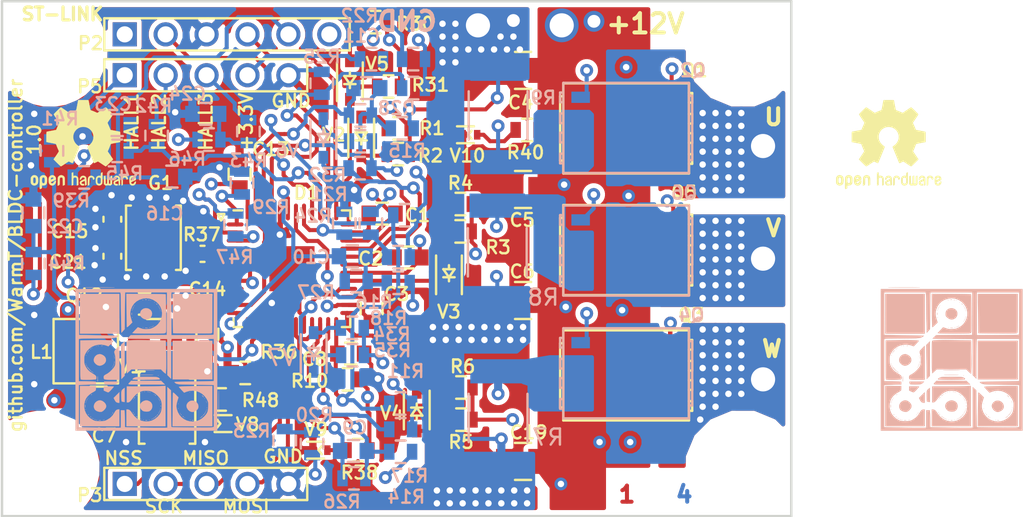
<source format=kicad_pcb>
(kicad_pcb (version 20171130) (host pcbnew "(5.1.12)-1")
  (title_block (title "BLDC CONTROLLER") (date 23.03.2017) (rev 1.0) (company "Helsinki Hacklab") (comment 1 "Tero Kapanen"))
  (layers (0 F.Cu signal) (1 In1.Cu power) (2 In2.Cu power) (31 B.Cu signal) (34 B.Paste user hide) (35 F.Paste user hide) (36 B.SilkS user hide) (37 F.SilkS user hide) (38 B.Mask user hide) (39 F.Mask user hide) (44 Edge.Cuts user))
  (net 0 "")
  (net 1 "Net-(D1-Pad5)")
  (net 2 "Net-(D1-Pad25)")
  (net 3 "Net-(D1-Pad29)")
  (net 4 "Net-(D1-Pad33)")
  (net 5 +12V)
  (net 6 GND)
  (net 7 /OUTW)
  (net 8 /OUTV)
  (net 9 /OUTU)
  (net 10 /LSW)
  (net 11 /LSV)
  (net 12 /LSU)
  (net 13 /HSW)
  (net 14 /HSU)
  (net 15 /HSV)
  (net 16 "Net-(R1-Pad2)")
  (net 17 "Net-(R3-Pad2)")
  (net 18 "Net-(R5-Pad2)")
  (net 19 +3V3)
  (net 20 "Net-(D1-Pad28)")
  (net 21 "Net-(D1-Pad32)")
  (net 22 "Net-(D1-Pad36)")
  (net 23 W_SENSE_P)
  (net 24 U_SENSE_P)
  (net 25 V_SENSE_P)
  (net 26 "Net-(R30-Pad2)")
  (net 27 "Net-(R32-Pad2)")
  (net 28 "Net-(R34-Pad2)")
  (net 29 "Net-(R38-Pad2)")
  (net 30 /OC_COMP)
  (net 31 /NRST)
  (net 32 /SW)
  (net 33 /SWDIO)
  (net 34 /SWCLK)
  (net 35 "Net-(R40-Pad2)")
  (net 36 /W_ADC)
  (net 37 /V_ADC)
  (net 38 /U_ADC)
  (net 39 /OSC_IN)
  (net 40 "Net-(C21-Pad1)")
  (net 41 /HALL1/A+)
  (net 42 /HALL2/B+)
  (net 43 /HALL3/Z+)
  (net 44 "Net-(D1-Pad3)")
  (net 45 /SPI1_NSS)
  (net 46 /SPI1_SCK)
  (net 47 /SPI1_MISO)
  (net 48 /SPI1_MOSI)
  (net 49 "Net-(P5-Pad1)")
  (net 50 "Net-(P5-Pad2)")
  (net 51 "Net-(P5-Pad3)")
  (net 52 /OP1N)
  (net 53 /OP2N)
  (net 54 /OP3N)
  (net 55 /OP4P)
  (net 56 /OP4N)
  (net 57 /OP1P)
  (net 58 /OP2P)
  (net 59 /OP3P)
  (net 60 /VBOOSTU)
  (net 61 /VBOOSTV)
  (net 62 /VBOOSTW)
  (net 63 /PA2)
  (net 64 /PA2_LED)
  (module project_footprints:R_0603 (layer B.Cu) (at 109.39064 95.0962 270)
    (fp_text reference R23 (at -0.6 2.05) (layer B.SilkS) (effects (font (size 0.8 0.8)) (justify mirror)))
    (fp_text value 560R hide)
    (pad 1 smd rect (at -0.71 0 270) (size 0.65 0.99) (layers B.Cu B.Paste B.Mask) (net 57 /OP1P))
    (pad 2 smd rect (at 0.71 0 270) (size 0.65 0.99) (layers B.Cu B.Paste B.Mask) (net 6 GND))
  )
  (module project_footprints:R_0603 (layer B.Cu) (at 113.69064 97.4462)
    (fp_text reference R26 (at -0.75 1.45) (layer B.SilkS) (effects (font (size 0.8 0.8)) (justify mirror)))
    (fp_text value 15k hide)
    (pad 1 smd rect (at -0.71 0) (size 0.65 0.99) (layers B.Cu B.Paste B.Mask) (net 36 /W_ADC))
    (pad 2 smd rect (at 0.71 0) (size 0.65 0.99) (layers B.Cu B.Paste B.Mask) (net 52 /OP1N))
  )
  (module project_footprints:R_0603 (layer B.Cu) (at 116.59064 95.7962 180)
    (fp_text reference R14 (at -0.35 -2.8 180) (layer B.SilkS) (effects (font (size 0.8 0.8)) (justify mirror)))
    (fp_text value 1k0 hide)
    (pad 1 smd rect (at -0.71 0 180) (size 0.65 0.99) (layers B.Cu B.Paste B.Mask) (net 6 GND))
    (pad 2 smd rect (at 0.71 0 180) (size 0.65 0.99) (layers B.Cu B.Paste B.Mask) (net 52 /OP1N))
  )
  (module project_footprints:R_0603 (layer B.Cu) (at 116.59064 92.7962 180)
    (fp_text reference R11 (at -0.3 2.005 180) (layer B.SilkS) (effects (font (size 0.8 0.8)) (justify mirror)))
    (fp_text value 2k2 hide)
    (pad 1 smd rect (at -0.71 0 180) (size 0.65 0.99) (layers B.Cu B.Paste B.Mask) (net 23 W_SENSE_P))
    (pad 2 smd rect (at 0.71 0 180) (size 0.65 0.99) (layers B.Cu B.Paste B.Mask) (net 30 /OC_COMP))
  )
  (module project_footprints:R_2512 (layer B.Cu) (at 122.64064 93.6962 270)
    (fp_text reference R7 (at 1.2 -3.1) (layer B.SilkS) (effects (justify mirror)))
    (fp_text value 0R01 hide)
    (pad 1 smd rect (at -2.9 0 270) (size 1.5 3.45) (layers B.Cu B.Paste B.Mask) (net 23 W_SENSE_P))
    (pad 2 smd rect (at 2.9 0 270) (size 1.5 3.45) (layers B.Cu B.Paste B.Mask) (net 6 GND) (thermal_gap 0.4))
  )
  (module project_footprints:R_0603 (layer B.Cu) (at 116.59064 94.4012)
    (fp_text reference R17 (at 0.55 2.895) (layer B.SilkS) (effects (font (size 0.8 0.8)) (justify mirror)))
    (fp_text value 560R hide)
    (pad 1 smd rect (at -0.71 0) (size 0.65 0.99) (layers B.Cu B.Paste B.Mask) (net 57 /OP1P))
    (pad 2 smd rect (at 0.71 0) (size 0.65 0.99) (layers B.Cu B.Paste B.Mask) (net 23 W_SENSE_P))
  )
  (module project_footprints:R_2512 (layer B.Cu) (at 122.59064 83.4012 270)
    (fp_text reference R8 (at 2.795 -2.85) (layer B.SilkS) (effects (justify mirror)))
    (fp_text value 0R01 hide)
    (pad 1 smd rect (at -2.9 0 270) (size 1.5 3.45) (layers B.Cu B.Paste B.Mask) (net 25 V_SENSE_P))
    (pad 2 smd rect (at 2.9 0 270) (size 1.5 3.45) (layers B.Cu B.Paste B.Mask) (net 6 GND) (thermal_gap 0.4))
  )
  (module project_footprints:SOT-669_LFPAK56 (layer B.Cu) (at 130.59064 90.9212 90)
    (fp_text reference Q4 (at 3.625 4.05 180) (layer B.SilkS) (effects (font (size 0.8 0.8)) (justify mirror)))
    (fp_text value PSMN2R0-30YLD hide)
    (pad 5 smd rect (at -1.15 0.2) (size 0.6 0.9) (layers B.Cu B.Paste) (net 7 /OUTW))
    (pad 5 smd rect (at -1.15 -0.65) (size 0.6 0.9) (layers B.Cu B.Paste) (net 7 /OUTW))
    (pad 5 smd rect (at -1.15 1.05) (size 0.6 0.9) (layers B.Cu B.Paste) (net 7 /OUTW))
    (pad 5 smd rect (at 1.15 0.2) (size 0.6 0.9) (layers B.Cu B.Paste) (net 7 /OUTW))
    (pad 5 smd rect (at 1.15 -0.65) (size 0.6 0.9) (layers B.Cu B.Paste) (net 7 /OUTW))
    (pad 5 smd rect (at 1.15 1.05) (size 0.6 0.9) (layers B.Cu B.Paste) (net 7 /OUTW))
    (pad 5 smd rect (at 0 1.05) (size 0.6 0.9) (layers B.Cu B.Paste) (net 7 /OUTW))
    (pad 5 smd rect (at 0 -0.65) (size 0.6 0.9) (layers B.Cu B.Paste) (net 7 /OUTW))
    (pad 5 smd rect (at -1.875 2.9 90) (size 0.6 0.9) (layers B.Cu B.Paste) (net 7 /OUTW))
    (pad 5 smd rect (at 1.875 2.9 90) (size 0.6 0.9) (layers B.Cu B.Paste) (net 7 /OUTW))
    (pad 5 smd rect (at -0.6 2.9 90) (size 0.6 0.9) (layers B.Cu B.Paste) (net 7 /OUTW))
    (pad 2 smd rect (at -0.635 -2.825 90) (size 0.7 1.15) (layers B.Cu B.Paste B.Mask) (net 23 W_SENSE_P))
    (pad 1 smd rect (at -1.905 -2.825 90) (size 0.7 1.15) (layers B.Cu B.Paste B.Mask) (net 23 W_SENSE_P))
    (pad 3 smd rect (at 0.635 -2.825 90) (size 0.7 1.15) (layers B.Cu B.Paste B.Mask) (net 23 W_SENSE_P))
    (pad 5 smd rect (at 0 2.67 90) (size 4.7 1.5) (layers B.Cu B.Mask) (net 7 /OUTW))
    (pad 5 smd rect (at 0 0.67 90) (size 4.2 3.6) (layers B.Cu B.Mask) (net 7 /OUTW))
    (pad 4 smd rect (at 1.905 -2.825 90) (size 0.7 1.15) (layers B.Cu B.Paste B.Mask) (net 10 /LSW))
    (pad 5 smd rect (at 0.6 2.9 90) (size 0.6 0.9) (layers B.Cu B.Paste) (net 7 /OUTW))
    (pad 5 smd rect (at 0 0.2) (size 0.6 0.9) (layers B.Cu B.Paste) (net 7 /OUTW))
  )
  (module project_footprints:SOT-669_LFPAK56 (layer B.Cu) (at 130.59064 75.6712 90)
    (fp_text reference Q2 (at 3.575 4.15 180) (layer B.SilkS) (effects (font (size 0.8 0.8)) (justify mirror)))
    (fp_text value PSMN2R0-30YLD hide)
    (pad 5 smd rect (at -1.15 0.2) (size 0.6 0.9) (layers B.Cu B.Paste) (net 9 /OUTU))
    (pad 5 smd rect (at -1.15 -0.65) (size 0.6 0.9) (layers B.Cu B.Paste) (net 9 /OUTU))
    (pad 5 smd rect (at -1.15 1.05) (size 0.6 0.9) (layers B.Cu B.Paste) (net 9 /OUTU))
    (pad 5 smd rect (at 1.15 0.2) (size 0.6 0.9) (layers B.Cu B.Paste) (net 9 /OUTU))
    (pad 5 smd rect (at 1.15 -0.65) (size 0.6 0.9) (layers B.Cu B.Paste) (net 9 /OUTU))
    (pad 5 smd rect (at 1.15 1.05) (size 0.6 0.9) (layers B.Cu B.Paste) (net 9 /OUTU))
    (pad 5 smd rect (at 0 1.05) (size 0.6 0.9) (layers B.Cu B.Paste) (net 9 /OUTU))
    (pad 5 smd rect (at 0 -0.65) (size 0.6 0.9) (layers B.Cu B.Paste) (net 9 /OUTU))
    (pad 5 smd rect (at -1.875 2.9 90) (size 0.6 0.9) (layers B.Cu B.Paste) (net 9 /OUTU))
    (pad 5 smd rect (at 1.875 2.9 90) (size 0.6 0.9) (layers B.Cu B.Paste) (net 9 /OUTU))
    (pad 5 smd rect (at -0.6 2.9 90) (size 0.6 0.9) (layers B.Cu B.Paste) (net 9 /OUTU))
    (pad 2 smd rect (at -0.635 -2.825 90) (size 0.7 1.15) (layers B.Cu B.Paste B.Mask) (net 24 U_SENSE_P))
    (pad 1 smd rect (at -1.905 -2.825 90) (size 0.7 1.15) (layers B.Cu B.Paste B.Mask) (net 24 U_SENSE_P))
    (pad 3 smd rect (at 0.635 -2.825 90) (size 0.7 1.15) (layers B.Cu B.Paste B.Mask) (net 24 U_SENSE_P))
    (pad 5 smd rect (at 0 2.67 90) (size 4.7 1.5) (layers B.Cu B.Mask) (net 9 /OUTU))
    (pad 5 smd rect (at 0 0.67 90) (size 4.2 3.6) (layers B.Cu B.Mask) (net 9 /OUTU))
    (pad 4 smd rect (at 1.905 -2.825 90) (size 0.7 1.15) (layers B.Cu B.Paste B.Mask) (net 12 /LSU))
    (pad 5 smd rect (at 0.6 2.9 90) (size 0.6 0.9) (layers B.Cu B.Paste) (net 9 /OUTU))
    (pad 5 smd rect (at 0 0.2) (size 0.6 0.9) (layers B.Cu B.Paste) (net 9 /OUTU))
  )
  (module project_footprints:SOT-669_LFPAK56 (layer B.Cu) (at 130.59064 83.2912 90)
    (fp_text reference Q6 (at 3.595 3.6 180) (layer B.SilkS) (effects (font (size 0.8 0.8)) (justify mirror)))
    (fp_text value PSMN2R0-30YLD hide)
    (pad 5 smd rect (at -1.15 0.2) (size 0.6 0.9) (layers B.Cu B.Paste) (net 8 /OUTV))
    (pad 5 smd rect (at -1.15 -0.65) (size 0.6 0.9) (layers B.Cu B.Paste) (net 8 /OUTV))
    (pad 5 smd rect (at -1.15 1.05) (size 0.6 0.9) (layers B.Cu B.Paste) (net 8 /OUTV))
    (pad 5 smd rect (at 1.15 0.2) (size 0.6 0.9) (layers B.Cu B.Paste) (net 8 /OUTV))
    (pad 5 smd rect (at 1.15 -0.65) (size 0.6 0.9) (layers B.Cu B.Paste) (net 8 /OUTV))
    (pad 5 smd rect (at 1.15 1.05) (size 0.6 0.9) (layers B.Cu B.Paste) (net 8 /OUTV))
    (pad 5 smd rect (at 0 1.05) (size 0.6 0.9) (layers B.Cu B.Paste) (net 8 /OUTV))
    (pad 5 smd rect (at 0 -0.65) (size 0.6 0.9) (layers B.Cu B.Paste) (net 8 /OUTV))
    (pad 5 smd rect (at -1.875 2.9 90) (size 0.6 0.9) (layers B.Cu B.Paste) (net 8 /OUTV))
    (pad 5 smd rect (at 1.875 2.9 90) (size 0.6 0.9) (layers B.Cu B.Paste) (net 8 /OUTV))
    (pad 5 smd rect (at -0.6 2.9 90) (size 0.6 0.9) (layers B.Cu B.Paste) (net 8 /OUTV))
    (pad 2 smd rect (at -0.635 -2.825 90) (size 0.7 1.15) (layers B.Cu B.Paste B.Mask) (net 25 V_SENSE_P))
    (pad 1 smd rect (at -1.905 -2.825 90) (size 0.7 1.15) (layers B.Cu B.Paste B.Mask) (net 25 V_SENSE_P))
    (pad 3 smd rect (at 0.635 -2.825 90) (size 0.7 1.15) (layers B.Cu B.Paste B.Mask) (net 25 V_SENSE_P))
    (pad 5 smd rect (at 0 2.67 90) (size 4.7 1.5) (layers B.Cu B.Mask) (net 8 /OUTV))
    (pad 5 smd rect (at 0 0.67 90) (size 4.2 3.6) (layers B.Cu B.Mask) (net 8 /OUTV))
    (pad 4 smd rect (at 1.905 -2.825 90) (size 0.7 1.15) (layers B.Cu B.Paste B.Mask) (net 11 /LSV))
    (pad 5 smd rect (at 0.6 2.9 90) (size 0.6 0.9) (layers B.Cu B.Paste) (net 8 /OUTV))
    (pad 5 smd rect (at 0 0.2) (size 0.6 0.9) (layers B.Cu B.Paste) (net 8 /OUTV))
  )
  (module project_footprints:R_2512 (layer B.Cu) (at 122.64064 74.8962 90)
    (fp_text reference R9 (at 1.1 2.81 180) (layer B.SilkS) (effects (font (size 0.8 0.8)) (justify mirror)))
    (fp_text value 0R01 hide)
    (pad 1 smd rect (at -2.9 0 90) (size 1.5 3.45) (layers B.Cu B.Paste B.Mask) (net 24 U_SENSE_P))
    (pad 2 smd rect (at 2.9 0 90) (size 1.5 3.45) (layers B.Cu B.Paste B.Mask) (net 6 GND) (thermal_gap 0.4))
  )
  (module project_footprints:R_0603 (layer B.Cu) (at 116.44064 83.7012)
    (fp_text reference R18 (at -0.6 3.795) (layer B.SilkS) (effects (font (size 0.8 0.8)) (justify mirror)))
    (fp_text value 560R hide)
    (pad 1 smd rect (at -0.71 0) (size 0.65 0.99) (layers B.Cu B.Paste B.Mask) (net 58 /OP2P))
    (pad 2 smd rect (at 0.71 0) (size 0.65 0.99) (layers B.Cu B.Paste B.Mask) (net 25 V_SENSE_P))
  )
  (module project_footprints:R_0603 (layer B.Cu) (at 116.84064 81.0962 180)
    (fp_text reference R12 hide)
    (fp_text value 2k2 hide)
    (pad 1 smd rect (at -0.71 0 180) (size 0.65 0.99) (layers B.Cu B.Paste B.Mask) (net 25 V_SENSE_P))
    (pad 2 smd rect (at 0.71 0 180) (size 0.65 0.99) (layers B.Cu B.Paste B.Mask) (net 30 /OC_COMP))
  )
  (module project_footprints:R_0603 (layer B.Cu) (at 114.74064 81.5962 270)
    (fp_text reference R21 (at -1.8 2.6) (layer B.SilkS) (effects (font (size 0.8 0.8)) (justify mirror)))
    (fp_text value 8k2 hide)
    (pad 1 smd rect (at -0.71 0 270) (size 0.65 0.99) (layers B.Cu B.Paste B.Mask) (net 19 +3V3))
    (pad 2 smd rect (at 0.71 0 270) (size 0.65 0.99) (layers B.Cu B.Paste B.Mask) (net 58 /OP2P))
  )
  (module project_footprints:R_0603 (layer B.Cu) (at 116.44064 85.2962 180)
    (fp_text reference R16 (at 1.5 -1.2 180) (layer B.SilkS) (effects (font (size 0.8 0.8)) (justify mirror)))
    (fp_text value 1k0 hide)
    (pad 1 smd rect (at -0.71 0 180) (size 0.65 0.99) (layers B.Cu B.Paste B.Mask) (net 6 GND))
    (pad 2 smd rect (at 0.71 0 180) (size 0.65 0.99) (layers B.Cu B.Paste B.Mask) (net 53 /OP2N))
  )
  (module project_footprints:SOD-323 (layer B.Cu) (at 111.19064 89.5962 90)
    (fp_text reference V7 (at -0.35 -2) (layer B.SilkS) (effects (justify mirror)))
    (fp_text value 4148WS hide)
    (pad 1 smd rect (at -1.2 0 90) (size 0.8 0.6) (layers B.Cu B.Paste B.Mask) (net 20 "Net-(D1-Pad28)"))
    (pad 2 smd rect (at 1.2 0 90) (size 0.8 0.6) (layers B.Cu B.Paste B.Mask) (net 28 "Net-(R34-Pad2)"))
  )
  (module project_footprints:R_0603 (layer B.Cu) (at 111.09064 95.2962 90)
    (fp_text reference R20 (at 1.795 0.15 180) (layer B.SilkS) (effects (font (size 0.8 0.8)) (justify mirror)))
    (fp_text value 8k2 hide)
    (pad 1 smd rect (at -0.71 0 90) (size 0.65 0.99) (layers B.Cu B.Paste B.Mask) (net 19 +3V3))
    (pad 2 smd rect (at 0.71 0 90) (size 0.65 0.99) (layers B.Cu B.Paste B.Mask) (net 57 /OP1P))
  )
  (module project_footprints:R_0603 (layer B.Cu) (at 113.60064 89.7962 180)
    (fp_text reference R35 (at -2.48 0.3 180) (layer B.SilkS) (effects (font (size 0.8 0.8)) (justify mirror)))
    (fp_text value 62R hide)
    (pad 1 smd rect (at -0.71 0 180) (size 0.65 0.99) (layers B.Cu B.Paste B.Mask) (net 10 /LSW))
    (pad 2 smd rect (at 0.71 0 180) (size 0.65 0.99) (layers B.Cu B.Paste B.Mask) (net 20 "Net-(D1-Pad28)"))
  )
  (module project_footprints:R_0603 (layer B.Cu) (at 113.59064 88.0962 180)
    (fp_text reference R34 (at -2.45 -0.4 180) (layer B.SilkS) (effects (font (size 0.8 0.8)) (justify mirror)))
    (fp_text value 10R hide)
    (pad 1 smd rect (at -0.71 0 180) (size 0.65 0.99) (layers B.Cu B.Paste B.Mask) (net 10 /LSW))
    (pad 2 smd rect (at 0.71 0 180) (size 0.65 0.99) (layers B.Cu B.Paste B.Mask) (net 28 "Net-(R34-Pad2)"))
  )
  (module project_footprints:C_0603 (layer B.Cu) (at 113.66064 95.7462)
    (fp_text reference C9 (at 0.08 -1.45) (layer B.SilkS) (effects (font (size 0.8 0.8)) (justify mirror)))
    (fp_text value 100p hide)
    (pad 1 smd rect (at -0.83 0) (size 0.9 1) (layers B.Cu B.Paste B.Mask) (net 36 /W_ADC))
    (pad 2 smd rect (at 0.83 0) (size 0.9 1) (layers B.Cu B.Paste B.Mask) (net 52 /OP1N))
  )
  (module project_footprints:R_0603 (layer B.Cu) (at 117.39064 71.3962 180)
    (fp_text reference R13 hide)
    (fp_text value 2k2 hide)
    (pad 1 smd rect (at -0.71 0 180) (size 0.65 0.99) (layers B.Cu B.Paste B.Mask) (net 24 U_SENSE_P))
    (pad 2 smd rect (at 0.71 0 180) (size 0.65 0.99) (layers B.Cu B.Paste B.Mask) (net 30 /OC_COMP))
  )
  (module project_footprints:R_0603 (layer B.Cu) (at 114.78064 71.3962)
    (fp_text reference R22 (at -0.74 -2.7) (layer B.SilkS) (effects (font (size 0.8 0.8)) (justify mirror)))
    (fp_text value 8k2 hide)
    (pad 1 smd rect (at -0.71 0) (size 0.65 0.99) (layers B.Cu B.Paste B.Mask) (net 19 +3V3))
    (pad 2 smd rect (at 0.71 0) (size 0.65 0.99) (layers B.Cu B.Paste B.Mask) (net 59 /OP3P))
  )
  (module project_footprints:C_0603 (layer B.Cu) (at 114.49064 73.1962)
    (fp_text reference C11 (at -0.35 -3.25) (layer B.SilkS) (effects (font (size 0.8 0.8)) (justify mirror)))
    (fp_text value 100p hide)
    (pad 1 smd rect (at -0.83 0) (size 0.9 1) (layers B.Cu B.Paste B.Mask) (net 38 /U_ADC))
    (pad 2 smd rect (at 0.83 0) (size 0.9 1) (layers B.Cu B.Paste B.Mask) (net 54 /OP3N))
  )
  (module project_footprints:R_0603 (layer B.Cu) (at 116.69064 75.6962 180)
    (fp_text reference R15 (at -0.3 -1.4 180) (layer B.SilkS) (effects (font (size 0.8 0.8)) (justify mirror)))
    (fp_text value 1k0 hide)
    (pad 1 smd rect (at -0.71 0 180) (size 0.65 0.99) (layers B.Cu B.Paste B.Mask) (net 6 GND))
    (pad 2 smd rect (at 0.71 0 180) (size 0.65 0.99) (layers B.Cu B.Paste B.Mask) (net 54 /OP3N))
  )
  (module project_footprints:R_0603 (layer B.Cu) (at 111.69064 72.8962 90)
    (fp_text reference R25 (at 1.65 0) (layer B.SilkS) (effects (font (size 0.8 0.8)) (justify mirror)))
    (fp_text value 560R hide)
    (pad 1 smd rect (at -0.71 0 90) (size 0.65 0.99) (layers B.Cu B.Paste B.Mask) (net 59 /OP3P))
    (pad 2 smd rect (at 0.71 0 90) (size 0.65 0.99) (layers B.Cu B.Paste B.Mask) (net 6 GND))
  )
  (module project_footprints:R_0603 (layer B.Cu) (at 117.39064 73.1962)
    (fp_text reference R19 hide)
    (fp_text value 560R hide)
    (pad 1 smd rect (at -0.71 0) (size 0.65 0.99) (layers B.Cu B.Paste B.Mask) (net 59 /OP3P))
    (pad 2 smd rect (at 0.71 0) (size 0.65 0.99) (layers B.Cu B.Paste B.Mask) (net 24 U_SENSE_P))
  )
  (module project_footprints:SOD-323 (layer B.Cu) (at 111.79064 76.2962 90)
    (fp_text reference V6 (at -0.8 -2.25 180) (layer B.SilkS) (effects (font (size 0.8 0.8)) (justify mirror)))
    (fp_text value 4148WS hide)
    (pad 1 smd rect (at -1.2 0 90) (size 0.8 0.6) (layers B.Cu B.Paste B.Mask) (net 21 "Net-(D1-Pad32)"))
    (pad 2 smd rect (at 1.2 0 90) (size 0.8 0.6) (layers B.Cu B.Paste B.Mask) (net 27 "Net-(R32-Pad2)"))
  )
  (module project_footprints:R_0603 (layer B.Cu) (at 114.09064 76.4962 180)
    (fp_text reference R32 (at 2.04 -2.1 180) (layer B.SilkS) (effects (font (size 0.8 0.8)) (justify mirror)))
    (fp_text value 10R hide)
    (pad 1 smd rect (at -0.71 0 180) (size 0.65 0.99) (layers B.Cu B.Paste B.Mask) (net 11 /LSV))
    (pad 2 smd rect (at 0.71 0 180) (size 0.65 0.99) (layers B.Cu B.Paste B.Mask) (net 27 "Net-(R32-Pad2)"))
  )
  (module project_footprints:R_0603 (layer B.Cu) (at 113.09064 81.5962 90)
    (fp_text reference R24 (at 0.46 -1.95 180) (layer B.SilkS) (effects (font (size 0.8 0.8)) (justify mirror)))
    (fp_text value 560R hide)
    (pad 1 smd rect (at -0.71 0 90) (size 0.65 0.99) (layers B.Cu B.Paste B.Mask) (net 58 /OP2P))
    (pad 2 smd rect (at 0.71 0 90) (size 0.65 0.99) (layers B.Cu B.Paste B.Mask) (net 6 GND))
  )
  (module project_footprints:C_0603 (layer B.Cu) (at 113.59064 83.6462)
    (fp_text reference C10 (at -2.55 0.05) (layer B.SilkS) (effects (font (size 0.8 0.8)) (justify mirror)))
    (fp_text value 100p hide)
    (pad 1 smd rect (at -0.83 0) (size 0.9 1) (layers B.Cu B.Paste B.Mask) (net 37 /V_ADC))
    (pad 2 smd rect (at 0.83 0) (size 0.9 1) (layers B.Cu B.Paste B.Mask) (net 53 /OP2N))
  )
  (module project_footprints:R_0603 (layer B.Cu) (at 114.09064 74.8962)
    (fp_text reference R28 (at 2.25 -0.45 180) (layer B.SilkS) (effects (font (size 0.8 0.8)) (justify mirror)))
    (fp_text value 15k hide)
    (pad 1 smd rect (at -0.71 0) (size 0.65 0.99) (layers B.Cu B.Paste B.Mask) (net 38 /U_ADC))
    (pad 2 smd rect (at 0.71 0) (size 0.65 0.99) (layers B.Cu B.Paste B.Mask) (net 54 /OP3N))
  )
  (module project_footprints:R_0603 (layer B.Cu) (at 114.06564 78.1712 180)
    (fp_text reference R33 hide)
    (fp_text value 62R hide)
    (pad 1 smd rect (at -0.71 0 180) (size 0.65 0.99) (layers B.Cu B.Paste B.Mask) (net 11 /LSV))
    (pad 2 smd rect (at 0.71 0 180) (size 0.65 0.99) (layers B.Cu B.Paste B.Mask) (net 21 "Net-(D1-Pad32)"))
  )
  (module project_footprints:R_0603 (layer B.Cu) (at 113.83064 85.1962)
    (fp_text reference R27 (at -2.49 0.7) (layer B.SilkS) (effects (font (size 0.8 0.8)) (justify mirror)))
    (fp_text value 15k hide)
    (pad 1 smd rect (at -0.71 0) (size 0.65 0.99) (layers B.Cu B.Paste B.Mask) (net 37 /V_ADC))
    (pad 2 smd rect (at 0.71 0) (size 0.65 0.99) (layers B.Cu B.Paste B.Mask) (net 53 /OP2N))
  )
  (module graphics:Logo_Helsinki_Hacklab (layer B.Cu) (at 150.79064 90.0962 180)
    (fp_text reference G*** hide)
    (fp_text value LOGO hide)
  )
  (module graphics:Logo_Helsinki_Hacklab (layer B.Cu) (at 100.79064 90.0962 180)
    (fp_text reference G*** hide)
    (fp_text value LOGO hide)
  )
  (module project_footprints:C_0603 (layer B.Cu) (at 98.99064 75.4962 180)
    (fp_text reference C23 (at 0.25 1.3) (layer B.SilkS) (effects (font (size 0.8 0.8)) (justify mirror)))
    (fp_text value 10p hide)
    (pad 1 smd rect (at -0.83 0 180) (size 0.9 1) (layers B.Cu B.Paste B.Mask) (net 42 /HALL2/B+))
    (pad 2 smd rect (at 0.83 0 180) (size 0.9 1) (layers B.Cu B.Paste B.Mask) (net 6 GND))
  )
  (module project_footprints:R_0603 (layer B.Cu) (at 93.79064 84.0962 90)
    (fp_text reference R44 (at 0 2.05 180) (layer B.SilkS) (effects (font (size 0.8 0.8)) (justify mirror)))
    (fp_text value 10k hide)
    (pad 1 smd rect (at -0.71 0 90) (size 0.65 0.99) (layers B.Cu B.Paste B.Mask) (net 19 +3V3))
    (pad 2 smd rect (at 0.71 0 90) (size 0.65 0.99) (layers B.Cu B.Paste B.Mask) (net 41 /HALL1/A+))
  )
  (module project_footprints:R_0603 (layer B.Cu) (at 94.94064 77.0962 90)
    (fp_text reference R41 (at 2 0.5 180) (layer B.SilkS) (effects (font (size 0.8 0.8)) (justify mirror)))
    (fp_text value 1k0 hide)
    (pad 1 smd rect (at -0.71 0 90) (size 0.65 0.99) (layers B.Cu B.Paste B.Mask) (net 41 /HALL1/A+))
    (pad 2 smd rect (at 0.71 0 90) (size 0.65 0.99) (layers B.Cu B.Paste B.Mask) (net 49 "Net-(P5-Pad1)"))
  )
  (module project_footprints:C_0603 (layer B.Cu) (at 93.79064 80.9462 90)
    (fp_text reference C22 (at -0.85 1.95 180) (layer B.SilkS) (effects (font (size 0.8 0.8)) (justify mirror)))
    (fp_text value 10p hide)
    (pad 1 smd rect (at -0.83 0 90) (size 0.9 1) (layers B.Cu B.Paste B.Mask) (net 41 /HALL1/A+))
    (pad 2 smd rect (at 0.83 0 90) (size 0.9 1) (layers B.Cu B.Paste B.Mask) (net 6 GND))
  )
  (module project_footprints:R_0603 (layer B.Cu) (at 98.99064 77.0962)
    (fp_text reference R45 (at 0.45 1.4) (layer B.SilkS) (effects (font (size 0.8 0.8)) (justify mirror)))
    (fp_text value 10k hide)
    (pad 1 smd rect (at -0.71 0) (size 0.65 0.99) (layers B.Cu B.Paste B.Mask) (net 19 +3V3))
    (pad 2 smd rect (at 0.71 0) (size 0.65 0.99) (layers B.Cu B.Paste B.Mask) (net 42 /HALL2/B+))
  )
  (module project_footprints:R_0603 (layer B.Cu) (at 96.94064 78.7462)
    (fp_text reference R39 (at -0.8 1.45) (layer B.SilkS) (effects (font (size 0.8 0.8)) (justify mirror)))
    (fp_text value 39k hide)
    (pad 1 smd rect (at -0.71 0) (size 0.65 0.99) (layers B.Cu B.Paste B.Mask) (net 19 +3V3))
    (pad 2 smd rect (at 0.71 0) (size 0.65 0.99) (layers B.Cu B.Paste B.Mask) (net 31 /NRST))
  )
  (module project_footprints:R_0603 (layer B.Cu) (at 106.34064 81.6962 90)
    (fp_text reference R47 (at -2.005 -0.05 180) (layer B.SilkS) (effects (font (size 0.8 0.8)) (justify mirror)))
    (fp_text value 10R hide)
    (pad 1 smd rect (at -0.71 0 90) (size 0.65 0.99) (layers B.Cu B.Paste B.Mask) (net 44 "Net-(D1-Pad3)"))
    (pad 2 smd rect (at 0.71 0 90) (size 0.65 0.99) (layers B.Cu B.Paste B.Mask) (net 56 /OP4N))
  )
  (module project_footprints:C_0603 (layer B.Cu) (at 102.39064 78.6962)
    (fp_text reference C16 (at -0.45 2.3) (layer B.SilkS) (effects (font (size 0.8 0.8)) (justify mirror)))
    (fp_text value 3n3 hide)
    (pad 1 smd rect (at -0.83 0) (size 0.9 1) (layers B.Cu B.Paste B.Mask) (net 31 /NRST))
    (pad 2 smd rect (at 0.83 0) (size 0.9 1) (layers B.Cu B.Paste B.Mask) (net 6 GND))
  )
  (module project_footprints:C_0603 (layer B.Cu) (at 104.49064 74.7962 180)
    (fp_text reference C24 (at 1.15 1.25 180) (layer B.SilkS) (effects (font (size 0.8 0.8)) (justify mirror)))
    (fp_text value 10p hide)
    (pad 1 smd rect (at -0.83 0 180) (size 0.9 1) (layers B.Cu B.Paste B.Mask) (net 43 /HALL3/Z+))
    (pad 2 smd rect (at 0.83 0 180) (size 0.9 1) (layers B.Cu B.Paste B.Mask) (net 6 GND))
  )
  (module project_footprints:R_0603 (layer B.Cu) (at 107.14064 75.8962 90)
    (fp_text reference R43 (at -1.8 0 180) (layer B.SilkS) (effects (font (size 0.8 0.8)) (justify mirror)))
    (fp_text value 1k0 hide)
    (pad 1 smd rect (at -0.71 0 90) (size 0.65 0.99) (layers B.Cu B.Paste B.Mask) (net 43 /HALL3/Z+))
    (pad 2 smd rect (at 0.71 0 90) (size 0.65 0.99) (layers B.Cu B.Paste B.Mask) (net 51 "Net-(P5-Pad3)"))
  )
  (module project_footprints:R_0603 (layer B.Cu) (at 101.44064 76.1462 90)
    (fp_text reference R42 (at 1.85 -0.2 180) (layer B.SilkS) (effects (font (size 0.8 0.8)) (justify mirror)))
    (fp_text value 1k0 hide)
    (pad 1 smd rect (at -0.71 0 90) (size 0.65 0.99) (layers B.Cu B.Paste B.Mask) (net 42 /HALL2/B+))
    (pad 2 smd rect (at 0.71 0 90) (size 0.65 0.99) (layers B.Cu B.Paste B.Mask) (net 50 "Net-(P5-Pad2)"))
  )
  (module project_footprints:R_0603 (layer B.Cu) (at 104.69064 76.3962)
    (fp_text reference R46 (at -1.35 1.2 180) (layer B.SilkS) (effects (font (size 0.8 0.8)) (justify mirror)))
    (fp_text value 10k hide)
    (pad 1 smd rect (at -0.71 0) (size 0.65 0.99) (layers B.Cu B.Paste B.Mask) (net 19 +3V3))
    (pad 2 smd rect (at 0.71 0) (size 0.65 0.99) (layers B.Cu B.Paste B.Mask) (net 43 /HALL3/Z+))
  )
  (module project_footprints:R_0603 (layer B.Cu) (at 106.74064 79.0962 90)
    (fp_text reference R29 (at -1.5 1.8 180) (layer B.SilkS) (effects (font (size 0.8 0.8)) (justify mirror)))
    (fp_text value 2k2 hide)
    (pad 1 smd rect (at -0.71 0 90) (size 0.65 0.99) (layers B.Cu B.Paste B.Mask) (net 55 /OP4P))
    (pad 2 smd rect (at 0.71 0 90) (size 0.65 0.99) (layers B.Cu B.Paste B.Mask) (net 6 GND))
  )
  (module project_footprints:VIA-0.8mm-0.4mm (layer F.Cu) (at 135.34064 91.3962)
    (fp_text reference REF** hide)
    (fp_text value VIA-0.8mm-0.4mm hide)
    (pad 1 thru_hole circle (at 0 0) (size 0.8 0.8) (drill 0.4) (layers *.Cu) (net 7 /OUTW))
  )
  (module project_footprints:VIA-0.8mm-0.4mm (layer F.Cu) (at 135.34064 92.9962)
    (fp_text reference REF** hide)
    (fp_text value VIA-0.8mm-0.4mm hide)
    (pad 1 thru_hole circle (at 0 0) (size 0.8 0.8) (drill 0.4) (layers *.Cu) (net 7 /OUTW))
  )
  (module project_footprints:VIA-0.8mm-0.4mm (layer F.Cu) (at 136.14064 92.1962)
    (fp_text reference REF** hide)
    (fp_text value VIA-0.8mm-0.4mm hide)
    (pad 1 thru_hole circle (at 0 0) (size 0.8 0.8) (drill 0.4) (layers *.Cu) (net 7 /OUTW))
  )
  (module project_footprints:VIA-0.8mm-0.4mm (layer F.Cu) (at 136.14064 92.9962)
    (fp_text reference REF** hide)
    (fp_text value VIA-0.8mm-0.4mm hide)
    (pad 1 thru_hole circle (at 0 0) (size 0.8 0.8) (drill 0.4) (layers *.Cu) (net 7 /OUTW))
  )
  (module project_footprints:VIA-0.8mm-0.4mm (layer F.Cu) (at 136.94064 92.1962)
    (fp_text reference REF** hide)
    (fp_text value VIA-0.8mm-0.4mm hide)
    (pad 1 thru_hole circle (at 0 0) (size 0.8 0.8) (drill 0.4) (layers *.Cu) (net 7 /OUTW))
  )
  (module project_footprints:VIA-0.8mm-0.4mm (layer F.Cu) (at 137.74064 91.3962)
    (fp_text reference REF** hide)
    (fp_text value VIA-0.8mm-0.4mm hide)
    (pad 1 thru_hole circle (at 0 0) (size 0.8 0.8) (drill 0.4) (layers *.Cu) (net 7 /OUTW))
  )
  (module project_footprints:VIA-0.8mm-0.4mm (layer F.Cu) (at 135.34064 90.5962)
    (fp_text reference REF** hide)
    (fp_text value VIA-0.8mm-0.4mm hide)
    (pad 1 thru_hole circle (at 0 0) (size 0.8 0.8) (drill 0.4) (layers *.Cu) (net 7 /OUTW))
  )
  (module project_footprints:VIA-0.8mm-0.4mm (layer F.Cu) (at 137.74064 92.1962)
    (fp_text reference REF** hide)
    (fp_text value VIA-0.8mm-0.4mm hide)
    (pad 1 thru_hole circle (at 0 0) (size 0.8 0.8) (drill 0.4) (layers *.Cu) (net 7 /OUTW))
  )
  (module project_footprints:VIA-0.8mm-0.4mm (layer F.Cu) (at 135.34064 92.1962)
    (fp_text reference REF** hide)
    (fp_text value VIA-0.8mm-0.4mm hide)
    (pad 1 thru_hole circle (at 0 0) (size 0.8 0.8) (drill 0.4) (layers *.Cu) (net 7 /OUTW))
  )
  (module project_footprints:VIA-0.8mm-0.4mm (layer F.Cu) (at 137.74064 90.5962)
    (fp_text reference REF** hide)
    (fp_text value VIA-0.8mm-0.4mm hide)
    (pad 1 thru_hole circle (at 0 0) (size 0.8 0.8) (drill 0.4) (layers *.Cu) (net 7 /OUTW))
  )
  (module project_footprints:MountingHole_2.7mm (layer F.Cu) (at 137.84064 96.7962)
    (fp_text reference REF** hide)
    (fp_text value MountingHole_2.7mm hide)
    (pad "" np_thru_hole circle (at 0 0) (size 2.7 2.7) (drill 2.7) (layers *.Cu *.Mask) (clearance 2.2))
  )
  (module project_footprints:PH_1.5mm (layer F.Cu) (at 139.09064 91.2962)
    (fp_text reference REF** hide)
    (fp_text value PH_1.5mm hide)
    (pad 1 thru_hole circle (at 0 0) (size 2.1 2.1) (drill 1.5) (layers *.Cu *.Mask) (net 7 /OUTW))
  )
  (module project_footprints:VIA-0.8mm-0.4mm (layer F.Cu) (at 136.14064 91.3962)
    (fp_text reference REF** hide)
    (fp_text value VIA-0.8mm-0.4mm hide)
    (pad 1 thru_hole circle (at 0 0) (size 0.8 0.8) (drill 0.4) (layers *.Cu) (net 7 /OUTW))
  )
  (module project_footprints:VIA-0.8mm-0.4mm (layer F.Cu) (at 136.14064 90.5962)
    (fp_text reference REF** hide)
    (fp_text value VIA-0.8mm-0.4mm hide)
    (pad 1 thru_hole circle (at 0 0) (size 0.8 0.8) (drill 0.4) (layers *.Cu) (net 7 /OUTW))
  )
  (module project_footprints:VIA-0.8mm-0.4mm (layer F.Cu) (at 136.94064 91.3962)
    (fp_text reference REF** hide)
    (fp_text value VIA-0.8mm-0.4mm hide)
    (pad 1 thru_hole circle (at 0 0) (size 0.8 0.8) (drill 0.4) (layers *.Cu) (net 7 /OUTW))
  )
  (module project_footprints:VIA-0.8mm-0.4mm (layer F.Cu) (at 136.94064 90.5962)
    (fp_text reference REF** hide)
    (fp_text value VIA-0.8mm-0.4mm hide)
    (pad 1 thru_hole circle (at 0 0) (size 0.8 0.8) (drill 0.4) (layers *.Cu) (net 7 /OUTW))
  )
  (module project_footprints:VIA-0.8mm-0.4mm (layer F.Cu) (at 137.74064 88.1962)
    (fp_text reference REF** hide)
    (fp_text value VIA-0.8mm-0.4mm hide)
    (pad 1 thru_hole circle (at 0 0) (size 0.8 0.8) (drill 0.4) (layers *.Cu) (net 7 /OUTW))
  )
  (module project_footprints:VIA-0.8mm-0.4mm (layer F.Cu) (at 137.74064 88.9962)
    (fp_text reference REF** hide)
    (fp_text value VIA-0.8mm-0.4mm hide)
    (pad 1 thru_hole circle (at 0 0) (size 0.8 0.8) (drill 0.4) (layers *.Cu) (net 7 /OUTW))
  )
  (module project_footprints:VIA-0.8mm-0.4mm (layer F.Cu) (at 136.94064 88.9962)
    (fp_text reference REF** hide)
    (fp_text value VIA-0.8mm-0.4mm hide)
    (pad 1 thru_hole circle (at 0 0) (size 0.8 0.8) (drill 0.4) (layers *.Cu) (net 7 /OUTW))
  )
  (module project_footprints:VIA-0.8mm-0.4mm (layer F.Cu) (at 136.94064 88.1962)
    (fp_text reference REF** hide)
    (fp_text value VIA-0.8mm-0.4mm hide)
    (pad 1 thru_hole circle (at 0 0) (size 0.8 0.8) (drill 0.4) (layers *.Cu) (net 7 /OUTW))
  )
  (module project_footprints:VIA-0.8mm-0.4mm (layer F.Cu) (at 136.94064 89.7962)
    (fp_text reference REF** hide)
    (fp_text value VIA-0.8mm-0.4mm hide)
    (pad 1 thru_hole circle (at 0 0) (size 0.8 0.8) (drill 0.4) (layers *.Cu) (net 7 /OUTW))
  )
  (module project_footprints:VIA-0.8mm-0.4mm (layer F.Cu) (at 137.74064 89.7962)
    (fp_text reference REF** hide)
    (fp_text value VIA-0.8mm-0.4mm hide)
    (pad 1 thru_hole circle (at 0 0) (size 0.8 0.8) (drill 0.4) (layers *.Cu) (net 7 /OUTW))
  )
  (module project_footprints:VIA-0.8mm-0.4mm (layer F.Cu) (at 136.14064 88.1962)
    (fp_text reference REF** hide)
    (fp_text value VIA-0.8mm-0.4mm hide)
    (pad 1 thru_hole circle (at 0 0) (size 0.8 0.8) (drill 0.4) (layers *.Cu) (net 7 /OUTW))
  )
  (module project_footprints:VIA-0.8mm-0.4mm (layer F.Cu) (at 135.34064 88.1962)
    (fp_text reference REF** hide)
    (fp_text value VIA-0.8mm-0.4mm hide)
    (pad 1 thru_hole circle (at 0 0) (size 0.8 0.8) (drill 0.4) (layers *.Cu) (net 7 /OUTW))
  )
  (module project_footprints:VIA-0.8mm-0.4mm (layer F.Cu) (at 135.34064 88.9962)
    (fp_text reference REF** hide)
    (fp_text value VIA-0.8mm-0.4mm hide)
    (pad 1 thru_hole circle (at 0 0) (size 0.8 0.8) (drill 0.4) (layers *.Cu) (net 7 /OUTW))
  )
  (module project_footprints:VIA-0.8mm-0.4mm (layer F.Cu) (at 135.34064 89.7962)
    (fp_text reference REF** hide)
    (fp_text value VIA-0.8mm-0.4mm hide)
    (pad 1 thru_hole circle (at 0 0) (size 0.8 0.8) (drill 0.4) (layers *.Cu) (net 7 /OUTW))
  )
  (module project_footprints:VIA-0.8mm-0.4mm (layer F.Cu) (at 136.14064 88.9962)
    (fp_text reference REF** hide)
    (fp_text value VIA-0.8mm-0.4mm hide)
    (pad 1 thru_hole circle (at 0 0) (size 0.8 0.8) (drill 0.4) (layers *.Cu) (net 7 /OUTW))
  )
  (module project_footprints:VIA-0.8mm-0.4mm (layer F.Cu) (at 136.14064 89.7962)
    (fp_text reference REF** hide)
    (fp_text value VIA-0.8mm-0.4mm hide)
    (pad 1 thru_hole circle (at 0 0) (size 0.8 0.8) (drill 0.4) (layers *.Cu) (net 7 /OUTW))
  )
  (module project_footprints:VIA-0.8mm-0.4mm (layer F.Cu) (at 123.39064 88.0462)
    (fp_text reference REF** hide)
    (fp_text value VIA-0.8mm-0.4mm hide)
    (pad 1 thru_hole circle (at 0 0) (size 0.8 0.8) (drill 0.4) (layers *.Cu) (net 6 GND))
  )
  (module project_footprints:VIA-0.8mm-0.4mm (layer F.Cu) (at 123.39064 88.8462)
    (fp_text reference REF** hide)
    (fp_text value VIA-0.8mm-0.4mm hide)
    (pad 1 thru_hole circle (at 0 0) (size 0.8 0.8) (drill 0.4) (layers *.Cu) (net 6 GND))
  )
  (module project_footprints:VIA-0.8mm-0.4mm (layer F.Cu) (at 124.19064 88.0462)
    (fp_text reference REF** hide)
    (fp_text value VIA-0.8mm-0.4mm hide)
    (pad 1 thru_hole circle (at 0 0) (size 0.8 0.8) (drill 0.4) (layers *.Cu) (net 6 GND))
  )
  (module project_footprints:VIA-0.8mm-0.4mm (layer F.Cu) (at 124.19064 88.8462)
    (fp_text reference REF** hide)
    (fp_text value VIA-0.8mm-0.4mm hide)
    (pad 1 thru_hole circle (at 0 0) (size 0.8 0.8) (drill 0.4) (layers *.Cu) (net 6 GND))
  )
  (module project_footprints:VIA-0.8mm-0.4mm (layer F.Cu) (at 122.59064 88.0462)
    (fp_text reference REF** hide)
    (fp_text value VIA-0.8mm-0.4mm hide)
    (pad 1 thru_hole circle (at 0 0) (size 0.8 0.8) (drill 0.4) (layers *.Cu) (net 6 GND))
  )
  (module project_footprints:VIA-0.8mm-0.4mm (layer F.Cu) (at 121.79064 88.0462)
    (fp_text reference REF** hide)
    (fp_text value VIA-0.8mm-0.4mm hide)
    (pad 1 thru_hole circle (at 0 0) (size 0.8 0.8) (drill 0.4) (layers *.Cu) (net 6 GND))
  )
  (module project_footprints:VIA-0.8mm-0.4mm (layer F.Cu) (at 122.59064 88.8462)
    (fp_text reference REF** hide)
    (fp_text value VIA-0.8mm-0.4mm hide)
    (pad 1 thru_hole circle (at 0 0) (size 0.8 0.8) (drill 0.4) (layers *.Cu) (net 6 GND))
  )
  (module project_footprints:VIA-0.8mm-0.4mm (layer F.Cu) (at 121.79064 88.8462)
    (fp_text reference REF** hide)
    (fp_text value VIA-0.8mm-0.4mm hide)
    (pad 1 thru_hole circle (at 0 0) (size 0.8 0.8) (drill 0.4) (layers *.Cu) (net 6 GND))
  )
  (module project_footprints:VIA-0.8mm-0.4mm (layer F.Cu) (at 118.59064 88.0462)
    (fp_text reference REF** hide)
    (fp_text value VIA-0.8mm-0.4mm hide)
    (pad 1 thru_hole circle (at 0 0) (size 0.8 0.8) (drill 0.4) (layers *.Cu) (net 6 GND))
  )
  (module project_footprints:VIA-0.8mm-0.4mm (layer F.Cu) (at 119.39064 88.0462)
    (fp_text reference REF** hide)
    (fp_text value VIA-0.8mm-0.4mm hide)
    (pad 1 thru_hole circle (at 0 0) (size 0.8 0.8) (drill 0.4) (layers *.Cu) (net 6 GND))
  )
  (module project_footprints:VIA-0.8mm-0.4mm (layer F.Cu) (at 120.99064 88.0462)
    (fp_text reference REF** hide)
    (fp_text value VIA-0.8mm-0.4mm hide)
    (pad 1 thru_hole circle (at 0 0) (size 0.8 0.8) (drill 0.4) (layers *.Cu) (net 6 GND))
  )
  (module project_footprints:VIA-0.8mm-0.4mm (layer F.Cu) (at 120.19064 88.0462)
    (fp_text reference REF** hide)
    (fp_text value VIA-0.8mm-0.4mm hide)
    (pad 1 thru_hole circle (at 0 0) (size 0.8 0.8) (drill 0.4) (layers *.Cu) (net 6 GND))
  )
  (module project_footprints:VIA-0.8mm-0.4mm (layer F.Cu) (at 118.59064 88.8462)
    (fp_text reference REF** hide)
    (fp_text value VIA-0.8mm-0.4mm hide)
    (pad 1 thru_hole circle (at 0 0) (size 0.8 0.8) (drill 0.4) (layers *.Cu) (net 6 GND))
  )
  (module project_footprints:R_0603 (layer F.Cu) (at 120.30064 80.4012 180)
    (fp_text reference R4 (at 0 1.3 180) (layer F.SilkS) (effects (font (size 0.8 0.8))))
    (fp_text value 62R hide)
    (pad 1 smd rect (at -0.71 0 180) (size 0.65 0.99) (layers F.Cu F.Paste F.Mask) (net 15 /HSV))
    (pad 2 smd rect (at 0.71 0 180) (size 0.65 0.99) (layers F.Cu F.Paste F.Mask) (net 3 "Net-(D1-Pad29)"))
  )
  (module project_footprints:R_0603 (layer F.Cu) (at 120.29064 82.1012 180)
    (fp_text reference R3 (at -2.35 -0.995 180) (layer F.SilkS) (effects (font (size 0.8 0.8))))
    (fp_text value 10R hide)
    (pad 1 smd rect (at -0.71 0 180) (size 0.65 0.99) (layers F.Cu F.Paste F.Mask) (net 15 /HSV))
    (pad 2 smd rect (at 0.71 0 180) (size 0.65 0.99) (layers F.Cu F.Paste F.Mask) (net 17 "Net-(R3-Pad2)"))
  )
  (module project_footprints:C_0805 (layer F.Cu) (at 124.19064 86.3962 180)
    (fp_text reference C6 (at 0.05 1.8 180) (layer F.SilkS) (effects (font (size 0.8 0.8))))
    (fp_text value 220n hide)
    (pad 1 smd rect (at -1 0 180) (size 1.35 1.55) (layers F.Cu F.Paste F.Mask) (net 5 +12V) (clearance 0.3))
    (pad 2 smd rect (at 1 0 180) (size 1.35 1.55) (layers F.Cu F.Paste F.Mask) (net 6 GND))
  )
  (module project_footprints:SOD-323 (layer F.Cu) (at 119.59064 84.7012 90)
    (fp_text reference V3 (at -2.395 0 180) (layer F.SilkS) (effects (font (size 0.8 0.8))))
    (fp_text value 4148WS hide)
    (pad 1 smd rect (at -1.2 0 90) (size 0.8 0.6) (layers F.Cu F.Paste F.Mask) (net 3 "Net-(D1-Pad29)"))
    (pad 2 smd rect (at 1.2 0 90) (size 0.8 0.6) (layers F.Cu F.Paste F.Mask) (net 17 "Net-(R3-Pad2)"))
  )
  (module project_footprints:R_0603 (layer F.Cu) (at 120.34064 93.8012 180)
    (fp_text reference R5 (at 0 -1.395 180) (layer F.SilkS) (effects (font (size 0.8 0.8))))
    (fp_text value 10R hide)
    (pad 1 smd rect (at -0.71 0 180) (size 0.65 0.99) (layers F.Cu F.Paste F.Mask) (net 13 /HSW))
    (pad 2 smd rect (at 0.71 0 180) (size 0.65 0.99) (layers F.Cu F.Paste F.Mask) (net 18 "Net-(R5-Pad2)"))
  )
  (module project_footprints:R_0603 (layer F.Cu) (at 120.34064 91.8012 180)
    (fp_text reference R6 (at -0.1 1.305 180) (layer F.SilkS) (effects (font (size 0.8 0.8))))
    (fp_text value 62R hide)
    (pad 1 smd rect (at -0.71 0 180) (size 0.65 0.99) (layers F.Cu F.Paste F.Mask) (net 13 /HSW))
    (pad 2 smd rect (at 0.71 0 180) (size 0.65 0.99) (layers F.Cu F.Paste F.Mask) (net 2 "Net-(D1-Pad25)"))
  )
  (module project_footprints:VIA-0.8mm-0.4mm (layer F.Cu) (at 119.39064 88.8462)
    (fp_text reference REF** hide)
    (fp_text value VIA-0.8mm-0.4mm hide)
    (pad 1 thru_hole circle (at 0 0) (size 0.8 0.8) (drill 0.4) (layers *.Cu) (net 6 GND))
  )
  (module project_footprints:SOD-323 (layer F.Cu) (at 117.59064 93.3012 270)
    (fp_text reference V4 (at 0.095 1.55) (layer F.SilkS) (effects (font (size 0.8 0.8))))
    (fp_text value 4148WS hide)
    (pad 1 smd rect (at -1.2 0 270) (size 0.8 0.6) (layers F.Cu F.Paste F.Mask) (net 2 "Net-(D1-Pad25)"))
    (pad 2 smd rect (at 1.2 0 270) (size 0.8 0.6) (layers F.Cu F.Paste F.Mask) (net 18 "Net-(R5-Pad2)"))
  )
  (module project_footprints:VIA-0.8mm-0.4mm (layer F.Cu) (at 120.99064 88.8462)
    (fp_text reference REF** hide)
    (fp_text value VIA-0.8mm-0.4mm hide)
    (pad 1 thru_hole circle (at 0 0) (size 0.8 0.8) (drill 0.4) (layers *.Cu) (net 6 GND))
  )
  (module project_footprints:VIA-0.8mm-0.4mm (layer F.Cu) (at 120.19064 88.8462)
    (fp_text reference REF** hide)
    (fp_text value VIA-0.8mm-0.4mm hide)
    (pad 1 thru_hole circle (at 0 0) (size 0.8 0.8) (drill 0.4) (layers *.Cu) (net 6 GND))
  )
  (module project_footprints:VIA-0.8mm-0.4mm (layer F.Cu) (at 124.44064 99.0012)
    (fp_text reference REF** hide)
    (fp_text value VIA-0.8mm-0.4mm hide)
    (pad 1 thru_hole circle (at 0 0) (size 0.8 0.8) (drill 0.4) (layers *.Cu) (net 6 GND))
  )
  (module project_footprints:VIA-0.8mm-0.4mm (layer F.Cu) (at 122.84064 98.2012)
    (fp_text reference REF** hide)
    (fp_text value VIA-0.8mm-0.4mm hide)
    (pad 1 thru_hole circle (at 0 0) (size 0.8 0.8) (drill 0.4) (layers *.Cu) (net 6 GND))
  )
  (module project_footprints:VIA-0.8mm-0.4mm (layer F.Cu) (at 123.64064 98.2012)
    (fp_text reference REF** hide)
    (fp_text value VIA-0.8mm-0.4mm hide)
    (pad 1 thru_hole circle (at 0 0) (size 0.8 0.8) (drill 0.4) (layers *.Cu) (net 6 GND))
  )
  (module project_footprints:VIA-0.8mm-0.4mm (layer F.Cu) (at 124.44064 98.2012)
    (fp_text reference REF** hide)
    (fp_text value VIA-0.8mm-0.4mm hide)
    (pad 1 thru_hole circle (at 0 0) (size 0.8 0.8) (drill 0.4) (layers *.Cu) (net 6 GND))
  )
  (module project_footprints:VIA-0.8mm-0.4mm (layer F.Cu) (at 122.84064 99.0012)
    (fp_text reference REF** hide)
    (fp_text value VIA-0.8mm-0.4mm hide)
    (pad 1 thru_hole circle (at 0 0) (size 0.8 0.8) (drill 0.4) (layers *.Cu) (net 6 GND))
  )
  (module project_footprints:VIA-0.8mm-0.4mm (layer F.Cu) (at 123.64064 99.0012)
    (fp_text reference REF** hide)
    (fp_text value VIA-0.8mm-0.4mm hide)
    (pad 1 thru_hole circle (at 0 0) (size 0.8 0.8) (drill 0.4) (layers *.Cu) (net 6 GND))
  )
  (module project_footprints:VIA-0.8mm-0.4mm (layer F.Cu) (at 121.24064 99.0012)
    (fp_text reference REF** hide)
    (fp_text value VIA-0.8mm-0.4mm hide)
    (pad 1 thru_hole circle (at 0 0) (size 0.8 0.8) (drill 0.4) (layers *.Cu) (net 6 GND))
  )
  (module project_footprints:VIA-0.8mm-0.4mm (layer F.Cu) (at 121.24064 98.2012)
    (fp_text reference REF** hide)
    (fp_text value VIA-0.8mm-0.4mm hide)
    (pad 1 thru_hole circle (at 0 0) (size 0.8 0.8) (drill 0.4) (layers *.Cu) (net 6 GND))
  )
  (module project_footprints:VIA-0.8mm-0.4mm (layer F.Cu) (at 122.04064 98.2012)
    (fp_text reference REF** hide)
    (fp_text value VIA-0.8mm-0.4mm hide)
    (pad 1 thru_hole circle (at 0 0) (size 0.8 0.8) (drill 0.4) (layers *.Cu) (net 6 GND))
  )
  (module project_footprints:VIA-0.8mm-0.4mm (layer F.Cu) (at 122.04064 99.0012)
    (fp_text reference REF** hide)
    (fp_text value VIA-0.8mm-0.4mm hide)
    (pad 1 thru_hole circle (at 0 0) (size 0.8 0.8) (drill 0.4) (layers *.Cu) (net 6 GND))
  )
  (module project_footprints:VIA-0.8mm-0.4mm (layer F.Cu) (at 135.19064 93.7962)
    (fp_text reference REF** hide)
    (fp_text value VIA-0.8mm-0.4mm hide)
    (pad 1 thru_hole circle (at 0 0) (size 0.8 0.8) (drill 0.4) (layers *.Cu) (net 7 /OUTW))
  )
  (module project_footprints:VIA-0.8mm-0.4mm (layer F.Cu) (at 130.84064 95.1962)
    (fp_text reference REF** hide)
    (fp_text value VIA-0.8mm-0.4mm hide)
    (pad 1 thru_hole circle (at 0 0) (size 0.8 0.8) (drill 0.4) (layers *.Cu) (net 5 +12V))
  )
  (module project_footprints:VIA-0.8mm-0.4mm (layer F.Cu) (at 126.54064 97.7962)
    (fp_text reference REF** hide)
    (fp_text value VIA-0.8mm-0.4mm hide)
    (pad 1 thru_hole circle (at 0 0) (size 0.8 0.8) (drill 0.4) (layers *.Cu) (net 5 +12V))
  )
  (module project_footprints:C_0805 (layer F.Cu) (at 124.19064 96.3962 180)
    (fp_text reference C19 (at -0.35 1.8) (layer F.SilkS) (effects (font (size 0.8 0.8))))
    (fp_text value 220n hide)
    (pad 1 smd rect (at -1 0 180) (size 1.35 1.55) (layers F.Cu F.Paste F.Mask) (net 5 +12V))
    (pad 2 smd rect (at 1 0 180) (size 1.35 1.55) (layers F.Cu F.Paste F.Mask) (net 6 GND))
  )
  (module project_footprints:SOT-669_LFPAK56 (layer F.Cu) (at 130.59064 91.0512 90)
    (fp_text reference Q3 (at 3.755 4.05 180) (layer F.SilkS) (effects (font (size 0.8 0.8))))
    (fp_text value PSMN2R0-30YLD hide)
    (pad 5 smd rect (at -1.15 -0.2 180) (size 0.6 0.9) (layers F.Cu F.Paste) (net 5 +12V))
    (pad 5 smd rect (at -1.15 0.65 180) (size 0.6 0.9) (layers F.Cu F.Paste) (net 5 +12V))
    (pad 5 smd rect (at -1.15 -1.05 180) (size 0.6 0.9) (layers F.Cu F.Paste) (net 5 +12V))
    (pad 5 smd rect (at 1.15 -0.2 180) (size 0.6 0.9) (layers F.Cu F.Paste) (net 5 +12V))
    (pad 5 smd rect (at 1.15 0.65 180) (size 0.6 0.9) (layers F.Cu F.Paste) (net 5 +12V))
    (pad 5 smd rect (at 1.15 -1.05 180) (size 0.6 0.9) (layers F.Cu F.Paste) (net 5 +12V))
    (pad 5 smd rect (at 0 -1.05 180) (size 0.6 0.9) (layers F.Cu F.Paste) (net 5 +12V))
    (pad 5 smd rect (at 0 0.65 180) (size 0.6 0.9) (layers F.Cu F.Paste) (net 5 +12V))
    (pad 5 smd rect (at -1.875 -2.9 90) (size 0.6 0.9) (layers F.Cu F.Paste) (net 5 +12V))
    (pad 5 smd rect (at 1.875 -2.9 90) (size 0.6 0.9) (layers F.Cu F.Paste) (net 5 +12V))
    (pad 5 smd rect (at -0.6 -2.9 90) (size 0.6 0.9) (layers F.Cu F.Paste) (net 5 +12V))
    (pad 2 smd rect (at -0.635 2.825 90) (size 0.7 1.15) (layers F.Cu F.Paste F.Mask) (net 7 /OUTW))
    (pad 1 smd rect (at -1.905 2.825 90) (size 0.7 1.15) (layers F.Cu F.Paste F.Mask) (net 7 /OUTW))
    (pad 3 smd rect (at 0.635 2.825 90) (size 0.7 1.15) (layers F.Cu F.Paste F.Mask) (net 7 /OUTW))
    (pad 5 smd rect (at 0 -2.67 90) (size 4.7 1.5) (layers F.Cu F.Mask) (net 5 +12V))
    (pad 5 smd rect (at 0 -0.67 90) (size 4.2 3.6) (layers F.Cu F.Mask) (net 5 +12V))
    (pad 4 smd rect (at 1.905 2.825 90) (size 0.7 1.15) (layers F.Cu F.Paste F.Mask) (net 13 /HSW))
    (pad 5 smd rect (at 0.6 -2.9 90) (size 0.6 0.9) (layers F.Cu F.Paste) (net 5 +12V))
    (pad 5 smd rect (at 0 -0.2 180) (size 0.6 0.9) (layers F.Cu F.Paste) (net 5 +12V))
  )
  (module project_footprints:VIA-0.8mm-0.4mm (layer F.Cu) (at 128.94064 95.1962)
    (fp_text reference REF** hide)
    (fp_text value VIA-0.8mm-0.4mm hide)
    (pad 1 thru_hole circle (at 0 0) (size 0.8 0.8) (drill 0.4) (layers *.Cu) (net 5 +12V))
  )
  (module project_footprints:VIA-0.8mm-0.4mm (layer F.Cu) (at 120.44064 98.2012)
    (fp_text reference REF** hide)
    (fp_text value VIA-0.8mm-0.4mm hide)
    (pad 1 thru_hole circle (at 0 0) (size 0.8 0.8) (drill 0.4) (layers *.Cu) (net 6 GND))
  )
  (module project_footprints:VIA-0.8mm-0.4mm (layer F.Cu) (at 120.44064 99.0012)
    (fp_text reference REF** hide)
    (fp_text value VIA-0.8mm-0.4mm hide)
    (pad 1 thru_hole circle (at 0 0) (size 0.8 0.8) (drill 0.4) (layers *.Cu) (net 6 GND))
  )
  (module project_footprints:VIA-0.8mm-0.4mm (layer F.Cu) (at 118.84064 99.0012)
    (fp_text reference REF** hide)
    (fp_text value VIA-0.8mm-0.4mm hide)
    (pad 1 thru_hole circle (at 0 0) (size 0.8 0.8) (drill 0.4) (layers *.Cu) (net 6 GND))
  )
  (module project_footprints:VIA-0.8mm-0.4mm (layer F.Cu) (at 119.64064 98.2012)
    (fp_text reference REF** hide)
    (fp_text value VIA-0.8mm-0.4mm hide)
    (pad 1 thru_hole circle (at 0 0) (size 0.8 0.8) (drill 0.4) (layers *.Cu) (net 6 GND))
  )
  (module project_footprints:VIA-0.8mm-0.4mm (layer F.Cu) (at 118.84064 98.2012)
    (fp_text reference REF** hide)
    (fp_text value VIA-0.8mm-0.4mm hide)
    (pad 1 thru_hole circle (at 0 0) (size 0.8 0.8) (drill 0.4) (layers *.Cu) (net 6 GND))
  )
  (module project_footprints:PINHEAD1-5 (layer F.Cu) (at 104.54064 97.7962)
    (fp_text reference P3 (at -7.25 0.7) (layer F.SilkS) (effects (font (size 0.8 0.8))))
    (fp_text value CONN_01X05 hide)
    (pad 1 thru_hole rect (at -5.08 0) (size 1.5 1.5) (drill 1) (layers *.Cu *.Mask) (net 45 /SPI1_NSS))
    (pad 2 thru_hole circle (at -2.54 0) (size 1.5 1.5) (drill 1) (layers *.Cu *.Mask) (net 46 /SPI1_SCK))
    (pad 3 thru_hole circle (at 0 0) (size 1.5 1.5) (drill 1) (layers *.Cu *.Mask) (net 47 /SPI1_MISO))
    (pad 4 thru_hole circle (at 2.54 0) (size 1.5 1.5) (drill 1) (layers *.Cu *.Mask) (net 48 /SPI1_MOSI))
    (pad 5 thru_hole circle (at 5.08 0) (size 1.5 1.5) (drill 1) (layers *.Cu *.Mask) (net 6 GND))
  )
  (module project_footprints:MountingHole_2.7mm (layer F.Cu) (at 94.34064 96.7962)
    (fp_text reference REF** hide)
    (fp_text value MountingHole_2.7mm hide)
    (pad "" np_thru_hole circle (at 0 0) (size 2.7 2.7) (drill 2.7) (layers *.Cu *.Mask) (clearance 2.2))
  )
  (module project_footprints:VIA-0.8mm-0.4mm (layer F.Cu) (at 93.84064 91.5962)
    (fp_text reference REF** hide)
    (fp_text value VIA-0.8mm-0.4mm hide)
    (pad 1 thru_hole circle (at 0 0) (size 0.8 0.8) (drill 0.4) (layers *.Cu) (net 6 GND))
  )
  (module project_footprints:C_0805 (layer F.Cu) (at 97.84064 92.8962)
    (fp_text reference C7 (at 0.35 1.9 180) (layer F.SilkS) (effects (font (size 0.8 0.8))))
    (fp_text value 47u hide)
    (pad 1 smd rect (at -1 0) (size 1.35 1.55) (layers F.Cu F.Paste F.Mask) (net 19 +3V3))
    (pad 2 smd rect (at 1 0) (size 1.35 1.55) (layers F.Cu F.Paste F.Mask) (net 6 GND))
  )
  (module project_footprints:C_0805 (layer F.Cu) (at 101.34064 88.6962 180)
    (fp_text reference C17 hide)
    (fp_text value 220n hide)
    (pad 1 smd rect (at -1 0 180) (size 1.35 1.55) (layers F.Cu F.Paste F.Mask) (net 5 +12V))
    (pad 2 smd rect (at 1 0 180) (size 1.35 1.55) (layers F.Cu F.Paste F.Mask) (net 6 GND))
  )
  (module project_footprints:SMA (layer F.Cu) (at 102.09064 93.0462 270)
    (fp_text reference V1 (at -2.55 2.25) (layer F.SilkS) (effects (font (size 0.8 0.8))))
    (fp_text value STPS1L60A hide)
    (pad 1 smd rect (at -2.015 0 270) (size 1.4 1.64) (layers F.Cu F.Paste F.Mask) (net 32 /SW))
    (pad 2 smd rect (at 2.015 0 270) (size 1.4 1.64) (layers F.Cu F.Paste F.Mask) (net 6 GND))
  )
  (module project_footprints:BOURNS-SRN3015 (layer F.Cu) (at 97.04064 89.5462 90)
    (fp_text reference L1 (at -0.05 -2.75) (layer F.SilkS) (effects (font (size 0.8 0.8))))
    (fp_text value SRN3015-220M hide)
    (pad 1 smd rect (at 0 -1.1 90) (size 2.7 1) (layers F.Cu F.Paste F.Mask) (net 19 +3V3))
    (pad 2 smd rect (at 0 1.1 90) (size 2.7 1) (layers F.Cu F.Paste F.Mask) (net 32 /SW))
  )
  (module project_footprints:VIA-0.8mm-0.4mm (layer F.Cu) (at 98.09064 85.0962)
    (fp_text reference REF** hide)
    (fp_text value VIA-0.8mm-0.4mm hide)
    (pad 1 thru_hole circle (at 0 0) (size 0.8 0.8) (drill 0.4) (layers *.Cu) (net 6 GND))
  )
  (module project_footprints:VIA-0.8mm-0.4mm (layer F.Cu) (at 97.59064 84.2012)
    (fp_text reference REF** hide)
    (fp_text value VIA-0.8mm-0.4mm hide)
    (pad 1 thru_hole circle (at 0 0) (size 0.8 0.8) (drill 0.4) (layers *.Cu) (net 6 GND))
  )
  (module project_footprints:C_0402 (layer F.Cu) (at 98.69064 81.3462 270)
    (fp_text reference C15 (at 0.75 2.65 180) (layer F.SilkS) (effects (font (size 0.8 0.8))))
    (fp_text value 10p hide)
    (pad 1 smd rect (at -0.5 0 270) (size 0.72 0.72) (layers F.Cu F.Paste F.Mask) (net 39 /OSC_IN))
    (pad 2 smd rect (at 0.5 0 270) (size 0.72 0.72) (layers F.Cu F.Paste F.Mask) (net 6 GND))
  )
  (module project_footprints:C_0402 (layer F.Cu) (at 98.69064 83.6462 90)
    (fp_text reference C21 (at -0.355 -2.75 180) (layer F.SilkS) (effects (font (size 0.8 0.8))))
    (fp_text value 10p hide)
    (pad 1 smd rect (at -0.5 0 90) (size 0.72 0.72) (layers F.Cu F.Paste F.Mask) (net 40 "Net-(C21-Pad1)"))
    (pad 2 smd rect (at 0.5 0 90) (size 0.72 0.72) (layers F.Cu F.Paste F.Mask) (net 6 GND))
  )
  (module project_footprints:VIA-0.8mm-0.4mm (layer F.Cu) (at 101.94064 84.9012)
    (fp_text reference REF** hide)
    (fp_text value VIA-0.8mm-0.4mm hide)
    (pad 1 thru_hole circle (at 0 0) (size 0.8 0.8) (drill 0.4) (layers *.Cu) (net 6 GND))
  )
  (module project_footprints:VIA-0.8mm-0.4mm (layer F.Cu) (at 99.59064 84.9512)
    (fp_text reference REF** hide)
    (fp_text value VIA-0.8mm-0.4mm hide)
    (pad 1 thru_hole circle (at 0 0) (size 0.8 0.8) (drill 0.4) (layers *.Cu) (net 6 GND))
  )
  (module project_footprints:VIA-0.8mm-0.4mm (layer F.Cu) (at 93.84064 87.2962)
    (fp_text reference REF** hide)
    (fp_text value VIA-0.8mm-0.4mm hide)
    (pad 1 thru_hole circle (at 0 0) (size 0.8 0.8) (drill 0.4) (layers *.Cu) (net 6 GND))
  )
  (module project_footprints:C_0603 (layer F.Cu) (at 100.69064 86.5962 180)
    (fp_text reference C12 (at 3.75 0.5) (layer F.SilkS) (effects (font (size 0.8 0.8))))
    (fp_text value 100n hide)
    (pad 1 smd rect (at -0.83 0 180) (size 0.9 1) (layers F.Cu F.Paste F.Mask) (net 5 +12V))
    (pad 2 smd rect (at 0.83 0 180) (size 0.9 1) (layers F.Cu F.Paste F.Mask) (net 6 GND))
  )
  (module project_footprints:VIA-0.8mm-0.4mm (layer F.Cu) (at 100.79064 84.9012)
    (fp_text reference REF** hide)
    (fp_text value VIA-0.8mm-0.4mm hide)
    (pad 1 thru_hole circle (at 0 0) (size 0.8 0.8) (drill 0.4) (layers *.Cu) (net 6 GND))
  )
  (module project_footprints:VIA-0.8mm-0.4mm (layer F.Cu) (at 97.64064 80.7012)
    (fp_text reference REF** hide)
    (fp_text value VIA-0.8mm-0.4mm hide)
    (pad 1 thru_hole circle (at 0 0) (size 0.8 0.8) (drill 0.4) (layers *.Cu) (net 6 GND))
  )
  (module project_footprints:VIA-0.8mm-0.4mm (layer F.Cu) (at 93.84064 74.7962)
    (fp_text reference REF** hide)
    (fp_text value VIA-0.8mm-0.4mm hide)
    (pad 1 thru_hole circle (at 0 0) (size 0.8 0.8) (drill 0.4) (layers *.Cu) (net 6 GND))
  )
  (module project_footprints:VIA-0.8mm-0.4mm (layer F.Cu) (at 93.64064 77.9962)
    (fp_text reference REF** hide)
    (fp_text value VIA-0.8mm-0.4mm hide)
    (pad 1 thru_hole circle (at 0 0) (size 0.8 0.8) (drill 0.4) (layers *.Cu) (net 6 GND))
  )
  (module project_footprints:VIA-0.8mm-0.4mm (layer F.Cu) (at 98.64064 79.8512)
    (fp_text reference REF** hide)
    (fp_text value VIA-0.8mm-0.4mm hide)
    (pad 1 thru_hole circle (at 0 0) (size 0.8 0.8) (drill 0.4) (layers *.Cu) (net 6 GND))
  )
  (module project_footprints:MountingHole_2.7mm (layer F.Cu) (at 94.84064 70.7962)
    (fp_text reference REF** hide)
    (fp_text value MountingHole_2.7mm hide)
    (pad "" np_thru_hole circle (at 0 0) (size 2.7 2.7) (drill 2.7) (layers *.Cu *.Mask) (clearance 2.2))
  )
  (module Symbols:OSHW-Logo2_7.3x6mm_SilkScreen (layer F.Cu) (at 146.89064 76.6962)
    (fp_text reference REF*** hide)
    (fp_text value OSHW-Logo2_7.3x6mm_SilkScreen hide)
  )
  (module Symbols:OSHW-Logo2_7.3x6mm_SilkScreen (layer F.Cu) (at 96.89064 76.6962)
    (fp_text reference REF*** hide)
    (fp_text value OSHW-Logo2_7.3x6mm_SilkScreen hide)
  )
  (module project_footprints:VIA-0.8mm-0.4mm (layer F.Cu) (at 100.99064 80.0012)
    (fp_text reference REF** hide)
    (fp_text value VIA-0.8mm-0.4mm hide)
    (pad 1 thru_hole circle (at 0 0) (size 0.8 0.8) (drill 0.4) (layers *.Cu) (net 6 GND))
  )
  (module project_footprints:Crystal_3225 (layer F.Cu) (at 101.24064 82.4962 270)
    (fp_text reference G1 (at -3.4 -0.45) (layer F.SilkS) (effects (font (size 0.8 0.8))))
    (fp_text value NX3225GD hide)
    (pad 2 smd rect (at 0.95 0 270) (size 1.5 2.7) (layers F.Cu F.Paste F.Mask) (net 40 "Net-(C21-Pad1)"))
    (pad 1 smd rect (at -0.95 0 270) (size 1.5 2.7) (layers F.Cu F.Paste F.Mask) (net 39 /OSC_IN))
  )
  (module project_footprints:VIA-0.8mm-0.4mm (layer F.Cu) (at 103.24064 84.5512)
    (fp_text reference REF** hide)
    (fp_text value VIA-0.8mm-0.4mm hide)
    (pad 1 thru_hole circle (at 0 0) (size 0.8 0.8) (drill 0.4) (layers *.Cu) (net 6 GND))
  )
  (module project_footprints:VIA-0.8mm-0.4mm (layer F.Cu) (at 103.09064 80.2012)
    (fp_text reference REF** hide)
    (fp_text value VIA-0.8mm-0.4mm hide)
    (pad 1 thru_hole circle (at 0 0) (size 0.8 0.8) (drill 0.4) (layers *.Cu) (net 6 GND))
  )
  (module project_footprints:VIA-0.8mm-0.4mm (layer F.Cu) (at 102.04064 80.0012)
    (fp_text reference REF** hide)
    (fp_text value VIA-0.8mm-0.4mm hide)
    (pad 1 thru_hole circle (at 0 0) (size 0.8 0.8) (drill 0.4) (layers *.Cu) (net 6 GND))
  )
  (module project_footprints:PINHEAD1-5 (layer F.Cu) (at 104.54064 72.3962)
    (fp_text reference P5 (at -7.25 0.7) (layer F.SilkS) (effects (font (size 0.8 0.8))))
    (fp_text value CONN_01X05 hide)
    (pad 1 thru_hole rect (at -5.08 0) (size 1.5 1.5) (drill 1) (layers *.Cu *.Mask) (net 49 "Net-(P5-Pad1)"))
    (pad 2 thru_hole circle (at -2.54 0) (size 1.5 1.5) (drill 1) (layers *.Cu *.Mask) (net 50 "Net-(P5-Pad2)"))
    (pad 3 thru_hole circle (at 0 0) (size 1.5 1.5) (drill 1) (layers *.Cu *.Mask) (net 51 "Net-(P5-Pad3)"))
    (pad 4 thru_hole circle (at 2.54 0) (size 1.5 1.5) (drill 1) (layers *.Cu *.Mask) (net 19 +3V3))
    (pad 5 thru_hole circle (at 5.08 0) (size 1.5 1.5) (drill 1) (layers *.Cu *.Mask) (net 6 GND))
  )
  (module project_footprints:VIA-0.8mm-0.4mm (layer F.Cu) (at 99.89064 80.0012)
    (fp_text reference REF** hide)
    (fp_text value VIA-0.8mm-0.4mm hide)
    (pad 1 thru_hole circle (at 0 0) (size 0.8 0.8) (drill 0.4) (layers *.Cu) (net 6 GND))
  )
  (module project_footprints:PINHEAD1-6 (layer F.Cu) (at 105.81064 69.8562)
    (fp_text reference P2 (at -8.47 0.555) (layer F.SilkS) (effects (font (size 0.8 0.8))))
    (fp_text value CONN_01X06 hide)
    (pad 1 thru_hole rect (at -6.35 0) (size 1.5 1.5) (drill 1) (layers *.Cu *.Mask) (net 19 +3V3))
    (pad 2 thru_hole circle (at -3.81 0) (size 1.5 1.5) (drill 1) (layers *.Cu *.Mask) (net 34 /SWCLK))
    (pad 3 thru_hole circle (at -1.27 0) (size 1.5 1.5) (drill 1) (layers *.Cu *.Mask) (net 6 GND))
    (pad 4 thru_hole circle (at 1.27 0) (size 1.5 1.5) (drill 1) (layers *.Cu *.Mask) (net 33 /SWDIO))
    (pad 5 thru_hole circle (at 3.81 0) (size 1.5 1.5) (drill 1) (layers *.Cu *.Mask) (net 31 /NRST))
    (pad 6 thru_hole circle (at 6.35 0) (size 1.5 1.5) (drill 1) (layers *.Cu *.Mask))
  )
  (module project_footprints:C_0603 (layer F.Cu) (at 106.59064 78.5462 90)
    (fp_text reference C13 (at 1.55 1.95 180) (layer F.SilkS) (effects (font (size 0.8 0.8))))
    (fp_text value 100n hide)
    (pad 1 smd rect (at -0.83 0 90) (size 0.9 1) (layers F.Cu F.Paste F.Mask) (net 19 +3V3))
    (pad 2 smd rect (at 0.83 0 90) (size 0.9 1) (layers F.Cu F.Paste F.Mask) (net 6 GND))
  )
  (module project_footprints:VIA-0.8mm-0.4mm (layer F.Cu) (at 126.84064 86.7962)
    (fp_text reference REF** hide)
    (fp_text value VIA-0.8mm-0.4mm hide)
    (pad 1 thru_hole circle (at 0 0) (size 0.8 0.8) (drill 0.4) (layers *.Cu) (net 5 +12V))
  )
  (module project_footprints:VIA-0.8mm-0.4mm (layer F.Cu) (at 130.34064 86.9962)
    (fp_text reference REF** hide)
    (fp_text value VIA-0.8mm-0.4mm hide)
    (pad 1 thru_hole circle (at 0 0) (size 0.8 0.8) (drill 0.4) (layers *.Cu) (net 5 +12V))
  )
  (module project_footprints:VIA-0.8mm-0.4mm (layer F.Cu) (at 126.74064 79.1962)
    (fp_text reference REF** hide)
    (fp_text value VIA-0.8mm-0.4mm hide)
    (pad 1 thru_hole circle (at 0 0) (size 0.8 0.8) (drill 0.4) (layers *.Cu) (net 5 +12V))
  )
  (module project_footprints:VIA-0.8mm-0.4mm (layer F.Cu) (at 135.34064 84.6462)
    (fp_text reference REF** hide)
    (fp_text value VIA-0.8mm-0.4mm hide)
    (pad 1 thru_hole circle (at 0 0) (size 0.8 0.8) (drill 0.4) (layers *.Cu) (net 8 /OUTV))
  )
  (module project_footprints:SOT-669_LFPAK56 (layer F.Cu) (at 130.59064 83.2612 90)
    (fp_text reference Q5 (at 3.565 3.6 180) (layer F.SilkS) (effects (font (size 0.8 0.8))))
    (fp_text value PSMN2R0-30YLD hide)
    (pad 5 smd rect (at -1.15 -0.2 180) (size 0.6 0.9) (layers F.Cu F.Paste) (net 5 +12V))
    (pad 5 smd rect (at -1.15 0.65 180) (size 0.6 0.9) (layers F.Cu F.Paste) (net 5 +12V))
    (pad 5 smd rect (at -1.15 -1.05 180) (size 0.6 0.9) (layers F.Cu F.Paste) (net 5 +12V))
    (pad 5 smd rect (at 1.15 -0.2 180) (size 0.6 0.9) (layers F.Cu F.Paste) (net 5 +12V))
    (pad 5 smd rect (at 1.15 0.65 180) (size 0.6 0.9) (layers F.Cu F.Paste) (net 5 +12V))
    (pad 5 smd rect (at 1.15 -1.05 180) (size 0.6 0.9) (layers F.Cu F.Paste) (net 5 +12V))
    (pad 5 smd rect (at 0 -1.05 180) (size 0.6 0.9) (layers F.Cu F.Paste) (net 5 +12V))
    (pad 5 smd rect (at 0 0.65 180) (size 0.6 0.9) (layers F.Cu F.Paste) (net 5 +12V))
    (pad 5 smd rect (at -1.875 -2.9 90) (size 0.6 0.9) (layers F.Cu F.Paste) (net 5 +12V))
    (pad 5 smd rect (at 1.875 -2.9 90) (size 0.6 0.9) (layers F.Cu F.Paste) (net 5 +12V))
    (pad 5 smd rect (at -0.6 -2.9 90) (size 0.6 0.9) (layers F.Cu F.Paste) (net 5 +12V))
    (pad 2 smd rect (at -0.635 2.825 90) (size 0.7 1.15) (layers F.Cu F.Paste F.Mask) (net 8 /OUTV))
    (pad 1 smd rect (at -1.905 2.825 90) (size 0.7 1.15) (layers F.Cu F.Paste F.Mask) (net 8 /OUTV))
    (pad 3 smd rect (at 0.635 2.825 90) (size 0.7 1.15) (layers F.Cu F.Paste F.Mask) (net 8 /OUTV))
    (pad 5 smd rect (at 0 -2.67 90) (size 4.7 1.5) (layers F.Cu F.Mask) (net 5 +12V))
    (pad 5 smd rect (at 0 -0.67 90) (size 4.2 3.6) (layers F.Cu F.Mask) (net 5 +12V))
    (pad 4 smd rect (at 1.905 2.825 90) (size 0.7 1.15) (layers F.Cu F.Paste F.Mask) (net 15 /HSV))
    (pad 5 smd rect (at 0.6 -2.9 90) (size 0.6 0.9) (layers F.Cu F.Paste) (net 5 +12V))
    (pad 5 smd rect (at 0 -0.2 180) (size 0.6 0.9) (layers F.Cu F.Paste) (net 5 +12V))
  )
  (module project_footprints:VIA-0.8mm-0.4mm (layer F.Cu) (at 137.74064 78.7462)
    (fp_text reference REF** hide)
    (fp_text value VIA-0.8mm-0.4mm hide)
    (pad 1 thru_hole circle (at 0 0) (size 0.8 0.8) (drill 0.4) (layers *.Cu) (net 9 /OUTU))
  )
  (module project_footprints:VIA-0.8mm-0.4mm (layer F.Cu) (at 137.74064 79.5462)
    (fp_text reference REF** hide)
    (fp_text value VIA-0.8mm-0.4mm hide)
    (pad 1 thru_hole circle (at 0 0) (size 0.8 0.8) (drill 0.4) (layers *.Cu) (net 9 /OUTU))
  )
  (module project_footprints:VIA-0.8mm-0.4mm (layer F.Cu) (at 136.94064 78.7462)
    (fp_text reference REF** hide)
    (fp_text value VIA-0.8mm-0.4mm hide)
    (pad 1 thru_hole circle (at 0 0) (size 0.8 0.8) (drill 0.4) (layers *.Cu) (net 9 /OUTU))
  )
  (module project_footprints:VIA-0.8mm-0.4mm (layer F.Cu) (at 136.94064 79.5462)
    (fp_text reference REF** hide)
    (fp_text value VIA-0.8mm-0.4mm hide)
    (pad 1 thru_hole circle (at 0 0) (size 0.8 0.8) (drill 0.4) (layers *.Cu) (net 9 /OUTU))
  )
  (module project_footprints:VIA-0.8mm-0.4mm (layer F.Cu) (at 136.94064 81.4462)
    (fp_text reference REF** hide)
    (fp_text value VIA-0.8mm-0.4mm hide)
    (pad 1 thru_hole circle (at 0 0) (size 0.8 0.8) (drill 0.4) (layers *.Cu) (net 8 /OUTV))
  )
  (module project_footprints:VIA-0.8mm-0.4mm (layer F.Cu) (at 137.74064 81.4462)
    (fp_text reference REF** hide)
    (fp_text value VIA-0.8mm-0.4mm hide)
    (pad 1 thru_hole circle (at 0 0) (size 0.8 0.8) (drill 0.4) (layers *.Cu) (net 8 /OUTV))
  )
  (module project_footprints:VIA-0.8mm-0.4mm (layer F.Cu) (at 136.94064 84.6462)
    (fp_text reference REF** hide)
    (fp_text value VIA-0.8mm-0.4mm hide)
    (pad 1 thru_hole circle (at 0 0) (size 0.8 0.8) (drill 0.4) (layers *.Cu) (net 8 /OUTV))
  )
  (module project_footprints:VIA-0.8mm-0.4mm (layer F.Cu) (at 136.94064 86.2462)
    (fp_text reference REF** hide)
    (fp_text value VIA-0.8mm-0.4mm hide)
    (pad 1 thru_hole circle (at 0 0) (size 0.8 0.8) (drill 0.4) (layers *.Cu) (net 8 /OUTV))
  )
  (module project_footprints:VIA-0.8mm-0.4mm (layer F.Cu) (at 137.74064 85.4462)
    (fp_text reference REF** hide)
    (fp_text value VIA-0.8mm-0.4mm hide)
    (pad 1 thru_hole circle (at 0 0) (size 0.8 0.8) (drill 0.4) (layers *.Cu) (net 8 /OUTV))
  )
  (module project_footprints:VIA-0.8mm-0.4mm (layer F.Cu) (at 136.14064 84.6462)
    (fp_text reference REF** hide)
    (fp_text value VIA-0.8mm-0.4mm hide)
    (pad 1 thru_hole circle (at 0 0) (size 0.8 0.8) (drill 0.4) (layers *.Cu) (net 8 /OUTV))
  )
  (module project_footprints:VIA-0.8mm-0.4mm (layer F.Cu) (at 137.74064 86.2462)
    (fp_text reference REF** hide)
    (fp_text value VIA-0.8mm-0.4mm hide)
    (pad 1 thru_hole circle (at 0 0) (size 0.8 0.8) (drill 0.4) (layers *.Cu) (net 8 /OUTV))
  )
  (module project_footprints:VIA-0.8mm-0.4mm (layer F.Cu) (at 137.74064 84.6462)
    (fp_text reference REF** hide)
    (fp_text value VIA-0.8mm-0.4mm hide)
    (pad 1 thru_hole circle (at 0 0) (size 0.8 0.8) (drill 0.4) (layers *.Cu) (net 8 /OUTV))
  )
  (module project_footprints:VIA-0.8mm-0.4mm (layer F.Cu) (at 135.34064 76.3462)
    (fp_text reference REF** hide)
    (fp_text value VIA-0.8mm-0.4mm hide)
    (pad 1 thru_hole circle (at 0 0) (size 0.8 0.8) (drill 0.4) (layers *.Cu) (net 9 /OUTU))
  )
  (module project_footprints:VIA-0.8mm-0.4mm (layer F.Cu) (at 136.94064 77.9462)
    (fp_text reference REF** hide)
    (fp_text value VIA-0.8mm-0.4mm hide)
    (pad 1 thru_hole circle (at 0 0) (size 0.8 0.8) (drill 0.4) (layers *.Cu) (net 9 /OUTU))
  )
  (module project_footprints:VIA-0.8mm-0.4mm (layer F.Cu) (at 137.74064 77.9462)
    (fp_text reference REF** hide)
    (fp_text value VIA-0.8mm-0.4mm hide)
    (pad 1 thru_hole circle (at 0 0) (size 0.8 0.8) (drill 0.4) (layers *.Cu) (net 9 /OUTU))
  )
  (module project_footprints:VIA-0.8mm-0.4mm (layer F.Cu) (at 136.94064 76.3462)
    (fp_text reference REF** hide)
    (fp_text value VIA-0.8mm-0.4mm hide)
    (pad 1 thru_hole circle (at 0 0) (size 0.8 0.8) (drill 0.4) (layers *.Cu) (net 9 /OUTU))
  )
  (module project_footprints:VIA-0.8mm-0.4mm (layer F.Cu) (at 137.74064 76.3462)
    (fp_text reference REF** hide)
    (fp_text value VIA-0.8mm-0.4mm hide)
    (pad 1 thru_hole circle (at 0 0) (size 0.8 0.8) (drill 0.4) (layers *.Cu) (net 9 /OUTU))
  )
  (module project_footprints:VIA-0.8mm-0.4mm (layer F.Cu) (at 137.74064 77.1462)
    (fp_text reference REF** hide)
    (fp_text value VIA-0.8mm-0.4mm hide)
    (pad 1 thru_hole circle (at 0 0) (size 0.8 0.8) (drill 0.4) (layers *.Cu) (net 9 /OUTU))
  )
  (module project_footprints:VIA-0.8mm-0.4mm (layer F.Cu) (at 136.14064 86.2462)
    (fp_text reference REF** hide)
    (fp_text value VIA-0.8mm-0.4mm hide)
    (pad 1 thru_hole circle (at 0 0) (size 0.8 0.8) (drill 0.4) (layers *.Cu) (net 8 /OUTV))
  )
  (module project_footprints:VIA-0.8mm-0.4mm (layer F.Cu) (at 136.94064 85.4462)
    (fp_text reference REF** hide)
    (fp_text value VIA-0.8mm-0.4mm hide)
    (pad 1 thru_hole circle (at 0 0) (size 0.8 0.8) (drill 0.4) (layers *.Cu) (net 8 /OUTV))
  )
  (module project_footprints:VIA-0.8mm-0.4mm (layer F.Cu) (at 136.14064 85.4462)
    (fp_text reference REF** hide)
    (fp_text value VIA-0.8mm-0.4mm hide)
    (pad 1 thru_hole circle (at 0 0) (size 0.8 0.8) (drill 0.4) (layers *.Cu) (net 8 /OUTV))
  )
  (module project_footprints:VIA-0.8mm-0.4mm (layer F.Cu) (at 135.34064 86.2462)
    (fp_text reference REF** hide)
    (fp_text value VIA-0.8mm-0.4mm hide)
    (pad 1 thru_hole circle (at 0 0) (size 0.8 0.8) (drill 0.4) (layers *.Cu) (net 8 /OUTV))
  )
  (module project_footprints:VIA-0.8mm-0.4mm (layer F.Cu) (at 135.34064 85.4462)
    (fp_text reference REF** hide)
    (fp_text value VIA-0.8mm-0.4mm hide)
    (pad 1 thru_hole circle (at 0 0) (size 0.8 0.8) (drill 0.4) (layers *.Cu) (net 8 /OUTV))
  )
  (module project_footprints:PH_1.5mm (layer F.Cu) (at 139.09064 83.7962)
    (fp_text reference REF** hide)
    (fp_text value PH_1.5mm hide)
    (pad 1 thru_hole circle (at 0 0) (size 2.1 2.1) (drill 1.5) (layers *.Cu *.Mask) (net 8 /OUTV))
  )
  (module project_footprints:VIA-0.8mm-0.4mm (layer F.Cu) (at 136.94064 83.0462)
    (fp_text reference REF** hide)
    (fp_text value VIA-0.8mm-0.4mm hide)
    (pad 1 thru_hole circle (at 0 0) (size 0.8 0.8) (drill 0.4) (layers *.Cu) (net 8 /OUTV))
  )
  (module project_footprints:VIA-0.8mm-0.4mm (layer F.Cu) (at 136.94064 83.8462)
    (fp_text reference REF** hide)
    (fp_text value VIA-0.8mm-0.4mm hide)
    (pad 1 thru_hole circle (at 0 0) (size 0.8 0.8) (drill 0.4) (layers *.Cu) (net 8 /OUTV))
  )
  (module project_footprints:VIA-0.8mm-0.4mm (layer F.Cu) (at 137.74064 83.0462)
    (fp_text reference REF** hide)
    (fp_text value VIA-0.8mm-0.4mm hide)
    (pad 1 thru_hole circle (at 0 0) (size 0.8 0.8) (drill 0.4) (layers *.Cu) (net 8 /OUTV))
  )
  (module project_footprints:VIA-0.8mm-0.4mm (layer F.Cu) (at 137.74064 82.2462)
    (fp_text reference REF** hide)
    (fp_text value VIA-0.8mm-0.4mm hide)
    (pad 1 thru_hole circle (at 0 0) (size 0.8 0.8) (drill 0.4) (layers *.Cu) (net 8 /OUTV))
  )
  (module project_footprints:VIA-0.8mm-0.4mm (layer F.Cu) (at 136.94064 82.2462)
    (fp_text reference REF** hide)
    (fp_text value VIA-0.8mm-0.4mm hide)
    (pad 1 thru_hole circle (at 0 0) (size 0.8 0.8) (drill 0.4) (layers *.Cu) (net 8 /OUTV))
  )
  (module project_footprints:VIA-0.8mm-0.4mm (layer F.Cu) (at 137.74064 83.8462)
    (fp_text reference REF** hide)
    (fp_text value VIA-0.8mm-0.4mm hide)
    (pad 1 thru_hole circle (at 0 0) (size 0.8 0.8) (drill 0.4) (layers *.Cu) (net 8 /OUTV))
  )
  (module project_footprints:VIA-0.8mm-0.4mm (layer F.Cu) (at 135.34064 81.4462)
    (fp_text reference REF** hide)
    (fp_text value VIA-0.8mm-0.4mm hide)
    (pad 1 thru_hole circle (at 0 0) (size 0.8 0.8) (drill 0.4) (layers *.Cu) (net 8 /OUTV))
  )
  (module project_footprints:VIA-0.8mm-0.4mm (layer F.Cu) (at 136.14064 82.2462)
    (fp_text reference REF** hide)
    (fp_text value VIA-0.8mm-0.4mm hide)
    (pad 1 thru_hole circle (at 0 0) (size 0.8 0.8) (drill 0.4) (layers *.Cu) (net 8 /OUTV))
  )
  (module project_footprints:VIA-0.8mm-0.4mm (layer F.Cu) (at 136.14064 81.4462)
    (fp_text reference REF** hide)
    (fp_text value VIA-0.8mm-0.4mm hide)
    (pad 1 thru_hole circle (at 0 0) (size 0.8 0.8) (drill 0.4) (layers *.Cu) (net 8 /OUTV))
  )
  (module project_footprints:VIA-0.8mm-0.4mm (layer F.Cu) (at 136.14064 83.8462)
    (fp_text reference REF** hide)
    (fp_text value VIA-0.8mm-0.4mm hide)
    (pad 1 thru_hole circle (at 0 0) (size 0.8 0.8) (drill 0.4) (layers *.Cu) (net 8 /OUTV))
  )
  (module project_footprints:VIA-0.8mm-0.4mm (layer F.Cu) (at 135.34064 83.8462)
    (fp_text reference REF** hide)
    (fp_text value VIA-0.8mm-0.4mm hide)
    (pad 1 thru_hole circle (at 0 0) (size 0.8 0.8) (drill 0.4) (layers *.Cu) (net 8 /OUTV))
  )
  (module project_footprints:VIA-0.8mm-0.4mm (layer F.Cu) (at 135.34064 83.0462)
    (fp_text reference REF** hide)
    (fp_text value VIA-0.8mm-0.4mm hide)
    (pad 1 thru_hole circle (at 0 0) (size 0.8 0.8) (drill 0.4) (layers *.Cu) (net 8 /OUTV))
  )
  (module project_footprints:VIA-0.8mm-0.4mm (layer F.Cu) (at 136.14064 83.0462)
    (fp_text reference REF** hide)
    (fp_text value VIA-0.8mm-0.4mm hide)
    (pad 1 thru_hole circle (at 0 0) (size 0.8 0.8) (drill 0.4) (layers *.Cu) (net 8 /OUTV))
  )
  (module project_footprints:VIA-0.8mm-0.4mm (layer F.Cu) (at 135.34064 82.2462)
    (fp_text reference REF** hide)
    (fp_text value VIA-0.8mm-0.4mm hide)
    (pad 1 thru_hole circle (at 0 0) (size 0.8 0.8) (drill 0.4) (layers *.Cu) (net 8 /OUTV))
  )
  (module project_footprints:VIA-0.8mm-0.4mm (layer F.Cu) (at 130.74064 79.8962)
    (fp_text reference REF** hide)
    (fp_text value VIA-0.8mm-0.4mm hide)
    (pad 1 thru_hole circle (at 0 0) (size 0.8 0.8) (drill 0.4) (layers *.Cu) (net 5 +12V))
  )
  (module project_footprints:VIA-0.8mm-0.4mm (layer F.Cu) (at 135.34064 77.1462)
    (fp_text reference REF** hide)
    (fp_text value VIA-0.8mm-0.4mm hide)
    (pad 1 thru_hole circle (at 0 0) (size 0.8 0.8) (drill 0.4) (layers *.Cu) (net 9 /OUTU))
  )
  (module project_footprints:VIA-0.8mm-0.4mm (layer F.Cu) (at 135.34064 78.7462)
    (fp_text reference REF** hide)
    (fp_text value VIA-0.8mm-0.4mm hide)
    (pad 1 thru_hole circle (at 0 0) (size 0.8 0.8) (drill 0.4) (layers *.Cu) (net 9 /OUTU))
  )
  (module project_footprints:VIA-0.8mm-0.4mm (layer F.Cu) (at 135.34064 79.5462)
    (fp_text reference REF** hide)
    (fp_text value VIA-0.8mm-0.4mm hide)
    (pad 1 thru_hole circle (at 0 0) (size 0.8 0.8) (drill 0.4) (layers *.Cu) (net 9 /OUTU))
  )
  (module project_footprints:VIA-0.8mm-0.4mm (layer F.Cu) (at 119.64064 99.0012)
    (fp_text reference REF** hide)
    (fp_text value VIA-0.8mm-0.4mm hide)
    (pad 1 thru_hole circle (at 0 0) (size 0.8 0.8) (drill 0.4) (layers *.Cu) (net 6 GND))
  )
  (module project_footprints:LED_0402 (layer F.Cu) (at 111.59064 95.6962)
    (fp_text reference V9 (at -0.25 -1.3) (layer F.SilkS) (effects (font (size 0.8 0.8))))
    (fp_text value LED_ALT hide)
    (pad 1 smd rect (at -0.45 0) (size 0.4 0.6) (layers F.Cu F.Paste F.Mask) (net 6 GND))
    (pad 2 smd rect (at 0.45 0) (size 0.4 0.6) (layers F.Cu F.Paste F.Mask) (net 29 "Net-(R38-Pad2)"))
  )
  (module project_footprints:C_0603 (layer F.Cu) (at 113.49064 89.6962)
    (fp_text reference C8 (at -2.25 0.35) (layer F.SilkS) (effects (font (size 0.8 0.8))))
    (fp_text value 1n0 hide)
    (pad 1 smd rect (at -0.83 0) (size 0.9 1) (layers F.Cu F.Paste F.Mask) (net 30 /OC_COMP))
    (pad 2 smd rect (at 0.83 0) (size 0.9 1) (layers F.Cu F.Paste F.Mask) (net 6 GND))
  )
  (module project_footprints:R_0603 (layer F.Cu) (at 113.94064 95.6962 180)
    (fp_text reference R38 (at -0.1 -1.4 180) (layer F.SilkS) (effects (font (size 0.8 0.8))))
    (fp_text value 330R hide)
    (pad 1 smd rect (at -0.71 0 180) (size 0.65 0.99) (layers F.Cu F.Paste F.Mask) (net 19 +3V3))
    (pad 2 smd rect (at 0.71 0 180) (size 0.65 0.99) (layers F.Cu F.Paste F.Mask) (net 29 "Net-(R38-Pad2)"))
  )
  (module project_footprints:R_0603 (layer F.Cu) (at 113.29064 91.2962)
    (fp_text reference R10 (at -2.35 0.1) (layer F.SilkS) (effects (font (size 0.8 0.8))))
    (fp_text value 46k4 hide)
    (pad 1 smd rect (at -0.71 0) (size 0.65 0.99) (layers F.Cu F.Paste F.Mask) (net 30 /OC_COMP))
    (pad 2 smd rect (at 0.71 0) (size 0.65 0.99) (layers F.Cu F.Paste F.Mask) (net 19 +3V3))
  )
  (module project_footprints:C_0603 (layer F.Cu) (at 104.59064 88.4962 270)
    (fp_text reference C14 (at -2.8 0) (layer F.SilkS) (effects (font (size 0.8 0.8))))
    (fp_text value 100n hide)
    (pad 1 smd rect (at -0.83 0 270) (size 0.9 1) (layers F.Cu F.Paste F.Mask) (net 19 +3V3))
    (pad 2 smd rect (at 0.83 0 270) (size 0.9 1) (layers F.Cu F.Paste F.Mask) (net 6 GND))
  )
  (module project_footprints:LED_0402 (layer F.Cu) (at 105.29064 94.0462 180)
    (fp_text reference V8 (at -1.8 -0.05) (layer F.SilkS) (effects (font (size 0.8 0.8))))
    (fp_text value LED_ALT hide)
    (pad 1 smd rect (at -0.45 0 180) (size 0.4 0.6) (layers F.Cu F.Paste F.Mask) (net 6 GND))
    (pad 2 smd rect (at 0.45 0 180) (size 0.4 0.6) (layers F.Cu F.Paste F.Mask) (net 64 /PA2_LED))
  )
  (module project_footprints:R_0603 (layer F.Cu) (at 106.94064 90.8962)
    (fp_text reference R36 (at 2.1 -1.3) (layer F.SilkS) (effects (font (size 0.8 0.8))))
    (fp_text value 2k2 hide)
    (pad 1 smd rect (at -0.71 0) (size 0.65 0.99) (layers F.Cu F.Paste F.Mask) (net 19 +3V3))
    (pad 2 smd rect (at 0.71 0) (size 0.65 0.99) (layers F.Cu F.Paste F.Mask) (net 45 /SPI1_NSS))
  )
  (module project_footprints:R_0603 (layer F.Cu) (at 105.44064 92.5462 180)
    (fp_text reference R48 (at -2.45 -0.05) (layer F.SilkS) (effects (font (size 0.8 0.8))))
    (fp_text value 560R hide)
    (pad 1 smd rect (at -0.71 0 180) (size 0.65 0.99) (layers F.Cu F.Paste F.Mask) (net 63 /PA2))
    (pad 2 smd rect (at 0.71 0 180) (size 0.65 0.99) (layers F.Cu F.Paste F.Mask) (net 64 /PA2_LED))
  )
  (module project_footprints:SOD-323 (layer F.Cu) (at 114.14064 76.1962 90)
    (fp_text reference V2 (at 0.1 -1.7 180) (layer F.SilkS) (effects (font (size 0.8 0.8))))
    (fp_text value 4148WS hide)
    (pad 1 smd rect (at -1.2 0 90) (size 0.8 0.6) (layers F.Cu F.Paste F.Mask) (net 4 "Net-(D1-Pad33)"))
    (pad 2 smd rect (at 1.2 0 90) (size 0.8 0.6) (layers F.Cu F.Paste F.Mask) (net 16 "Net-(R1-Pad2)"))
  )
  (module project_footprints:SOD-323 (layer F.Cu) (at 113.44064 72.6962 90)
    (fp_text reference V5 (at 1 1.7) (layer F.SilkS) (effects (font (size 0.8 0.8))))
    (fp_text value 4148WS hide)
    (pad 1 smd rect (at -1.2 0 90) (size 0.8 0.6) (layers F.Cu F.Paste F.Mask) (net 22 "Net-(D1-Pad36)"))
    (pad 2 smd rect (at 1.2 0 90) (size 0.8 0.6) (layers F.Cu F.Paste F.Mask) (net 26 "Net-(R30-Pad2)"))
  )
  (module project_footprints:R_0603 (layer F.Cu) (at 115.84064 73.0962 180)
    (fp_text reference R31 (at -2.6 0.1 180) (layer F.SilkS) (effects (font (size 0.8 0.8))))
    (fp_text value 62R hide)
    (pad 1 smd rect (at -0.71 0 180) (size 0.65 0.99) (layers F.Cu F.Paste F.Mask) (net 12 /LSU))
    (pad 2 smd rect (at 0.71 0 180) (size 0.65 0.99) (layers F.Cu F.Paste F.Mask) (net 22 "Net-(D1-Pad36)"))
  )
  (module project_footprints:R_0603 (layer F.Cu) (at 116.44064 75.6962 180)
    (fp_text reference R1 (at -2.1 0 180) (layer F.SilkS) (effects (font (size 0.8 0.8))))
    (fp_text value 10R hide)
    (pad 1 smd rect (at -0.71 0 180) (size 0.65 0.99) (layers F.Cu F.Paste F.Mask) (net 14 /HSU))
    (pad 2 smd rect (at 0.71 0 180) (size 0.65 0.99) (layers F.Cu F.Paste F.Mask) (net 16 "Net-(R1-Pad2)"))
  )
  (module project_footprints:R_0603 (layer F.Cu) (at 116.44064 77.2962 180)
    (fp_text reference R2 (at -2 -0.1 180) (layer F.SilkS) (effects (font (size 0.8 0.8))))
    (fp_text value 62R hide)
    (pad 1 smd rect (at -0.71 0 180) (size 0.65 0.99) (layers F.Cu F.Paste F.Mask) (net 14 /HSU))
    (pad 2 smd rect (at 0.71 0 180) (size 0.65 0.99) (layers F.Cu F.Paste F.Mask) (net 4 "Net-(D1-Pad33)"))
  )
  (module project_footprints:VIA-0.8mm-0.4mm (layer F.Cu) (at 104.34064 80.8512)
    (fp_text reference REF** hide)
    (fp_text value VIA-0.8mm-0.4mm hide)
    (pad 1 thru_hole circle (at 0 0) (size 0.8 0.8) (drill 0.4) (layers *.Cu) (net 6 GND))
  )
  (module project_footprints:C_0603 (layer F.Cu) (at 114.79064 86.8962 90)
    (fp_text reference C3 (at 0.895 1.55 180) (layer F.SilkS) (effects (font (size 0.8 0.8))))
    (fp_text value 100n hide)
    (pad 1 smd rect (at -0.83 0 90) (size 0.9 1) (layers F.Cu F.Paste F.Mask) (net 7 /OUTW))
    (pad 2 smd rect (at 0.83 0 90) (size 0.9 1) (layers F.Cu F.Paste F.Mask) (net 62 /VBOOSTW))
  )
  (module project_footprints:C_0603 (layer F.Cu) (at 117.04064 83.7212 180)
    (fp_text reference C2 (at 2.3 -0.075 180) (layer F.SilkS) (effects (font (size 0.8 0.8))))
    (fp_text value 100n hide)
    (pad 1 smd rect (at -0.83 0 180) (size 0.9 1) (layers F.Cu F.Paste F.Mask) (net 8 /OUTV))
    (pad 2 smd rect (at 0.83 0 180) (size 0.9 1) (layers F.Cu F.Paste F.Mask) (net 61 /VBOOSTV))
  )
  (module project_footprints:C_0603 (layer F.Cu) (at 115.44064 80.9962 180)
    (fp_text reference C1 (at -2.2 -0.1 180) (layer F.SilkS) (effects (font (size 0.8 0.8))))
    (fp_text value 100n hide)
    (pad 1 smd rect (at -0.83 0 180) (size 0.9 1) (layers F.Cu F.Paste F.Mask) (net 9 /OUTU))
    (pad 2 smd rect (at 0.83 0 180) (size 0.9 1) (layers F.Cu F.Paste F.Mask) (net 60 /VBOOSTU))
  )
  (module project_footprints:QFN-48-1EP_7x7mm_Pitch0.5mm (layer F.Cu) (at 109.84064 84.4212)
    (fp_text reference D1 (at 0.9 -4.725) (layer F.SilkS) (effects (font (size 0.8 0.8))))
    (fp_text value STSPIN32F0 hide)
    (pad 49 smd rect (at 0.65 0.65) (size 1.5 1.5) (layers F.Cu F.Paste F.Mask) (net 6 GND))
    (pad 49 smd rect (at -0.65 0.65) (size 1.5 1.5) (layers F.Cu F.Paste F.Mask) (net 6 GND))
    (pad 49 smd rect (at 0.65 -0.65) (size 1.5 1.5) (layers F.Cu F.Paste F.Mask) (net 6 GND))
    (pad 1 smd oval (at -3.525 -2.75) (size 1.05 0.25) (layers F.Cu F.Paste F.Mask) (net 55 /OP4P))
    (pad 2 smd oval (at -3.525 -2.25) (size 1.05 0.25) (layers F.Cu F.Paste F.Mask) (net 56 /OP4N))
    (pad 3 smd oval (at -3.525 -1.75) (size 1.05 0.25) (layers F.Cu F.Paste F.Mask) (net 44 "Net-(D1-Pad3)"))
    (pad 4 smd oval (at -3.525 -1.25) (size 1.05 0.25) (layers F.Cu F.Paste F.Mask) (net 39 /OSC_IN))
    (pad 5 smd oval (at -3.525 -0.75) (size 1.05 0.25) (layers F.Cu F.Paste F.Mask) (net 1 "Net-(D1-Pad5)"))
    (pad 6 smd oval (at -3.525 -0.25) (size 1.05 0.25) (layers F.Cu F.Paste F.Mask) (net 5 +12V))
    (pad 7 smd oval (at -3.525 0.25) (size 1.05 0.25) (layers F.Cu F.Paste F.Mask) (net 31 /NRST))
    (pad 8 smd oval (at -3.525 0.75) (size 1.05 0.25) (layers F.Cu F.Paste F.Mask) (net 5 +12V))
    (pad 9 smd oval (at -3.525 1.25) (size 1.05 0.25) (layers F.Cu F.Paste F.Mask) (net 32 /SW))
    (pad 10 smd oval (at -3.525 1.75) (size 1.05 0.25) (layers F.Cu F.Paste F.Mask) (net 19 +3V3))
    (pad 11 smd oval (at -3.525 2.25) (size 1.05 0.25) (layers F.Cu F.Paste F.Mask) (net 38 /U_ADC))
    (pad 12 smd oval (at -3.525 2.75) (size 1.05 0.25) (layers F.Cu F.Paste F.Mask) (net 37 /V_ADC))
    (pad 13 smd oval (at -2.75 3.525 90) (size 1.05 0.25) (layers F.Cu F.Paste F.Mask) (net 63 /PA2))
    (pad 14 smd oval (at -2.25 3.525 90) (size 1.05 0.25) (layers F.Cu F.Paste F.Mask) (net 41 /HALL1/A+))
    (pad 15 smd oval (at -1.75 3.525 90) (size 1.05 0.25) (layers F.Cu F.Paste F.Mask) (net 45 /SPI1_NSS))
    (pad 16 smd oval (at -1.25 3.525 90) (size 1.05 0.25) (layers F.Cu F.Paste F.Mask) (net 46 /SPI1_SCK))
    (pad 17 smd oval (at -0.75 3.525 90) (size 1.05 0.25) (layers F.Cu F.Paste F.Mask) (net 47 /SPI1_MISO))
    (pad 18 smd oval (at -0.25 3.525 90) (size 1.05 0.25) (layers F.Cu F.Paste F.Mask) (net 48 /SPI1_MOSI))
    (pad 19 smd oval (at 0.25 3.525 90) (size 1.05 0.25) (layers F.Cu F.Paste F.Mask) (net 36 /W_ADC))
    (pad 20 smd oval (at 0.75 3.525 90) (size 1.05 0.25) (layers F.Cu F.Paste F.Mask) (net 6 GND))
    (pad 21 smd oval (at 1.25 3.525 90) (size 1.05 0.25) (layers F.Cu F.Paste F.Mask) (net 36 /W_ADC))
    (pad 22 smd oval (at 1.75 3.525 90) (size 1.05 0.25) (layers F.Cu F.Paste F.Mask) (net 52 /OP1N))
    (pad 23 smd oval (at 2.25 3.525 90) (size 1.05 0.25) (layers F.Cu F.Paste F.Mask) (net 57 /OP1P))
    (pad 24 smd oval (at 2.75 3.525 90) (size 1.05 0.25) (layers F.Cu F.Paste F.Mask) (net 30 /OC_COMP))
    (pad 25 smd oval (at 3.525 2.75) (size 1.05 0.25) (layers F.Cu F.Paste F.Mask) (net 2 "Net-(D1-Pad25)"))
    (pad 26 smd oval (at 3.525 2.25) (size 1.05 0.25) (layers F.Cu F.Paste F.Mask) (net 7 /OUTW))
    (pad 27 smd oval (at 3.525 1.75) (size 1.05 0.25) (layers F.Cu F.Paste F.Mask) (net 62 /VBOOSTW))
    (pad 28 smd oval (at 3.525 1.25) (size 1.05 0.25) (layers F.Cu F.Paste F.Mask) (net 20 "Net-(D1-Pad28)"))
    (pad 29 smd oval (at 3.525 0.75) (size 1.05 0.25) (layers F.Cu F.Paste F.Mask) (net 3 "Net-(D1-Pad29)"))
    (pad 30 smd oval (at 3.525 0.25) (size 1.05 0.25) (layers F.Cu F.Paste F.Mask) (net 8 /OUTV))
    (pad 31 smd oval (at 3.525 -0.25) (size 1.05 0.25) (layers F.Cu F.Paste F.Mask) (net 61 /VBOOSTV))
    (pad 32 smd oval (at 3.525 -0.75) (size 1.05 0.25) (layers F.Cu F.Paste F.Mask) (net 21 "Net-(D1-Pad32)"))
    (pad 33 smd oval (at 3.525 -1.25) (size 1.05 0.25) (layers F.Cu F.Paste F.Mask) (net 4 "Net-(D1-Pad33)"))
    (pad 34 smd oval (at 3.525 -1.75) (size 1.05 0.25) (layers F.Cu F.Paste F.Mask) (net 9 /OUTU))
    (pad 35 smd oval (at 3.525 -2.25) (size 1.05 0.25) (layers F.Cu F.Paste F.Mask) (net 60 /VBOOSTU))
    (pad 36 smd oval (at 3.525 -2.75) (size 1.05 0.25) (layers F.Cu F.Paste F.Mask) (net 22 "Net-(D1-Pad36)"))
    (pad 37 smd oval (at 2.75 -3.525 90) (size 1.05 0.25) (layers F.Cu F.Paste F.Mask) (net 33 /SWDIO))
    (pad 38 smd oval (at 2.25 -3.525 90) (size 1.05 0.25) (layers F.Cu F.Paste F.Mask) (net 34 /SWCLK))
    (pad 39 smd oval (at 1.75 -3.525 90) (size 1.05 0.25) (layers F.Cu F.Paste F.Mask) (net 42 /HALL2/B+))
    (pad 40 smd oval (at 1.25 -3.525 90) (size 1.05 0.25) (layers F.Cu F.Paste F.Mask) (net 43 /HALL3/Z+))
    (pad 41 smd oval (at 0.75 -3.525 90) (size 1.05 0.25) (layers F.Cu F.Paste F.Mask) (net 58 /OP2P))
    (pad 42 smd oval (at 0.25 -3.525 90) (size 1.05 0.25) (layers F.Cu F.Paste F.Mask) (net 53 /OP2N))
    (pad 43 smd oval (at -0.25 -3.525 90) (size 1.05 0.25) (layers F.Cu F.Paste F.Mask) (net 37 /V_ADC))
    (pad 44 smd oval (at -0.75 -3.525 90) (size 1.05 0.25) (layers F.Cu F.Paste F.Mask) (net 6 GND))
    (pad 45 smd oval (at -1.25 -3.525 90) (size 1.05 0.25) (layers F.Cu F.Paste F.Mask) (net 59 /OP3P))
    (pad 46 smd oval (at -1.75 -3.525 90) (size 1.05 0.25) (layers F.Cu F.Paste F.Mask) (net 54 /OP3N))
    (pad 47 smd oval (at -2.25 -3.525 90) (size 1.05 0.25) (layers F.Cu F.Paste F.Mask) (net 38 /U_ADC))
    (pad 48 smd oval (at -2.75 -3.525 90) (size 1.05 0.25) (layers F.Cu F.Paste F.Mask) (net 19 +3V3))
    (pad 49 smd rect (at -0.65 -0.65) (size 1.5 1.5) (layers F.Cu F.Paste F.Mask) (net 6 GND))
  )
  (module project_footprints:R_0402_MOST (layer F.Cu) (at 104.29064 83.4962 180)
    (fp_text reference R37 (at 0.05 1.2 180) (layer F.SilkS) (effects (font (size 0.8 0.8))))
    (fp_text value 10R hide)
    (pad 1 smd rect (at -0.54 0 180) (size 0.64 0.72) (layers F.Cu F.Paste F.Mask) (net 1 "Net-(D1-Pad5)"))
    (pad 2 smd rect (at 0.54 0 180) (size 0.64 0.72) (layers F.Cu F.Paste F.Mask) (net 40 "Net-(C21-Pad1)"))
  )
  (module project_footprints:VIA-0.8mm-0.4mm (layer F.Cu) (at 119.19064 70.7962)
    (fp_text reference REF** hide)
    (fp_text value VIA-0.8mm-0.4mm hide)
    (pad 1 thru_hole circle (at 0 0) (size 0.8 0.8) (drill 0.4) (layers *.Cu) (net 6 GND))
  )
  (module project_footprints:VIA-0.8mm-0.4mm (layer F.Cu) (at 119.99064 70.7962)
    (fp_text reference REF** hide)
    (fp_text value VIA-0.8mm-0.4mm hide)
    (pad 1 thru_hole circle (at 0 0) (size 0.8 0.8) (drill 0.4) (layers *.Cu) (net 6 GND))
  )
  (module project_footprints:R_0603 (layer F.Cu) (at 115.04064 69.0962 180)
    (fp_text reference R30 (at -2.45 -0.1 180) (layer F.SilkS) (effects (font (size 0.8 0.8))))
    (fp_text value 10R hide)
    (pad 1 smd rect (at -0.71 0 180) (size 0.65 0.99) (layers F.Cu F.Paste F.Mask) (net 12 /LSU))
    (pad 2 smd rect (at 0.71 0 180) (size 0.65 0.99) (layers F.Cu F.Paste F.Mask) (net 26 "Net-(R30-Pad2)"))
  )
  (module project_footprints:VIA-0.8mm-0.4mm (layer F.Cu) (at 119.19064 71.5962)
    (fp_text reference REF** hide)
    (fp_text value VIA-0.8mm-0.4mm hide)
    (pad 1 thru_hole circle (at 0 0) (size 0.8 0.8) (drill 0.4) (layers *.Cu) (net 6 GND))
  )
  (module project_footprints:VIA-0.8mm-0.4mm (layer F.Cu) (at 119.99064 71.5962)
    (fp_text reference REF** hide)
    (fp_text value VIA-0.8mm-0.4mm hide)
    (pad 1 thru_hole circle (at 0 0) (size 0.8 0.8) (drill 0.4) (layers *.Cu) (net 6 GND))
  )
  (module project_footprints:C_0805 (layer F.Cu) (at 124.19064 79.4962 180)
    (fp_text reference C5 (at 0.05 -1.9 180) (layer F.SilkS) (effects (font (size 0.8 0.8))))
    (fp_text value 220n hide)
    (pad 1 smd rect (at -1 0 180) (size 1.35 1.55) (layers F.Cu F.Paste F.Mask) (net 5 +12V) (thermal_gap 1))
    (pad 2 smd rect (at 1 0 180) (size 1.35 1.55) (layers F.Cu F.Paste F.Mask) (net 6 GND))
  )
  (module project_footprints:LED_0402 (layer F.Cu) (at 120.89064 76.0962)
    (fp_text reference V10 (at -0.15 1.3) (layer F.SilkS) (effects (font (size 0.8 0.8))))
    (fp_text value LED_ALT hide)
    (pad 1 smd rect (at -0.45 0) (size 0.4 0.6) (layers F.Cu F.Paste F.Mask) (net 6 GND))
    (pad 2 smd rect (at 0.45 0) (size 0.4 0.6) (layers F.Cu F.Paste F.Mask) (net 35 "Net-(R40-Pad2)"))
  )
  (module project_footprints:C_0805 (layer F.Cu) (at 124.19064 72.0962 180)
    (fp_text reference C4 (at 0.15 -2) (layer F.SilkS) (effects (font (size 0.8 0.8))))
    (fp_text value 220n hide)
    (pad 1 smd rect (at -1 0 180) (size 1.35 1.55) (layers F.Cu F.Paste F.Mask) (net 5 +12V))
    (pad 2 smd rect (at 1 0 180) (size 1.35 1.55) (layers F.Cu F.Paste F.Mask) (net 6 GND))
  )
  (module project_footprints:R_0603 (layer F.Cu) (at 124.44064 75.7962 180)
    (fp_text reference R40 (at 0.1 -1.4 180) (layer F.SilkS) (effects (font (size 0.8 0.8))))
    (fp_text value 2k2 hide)
    (pad 1 smd rect (at -0.71 0 180) (size 0.65 0.99) (layers F.Cu F.Paste F.Mask) (net 5 +12V))
    (pad 2 smd rect (at 0.71 0 180) (size 0.65 0.99) (layers F.Cu F.Paste F.Mask) (net 35 "Net-(R40-Pad2)"))
  )
  (module project_footprints:VIA-0.8mm-0.4mm (layer F.Cu) (at 122.39064 70.7962)
    (fp_text reference REF** hide)
    (fp_text value VIA-0.8mm-0.4mm hide)
    (pad 1 thru_hole circle (at 0 0) (size 0.8 0.8) (drill 0.4) (layers *.Cu) (net 6 GND))
  )
  (module project_footprints:VIA-0.8mm-0.4mm (layer F.Cu) (at 121.59064 70.7962)
    (fp_text reference REF** hide)
    (fp_text value VIA-0.8mm-0.4mm hide)
    (pad 1 thru_hole circle (at 0 0) (size 0.8 0.8) (drill 0.4) (layers *.Cu) (net 6 GND))
  )
  (module project_footprints:VIA-0.8mm-0.4mm (layer F.Cu) (at 123.19064 70.7962)
    (fp_text reference REF** hide)
    (fp_text value VIA-0.8mm-0.4mm hide)
    (pad 1 thru_hole circle (at 0 0) (size 0.8 0.8) (drill 0.4) (layers *.Cu) (net 6 GND))
  )
  (module project_footprints:VIA-0.8mm-0.4mm (layer F.Cu) (at 123.99064 70.7962)
    (fp_text reference REF** hide)
    (fp_text value VIA-0.8mm-0.4mm hide)
    (pad 1 thru_hole circle (at 0 0) (size 0.8 0.8) (drill 0.4) (layers *.Cu) (net 6 GND))
  )
  (module project_footprints:VIA-0.8mm-0.4mm (layer F.Cu) (at 120.79064 70.7962)
    (fp_text reference REF** hide)
    (fp_text value VIA-0.8mm-0.4mm hide)
    (pad 1 thru_hole circle (at 0 0) (size 0.8 0.8) (drill 0.4) (layers *.Cu) (net 6 GND))
  )
  (module project_footprints:VIA-0.8mm-0.4mm (layer F.Cu) (at 122.79064 69.9962)
    (fp_text reference REF** hide)
    (fp_text value VIA-0.8mm-0.4mm hide)
    (pad 1 thru_hole circle (at 0 0) (size 0.8 0.8) (drill 0.4) (layers *.Cu) (net 6 GND))
  )
  (module project_footprints:VIA-0.8mm-0.4mm (layer F.Cu) (at 119.99064 69.1962)
    (fp_text reference REF** hide)
    (fp_text value VIA-0.8mm-0.4mm hide)
    (pad 1 thru_hole circle (at 0 0) (size 0.8 0.8) (drill 0.4) (layers *.Cu) (net 6 GND))
  )
  (module project_footprints:PH_0.8mm (layer F.Cu) (at 123.59064 68.9962)
    (fp_text reference REF** hide)
    (fp_text value PH_0.8mm hide)
    (pad 1 thru_hole circle (at 0 0) (size 1.3 1.3) (drill 0.8) (layers *.Cu *.Mask) (net 6 GND))
  )
  (module project_footprints:VIA-0.8mm-0.4mm (layer F.Cu) (at 119.99064 69.9962)
    (fp_text reference REF** hide)
    (fp_text value VIA-0.8mm-0.4mm hide)
    (pad 1 thru_hole circle (at 0 0) (size 0.8 0.8) (drill 0.4) (layers *.Cu) (net 6 GND))
  )
  (module project_footprints:VIA-0.8mm-0.4mm (layer F.Cu) (at 123.59064 69.9962)
    (fp_text reference REF** hide)
    (fp_text value VIA-0.8mm-0.4mm hide)
    (pad 1 thru_hole circle (at 0 0) (size 0.8 0.8) (drill 0.4) (layers *.Cu) (net 6 GND))
  )
  (module project_footprints:VIA-0.8mm-0.4mm (layer F.Cu) (at 119.19064 69.9962)
    (fp_text reference REF** hide)
    (fp_text value VIA-0.8mm-0.4mm hide)
    (pad 1 thru_hole circle (at 0 0) (size 0.8 0.8) (drill 0.4) (layers *.Cu) (net 6 GND))
  )
  (module project_footprints:VIA-0.8mm-0.4mm (layer F.Cu) (at 119.19064 69.1962)
    (fp_text reference REF** hide)
    (fp_text value VIA-0.8mm-0.4mm hide)
    (pad 1 thru_hole circle (at 0 0) (size 0.8 0.8) (drill 0.4) (layers *.Cu) (net 6 GND))
  )
  (module project_footprints:PH_1.5mm (layer F.Cu) (at 121.39064 69.2962)
    (fp_text reference REF** hide)
    (fp_text value PH_1.5mm hide)
    (pad 1 thru_hole circle (at 0 0) (size 2.1 2.1) (drill 1.5) (layers *.Cu *.Mask) (net 6 GND))
  )
  (module project_footprints:VIA-0.8mm-0.4mm (layer F.Cu) (at 130.59064 71.8962)
    (fp_text reference REF** hide)
    (fp_text value VIA-0.8mm-0.4mm hide)
    (pad 1 thru_hole circle (at 0 0) (size 0.8 0.8) (drill 0.4) (layers *.Cu) (net 5 +12V))
  )
  (module project_footprints:PH_0.8mm (layer F.Cu) (at 128.59064 69.0462)
    (fp_text reference REF** hide)
    (fp_text value PH_0.8mm hide)
    (pad 1 thru_hole circle (at 0 0) (size 1.3 1.3) (drill 0.8) (layers *.Cu *.Mask) (net 5 +12V))
  )
  (module project_footprints:VIA-0.8mm-0.4mm (layer F.Cu) (at 135.34064 75.5462)
    (fp_text reference REF** hide)
    (fp_text value VIA-0.8mm-0.4mm hide)
    (pad 1 thru_hole circle (at 0 0) (size 0.8 0.8) (drill 0.4) (layers *.Cu) (net 9 /OUTU))
  )
  (module project_footprints:VIA-0.8mm-0.4mm (layer F.Cu) (at 135.34064 74.7462)
    (fp_text reference REF** hide)
    (fp_text value VIA-0.8mm-0.4mm hide)
    (pad 1 thru_hole circle (at 0 0) (size 0.8 0.8) (drill 0.4) (layers *.Cu) (net 9 /OUTU))
  )
  (module project_footprints:SOT-669_LFPAK56 (layer F.Cu) (at 130.59064 75.7012 90)
    (fp_text reference Q1 (at 3.605 4.25 180) (layer F.SilkS) (effects (font (size 0.8 0.8))))
    (fp_text value PSMN2R0-30YLD hide)
    (pad 5 smd rect (at -1.15 -0.2 180) (size 0.6 0.9) (layers F.Cu F.Paste) (net 5 +12V))
    (pad 5 smd rect (at -1.15 0.65 180) (size 0.6 0.9) (layers F.Cu F.Paste) (net 5 +12V))
    (pad 5 smd rect (at -1.15 -1.05 180) (size 0.6 0.9) (layers F.Cu F.Paste) (net 5 +12V))
    (pad 5 smd rect (at 1.15 -0.2 180) (size 0.6 0.9) (layers F.Cu F.Paste) (net 5 +12V))
    (pad 5 smd rect (at 1.15 0.65 180) (size 0.6 0.9) (layers F.Cu F.Paste) (net 5 +12V))
    (pad 5 smd rect (at 1.15 -1.05 180) (size 0.6 0.9) (layers F.Cu F.Paste) (net 5 +12V))
    (pad 5 smd rect (at 0 -1.05 180) (size 0.6 0.9) (layers F.Cu F.Paste) (net 5 +12V))
    (pad 5 smd rect (at 0 0.65 180) (size 0.6 0.9) (layers F.Cu F.Paste) (net 5 +12V))
    (pad 5 smd rect (at -1.875 -2.9 90) (size 0.6 0.9) (layers F.Cu F.Paste) (net 5 +12V))
    (pad 5 smd rect (at 1.875 -2.9 90) (size 0.6 0.9) (layers F.Cu F.Paste) (net 5 +12V))
    (pad 5 smd rect (at -0.6 -2.9 90) (size 0.6 0.9) (layers F.Cu F.Paste) (net 5 +12V))
    (pad 2 smd rect (at -0.635 2.825 90) (size 0.7 1.15) (layers F.Cu F.Paste F.Mask) (net 9 /OUTU))
    (pad 1 smd rect (at -1.905 2.825 90) (size 0.7 1.15) (layers F.Cu F.Paste F.Mask) (net 9 /OUTU))
    (pad 3 smd rect (at 0.635 2.825 90) (size 0.7 1.15) (layers F.Cu F.Paste F.Mask) (net 9 /OUTU))
    (pad 5 smd rect (at 0 -2.67 90) (size 4.7 1.5) (layers F.Cu F.Mask) (net 5 +12V))
    (pad 5 smd rect (at 0 -0.67 90) (size 4.2 3.6) (layers F.Cu F.Mask) (net 5 +12V))
    (pad 4 smd rect (at 1.905 2.825 90) (size 0.7 1.15) (layers F.Cu F.Paste F.Mask) (net 14 /HSU))
    (pad 5 smd rect (at 0.6 -2.9 90) (size 0.6 0.9) (layers F.Cu F.Paste) (net 5 +12V))
    (pad 5 smd rect (at 0 -0.2 180) (size 0.6 0.9) (layers F.Cu F.Paste) (net 5 +12V))
  )
  (module project_footprints:PH_1.5mm (layer F.Cu) (at 126.59064 69.2962)
    (fp_text reference REF** hide)
    (fp_text value PH_1.5mm hide)
    (pad 1 thru_hole circle (at 0 0) (size 2.1 2.1) (drill 1.5) (layers *.Cu *.Mask) (net 5 +12V))
  )
  (module project_footprints:PH_1.5mm (layer F.Cu) (at 139.09064 76.7962)
    (fp_text reference REF** hide)
    (fp_text value PH_1.5mm hide)
    (pad 1 thru_hole circle (at 0 0) (size 2.1 2.1) (drill 1.5) (layers *.Cu *.Mask) (net 9 /OUTU))
  )
  (module project_footprints:VIA-0.8mm-0.4mm (layer F.Cu) (at 136.14064 75.5462)
    (fp_text reference REF** hide)
    (fp_text value VIA-0.8mm-0.4mm hide)
    (pad 1 thru_hole circle (at 0 0) (size 0.8 0.8) (drill 0.4) (layers *.Cu) (net 9 /OUTU))
  )
  (module project_footprints:VIA-0.8mm-0.4mm (layer F.Cu) (at 136.14064 76.3462)
    (fp_text reference REF** hide)
    (fp_text value VIA-0.8mm-0.4mm hide)
    (pad 1 thru_hole circle (at 0 0) (size 0.8 0.8) (drill 0.4) (layers *.Cu) (net 9 /OUTU))
  )
  (module project_footprints:VIA-0.8mm-0.4mm (layer F.Cu) (at 136.94064 77.1462)
    (fp_text reference REF** hide)
    (fp_text value VIA-0.8mm-0.4mm hide)
    (pad 1 thru_hole circle (at 0 0) (size 0.8 0.8) (drill 0.4) (layers *.Cu) (net 9 /OUTU))
  )
  (module project_footprints:VIA-0.8mm-0.4mm (layer F.Cu) (at 136.94064 75.5462)
    (fp_text reference REF** hide)
    (fp_text value VIA-0.8mm-0.4mm hide)
    (pad 1 thru_hole circle (at 0 0) (size 0.8 0.8) (drill 0.4) (layers *.Cu) (net 9 /OUTU))
  )
  (module project_footprints:VIA-0.8mm-0.4mm (layer F.Cu) (at 137.74064 74.7462)
    (fp_text reference REF** hide)
    (fp_text value VIA-0.8mm-0.4mm hide)
    (pad 1 thru_hole circle (at 0 0) (size 0.8 0.8) (drill 0.4) (layers *.Cu) (net 9 /OUTU))
  )
  (module project_footprints:VIA-0.8mm-0.4mm (layer F.Cu) (at 136.14064 74.7462)
    (fp_text reference REF** hide)
    (fp_text value VIA-0.8mm-0.4mm hide)
    (pad 1 thru_hole circle (at 0 0) (size 0.8 0.8) (drill 0.4) (layers *.Cu) (net 9 /OUTU))
  )
  (module project_footprints:VIA-0.8mm-0.4mm (layer F.Cu) (at 136.94064 74.7462)
    (fp_text reference REF** hide)
    (fp_text value VIA-0.8mm-0.4mm hide)
    (pad 1 thru_hole circle (at 0 0) (size 0.8 0.8) (drill 0.4) (layers *.Cu) (net 9 /OUTU))
  )
  (module project_footprints:MountingHole_2.7mm (layer F.Cu) (at 137.84064 70.7962)
    (fp_text reference REF** hide)
    (fp_text value MountingHole_2.7mm hide)
    (pad "" np_thru_hole circle (at 0 0) (size 2.7 2.7) (drill 2.7) (layers *.Cu *.Mask) (clearance 2.2))
  )
  (module project_footprints:VIA-0.8mm-0.4mm (layer F.Cu) (at 137.74064 75.5462)
    (fp_text reference REF** hide)
    (fp_text value VIA-0.8mm-0.4mm hide)
    (pad 1 thru_hole circle (at 0 0) (size 0.8 0.8) (drill 0.4) (layers *.Cu) (net 9 /OUTU))
  )
  (module project_footprints:VIA-0.8mm-0.4mm (layer F.Cu) (at 136.14064 78.7462)
    (fp_text reference REF** hide)
    (fp_text value VIA-0.8mm-0.4mm hide)
    (pad 1 thru_hole circle (at 0 0) (size 0.8 0.8) (drill 0.4) (layers *.Cu) (net 9 /OUTU))
  )
  (module project_footprints:VIA-0.8mm-0.4mm (layer F.Cu) (at 136.14064 77.9462)
    (fp_text reference REF** hide)
    (fp_text value VIA-0.8mm-0.4mm hide)
    (pad 1 thru_hole circle (at 0 0) (size 0.8 0.8) (drill 0.4) (layers *.Cu) (net 9 /OUTU))
  )
  (module project_footprints:VIA-0.8mm-0.4mm (layer F.Cu) (at 136.14064 77.1462)
    (fp_text reference REF** hide)
    (fp_text value VIA-0.8mm-0.4mm hide)
    (pad 1 thru_hole circle (at 0 0) (size 0.8 0.8) (drill 0.4) (layers *.Cu) (net 9 /OUTU))
  )
  (module project_footprints:VIA-0.8mm-0.4mm (layer F.Cu) (at 136.14064 79.5462)
    (fp_text reference REF** hide)
    (fp_text value VIA-0.8mm-0.4mm hide)
    (pad 1 thru_hole circle (at 0 0) (size 0.8 0.8) (drill 0.4) (layers *.Cu) (net 9 /OUTU))
  )
  (module project_footprints:VIA-0.8mm-0.4mm (layer F.Cu) (at 135.34064 77.9462)
    (fp_text reference REF** hide)
    (fp_text value VIA-0.8mm-0.4mm hide)
    (pad 1 thru_hole circle (at 0 0) (size 0.8 0.8) (drill 0.4) (layers *.Cu) (net 9 /OUTU))
  )
  (gr_text GND (at 116.99064 69.0462) (layer B.SilkS) (effects (font (size 1.2 1.2) (thickness 0.25)) (justify mirror)))
  (gr_text 4 (at 134.19064 98.4512) (layer B.Cu) (effects (font (size 1 1) (thickness 0.25))))
  (gr_line (start 91.84064 99.7962) (end 91.84064 67.7962) (angle 90) (layer Edge.Cuts) (width 0.15))
  (gr_line (start 91.84064 67.7962) (end 140.84064 67.7962) (angle 90) (layer Edge.Cuts) (width 0.15))
  (gr_line (start 140.84064 99.7962) (end 91.84064 99.7962) (angle 90) (layer Edge.Cuts) (width 0.15))
  (gr_line (start 140.84064 67.7962) (end 140.84064 99.7962) (angle 90) (layer Edge.Cuts) (width 0.15))
  (gr_text SCK (at 101.89064 99.1962) (layer F.SilkS) (effects (font (size 0.8 0.8))))
  (gr_text NSS (at 99.39064 96.1962) (layer F.SilkS) (effects (font (size 0.8 0.8))))
  (gr_text MISO (at 104.49064 96.1962) (layer F.SilkS) (effects (font (size 0.8 0.8))))
  (gr_text MOSI (at 106.99064 99.1962) (layer F.SilkS) (effects (font (size 0.8 0.8))))
  (gr_text GND (at 109.29064 96.0962) (layer F.SilkS) (effects (font (size 0.8 0.8))))
  (gr_text github.com/WarmT/BLDC-controller (at 92.69064 83.5962 90) (layer F.SilkS) (effects (font (size 0.8 0.8))))
  (gr_text HALL3 (at 104.49064 75.2962 90) (layer F.SilkS) (effects (font (size 0.8 0.8))))
  (gr_text ST-LINK (at 95.59064 68.5962) (layer F.SilkS) (effects (font (size 0.8 0.8) (thickness 0.2))))
  (gr_text 1.0 (at 93.84064 76.3962 90) (layer F.SilkS) (effects (font (size 0.8 0.8))))
  (gr_text GND (at 109.79064 73.9962) (layer F.SilkS) (effects (font (size 0.8 0.8))))
  (gr_text +3.3V (at 106.99064 75.2962 90) (layer F.SilkS) (effects (font (size 0.8 0.8))))
  (gr_text HALL2 (at 101.59064 75.2962 90) (layer F.SilkS) (effects (font (size 0.8 0.8))))
  (gr_text HALL1 (at 99.89064 75.2962 90) (layer F.SilkS) (effects (font (size 0.8 0.8))))
  (gr_text V (at 139.74064 81.8962) (layer F.SilkS) (effects (font (size 1 1) (thickness 0.25))))
  (gr_text W (at 139.64064 89.3962) (layer F.SilkS) (effects (font (size 1 1) (thickness 0.25))))
  (gr_text +12V (at 131.79064 69.1962) (layer F.SilkS) (effects (font (size 1.2 1.2) (thickness 0.25))))
  (gr_text U (at 139.74064 74.9962) (layer F.SilkS) (effects (font (size 1 1) (thickness 0.25))))
  (gr_text 1 (at 130.64064 98.4512) (layer F.Cu) (effects (font (size 1 1) (thickness 0.25))))
  (segment (start 106.54064 94.2462) (end 106.44064 94.2462) (width 0.25) (layer F.Cu) (net 0))
  (segment (start 105.00564 83.6712) (end 104.83064 83.4962) (width 0.25) (layer F.Cu) (net 1))
  (segment (start 106.41564 83.6712) (end 105.00564 83.6712) (width 0.25) (layer F.Cu) (net 1))
  (segment (start 117.59064 91.329288) (end 117.59064 92.1012) (width 0.25) (layer F.Cu) (net 2))
  (segment (start 118.04064 92.1012) (end 118.34064 91.8012) (width 0.25) (layer F.Cu) (net 2))
  (segment (start 117.59064 92.1012) (end 118.04064 92.1012) (width 0.25) (layer F.Cu) (net 2))
  (segment (start 119.43064 91.6012) (end 119.63064 91.8012) (width 0.25) (layer F.Cu) (net 2))
  (segment (start 118.34064 91.8012) (end 119.63064 91.8012) (width 0.25) (layer F.Cu) (net 2))
  (segment (start 113.26564 87.1712) (end 113.26564 88.0712) (width 0.25) (layer F.Cu) (net 2))
  (segment (start 113.770639 88.576199) (end 114.837551 88.576199) (width 0.25) (layer F.Cu) (net 2))
  (segment (start 114.837551 88.576199) (end 117.59064 91.329288) (width 0.25) (layer F.Cu) (net 2))
  (segment (start 113.26564 88.0712) (end 113.770639 88.576199) (width 0.25) (layer F.Cu) (net 2))
  (segment (start 120.215641 83.103161) (end 120.215641 84.626199) (width 0.25) (layer F.Cu) (net 3))
  (segment (start 120.29064 83.028162) (end 120.215641 83.103161) (width 0.25) (layer F.Cu) (net 3))
  (segment (start 119.59064 80.4012) (end 119.59064 80.5712) (width 0.25) (layer F.Cu) (net 3))
  (segment (start 119.59064 80.5712) (end 120.29064 81.2712) (width 0.25) (layer F.Cu) (net 3))
  (segment (start 120.29064 81.2712) (end 120.29064 83.028162) (width 0.25) (layer F.Cu) (net 3))
  (segment (start 118.46564 85.1712) (end 113.19064 85.1712) (width 0.25) (layer F.Cu) (net 3))
  (segment (start 119.59064 85.2512) (end 119.59064 85.9012) (width 0.25) (layer F.Cu) (net 3))
  (segment (start 119.19564 85.9012) (end 118.46564 85.1712) (width 0.25) (layer F.Cu) (net 3))
  (segment (start 119.59064 85.9012) (end 119.19564 85.9012) (width 0.25) (layer F.Cu) (net 3))
  (segment (start 120.215641 84.626199) (end 119.59064 85.2512) (width 0.25) (layer F.Cu) (net 3))
  (segment (start 113.19064 83.1712) (end 114.70205 83.1712) (width 0.25) (layer F.Cu) (net 4))
  (segment (start 114.70205 83.1712) (end 115.92704 81.946211) (width 0.25) (layer F.Cu) (net 4))
  (segment (start 117.045641 80.298953) (end 116.652655 79.905967) (width 0.25) (layer F.Cu) (net 4))
  (segment (start 117.045641 81.756201) (end 117.045641 80.298953) (width 0.25) (layer F.Cu) (net 4))
  (segment (start 116.855631 81.946211) (end 117.045641 81.756201) (width 0.25) (layer F.Cu) (net 4))
  (segment (start 115.92704 81.946211) (end 116.855631 81.946211) (width 0.25) (layer F.Cu) (net 4))
  (segment (start 116.652655 79.409894) (end 116.275655 79.032894) (width 0.25) (layer F.Cu) (net 4))
  (segment (start 116.275655 79.032894) (end 115.677334 79.032894) (width 0.25) (layer F.Cu) (net 4))
  (segment (start 116.652655 79.905967) (end 116.652655 79.409894) (width 0.25) (layer F.Cu) (net 4))
  (segment (start 115.63064 77.3962) (end 115.73064 77.2962) (width 0.25) (layer F.Cu) (net 4))
  (segment (start 114.14064 77.4962) (end 114.14064 77.3962) (width 0.25) (layer F.Cu) (net 4))
  (segment (start 115.677334 79.032894) (end 114.14064 77.4962) (width 0.25) (layer F.Cu) (net 4))
  (segment (start 114.14064 77.3962) (end 115.63064 77.3962) (width 0.25) (layer F.Cu) (net 4))
  (segment (start 125.19064 96.3962) (end 126.59064 97.7962) (width 0.5) (layer F.Cu) (net 5))
  (segment (start 125.19064 86.3962) (end 126.44064 86.3962) (width 0.5) (layer F.Cu) (net 5))
  (segment (start 126.44064 86.3962) (end 126.84064 86.7962) (width 0.5) (layer F.Cu) (net 5))
  (segment (start 128.59064 69.7962) (end 128.59064 69.0462) (width 0.5) (layer F.Cu) (net 5))
  (segment (start 126.59064 71.7962) (end 128.59064 69.7962) (width 0.5) (layer F.Cu) (net 5))
  (segment (start 125.15064 75.7962) (end 127.82564 75.7962) (width 0.3) (layer F.Cu) (net 5))
  (segment (start 127.82564 75.7962) (end 127.92064 75.7012) (width 0.25) (layer F.Cu) (net 5))
  (segment (start 125.19064 71.7962) (end 126.59064 71.7962) (width 0.5) (layer F.Cu) (net 5))
  (segment (start 127.92064 78.3012) (end 127.92064 75.7012) (width 0.25) (layer F.Cu) (net 5))
  (segment (start 126.44064 79.4962) (end 126.74064 79.1962) (width 0.5) (layer F.Cu) (net 5))
  (segment (start 125.19064 79.4962) (end 126.44064 79.4962) (width 0.5) (layer F.Cu) (net 5))
  (segment (start 125.84064 78.5462) (end 127.67564 78.5462) (width 0.25) (layer F.Cu) (net 5))
  (segment (start 127.67564 78.5462) (end 127.92064 78.3012) (width 0.25) (layer F.Cu) (net 5))
  (segment (start 107.09064 84.1712) (end 107.24064 84.3212) (width 0.25) (layer F.Cu) (net 5))
  (segment (start 107.24064 84.3212) (end 107.24064 85.0212) (width 0.25) (layer F.Cu) (net 5))
  (segment (start 102.29064 86.6962) (end 102.54064 86.6962) (width 0.5) (layer F.Cu) (net 5))
  (segment (start 101.52064 86.6962) (end 102.29064 86.6962) (width 0.5) (layer F.Cu) (net 5))
  (segment (start 102.29064 86.6962) (end 102.390639 86.596201) (width 0.25) (layer F.Cu) (net 5))
  (segment (start 102.39064 88.8962) (end 102.716005 88.570835) (width 0.5) (layer F.Cu) (net 5))
  (segment (start 102.716005 88.570835) (end 102.716005 87.455741) (width 0.5) (layer F.Cu) (net 5))
  (segment (start 102.740641 86.86542) (end 102.716005 86.890056) (width 0.5) (layer F.Cu) (net 5))
  (segment (start 102.42215 86.596201) (end 102.716005 86.890056) (width 0.25) (layer F.Cu) (net 5))
  (segment (start 102.390639 86.596201) (end 102.42215 86.596201) (width 0.25) (layer F.Cu) (net 5))
  (segment (start 102.716005 87.455741) (end 102.716005 86.890056) (width 0.5) (layer F.Cu) (net 5))
  (segment (start 102.740641 86.496199) (end 102.740641 86.86542) (width 0.5) (layer F.Cu) (net 5))
  (segment (start 102.840629 86.496199) (end 103.240628 86.0962) (width 0.5) (layer F.Cu) (net 5))
  (segment (start 102.54064 86.6962) (end 102.740641 86.496199) (width 0.5) (layer F.Cu) (net 5))
  (segment (start 102.740641 86.496199) (end 102.840629 86.496199) (width 0.5) (layer F.Cu) (net 5))
  (segment (start 101.52064 86.6462) (end 101.52064 86.6962) (width 0.25) (layer F.Cu) (net 5))
  (segment (start 104.19064 85.411885) (end 103.506325 86.0962) (width 0.4) (layer F.Cu) (net 5))
  (segment (start 103.506325 86.0962) (end 103.240628 86.0962) (width 0.4) (layer F.Cu) (net 5))
  (segment (start 104.19064 85.3962) (end 104.19064 85.411885) (width 0.4) (layer F.Cu) (net 5))
  (segment (start 106.31564 84.1712) (end 107.09064 84.1712) (width 0.25) (layer F.Cu) (net 5))
  (segment (start 107.24064 85.0212) (end 107.09064 85.1712) (width 0.25) (layer F.Cu) (net 5))
  (segment (start 107.390501 85.171061) (end 107.390501 85.2962) (width 0.25) (layer F.Cu) (net 5))
  (segment (start 107.09064 85.1712) (end 106.84064 85.1712) (width 0.25) (layer F.Cu) (net 5))
  (segment (start 106.84064 85.1712) (end 107.265501 85.1712) (width 0.25) (layer F.Cu) (net 5))
  (segment (start 106.84064 85.1712) (end 106.31564 85.1712) (width 0.25) (layer F.Cu) (net 5))
  (segment (start 107.265501 85.1712) (end 107.390501 85.2962) (width 0.25) (layer F.Cu) (net 5))
  (segment (start 107.24064 85.0212) (end 107.390501 85.171061) (width 0.25) (layer F.Cu) (net 5))
  (segment (start 106.31564 85.1712) (end 107.265501 85.1712) (width 0.25) (layer F.Cu) (net 5))
  (segment (start 104.41564 85.1712) (end 104.19064 85.3962) (width 0.25) (layer F.Cu) (net 5))
  (segment (start 106.41564 85.1712) (end 104.41564 85.1712) (width 0.25) (layer F.Cu) (net 5))
  (via (at 107.390501 85.2962) (size 0.8) (drill 0.4) (layers F.Cu B.Cu) (net 5))
  (via (at 103.240628 86.0962) (size 0.8) (drill 0.4) (layers F.Cu B.Cu) (net 5))
  (via (at 102.716005 86.890056) (size 0.8) (drill 0.4) (layers F.Cu B.Cu) (net 5))
  (segment (start 102.54064 80.1462) (end 103.19064 80.7962) (width 0.25) (layer B.Cu) (net 6))
  (segment (start 97.54064 75.4962) (end 96.84064 76.1962) (width 0.25) (layer B.Cu) (net 6))
  (segment (start 103.29064 81.2462) (end 104.49064 81.2462) (width 0.25) (layer B.Cu) (net 6))
  (segment (start 104.49064 81.2462) (end 105.29064 82.0462) (width 0.25) (layer B.Cu) (net 6))
  (segment (start 103.19064 80.7962) (end 103.19064 81.1462) (width 0.25) (layer B.Cu) (net 6))
  (segment (start 103.19064 81.1462) (end 103.29064 81.2462) (width 0.25) (layer B.Cu) (net 6))
  (segment (start 103.695641 84.151201) (end 103.640639 84.151201) (width 0.25) (layer B.Cu) (net 6))
  (segment (start 103.48564 84.5512) (end 103.64064 84.3962) (width 0.25) (layer B.Cu) (net 6))
  (segment (start 103.74064 84.1962) (end 103.695641 84.151201) (width 0.25) (layer B.Cu) (net 6))
  (segment (start 97.64064 81.8462) (end 97.64064 80.5462) (width 0.25) (layer B.Cu) (net 6))
  (segment (start 97.64064 80.5462) (end 98.04064 80.1462) (width 0.25) (layer B.Cu) (net 6))
  (segment (start 98.04064 80.1462) (end 102.54064 80.1462) (width 0.25) (layer B.Cu) (net 6))
  (segment (start 103.24064 84.5512) (end 103.48564 84.5512) (width 0.25) (layer B.Cu) (net 6))
  (segment (start 103.640639 84.151201) (end 103.24064 84.5512) (width 0.25) (layer B.Cu) (net 6))
  (segment (start 98.69064 84.1962) (end 103.74064 84.1962) (width 0.25) (layer B.Cu) (net 6))
  (segment (start 97.64064 83.1462) (end 98.69064 84.1962) (width 0.25) (layer B.Cu) (net 6))
  (segment (start 105.24064 78.1962) (end 105.31563 78.12121) (width 0.25) (layer B.Cu) (net 6))
  (segment (start 105.906325 78.12121) (end 105.34064 78.12121) (width 0.25) (layer B.Cu) (net 6))
  (segment (start 105.31563 78.12121) (end 105.34064 78.12121) (width 0.25) (layer B.Cu) (net 6))
  (segment (start 103.76064 74.6962) (end 103.61064 74.8462) (width 0.25) (layer B.Cu) (net 6))
  (segment (start 103.56064 74.6962) (end 103.66064 74.7962) (width 0.25) (layer B.Cu) (net 6))
  (segment (start 102.59064 74.6962) (end 103.56064 74.6962) (width 0.25) (layer B.Cu) (net 6))
  (segment (start 106.41565 78.12121) (end 105.906325 78.12121) (width 0.25) (layer B.Cu) (net 6))
  (segment (start 106.48064 78.1862) (end 106.41565 78.12121) (width 0.25) (layer B.Cu) (net 6))
  (segment (start 109.93064 72.0862) (end 109.62064 72.3962) (width 0.25) (layer B.Cu) (net 6))
  (segment (start 103.74064 84.1962) (end 104.94064 84.1962) (width 0.25) (layer B.Cu) (net 6))
  (segment (start 109.39064 97.7662) (end 109.42064 97.7962) (width 0.25) (layer B.Cu) (net 6))
  (segment (start 98.16064 75.4962) (end 97.54064 75.4962) (width 0.25) (layer B.Cu) (net 6))
  (segment (start 111.69064 72.0862) (end 109.93064 72.0862) (width 0.25) (layer B.Cu) (net 6))
  (segment (start 117.15064 85.2962) (end 117.34064 85.4862) (width 0.25) (layer B.Cu) (net 6))
  (segment (start 113.09064 80.8862) (end 113.09064 80.143261) (width 0.25) (layer B.Cu) (net 6))
  (segment (start 117.34064 85.4862) (end 117.34064 86.6962) (width 0.25) (layer B.Cu) (net 6))
  (segment (start 122.59064 84.946194) (end 122.540646 84.8962) (width 0.25) (layer B.Cu) (net 6))
  (segment (start 122.64064 73.7462) (end 122.59064 73.7962) (width 0.25) (layer B.Cu) (net 6))
  (segment (start 122.64064 71.9962) (end 122.64064 73.7462) (width 0.25) (layer B.Cu) (net 6))
  (segment (start 122.59064 86.3012) (end 122.59064 84.946194) (width 0.25) (layer B.Cu) (net 6))
  (segment (start 117.14064 75.4362) (end 117.40064 75.6962) (width 0.25) (layer B.Cu) (net 6))
  (segment (start 117.14064 74.52121) (end 117.14064 75.4362) (width 0.25) (layer B.Cu) (net 6))
  (segment (start 117.15064 74.53121) (end 117.14064 74.52121) (width 0.25) (layer B.Cu) (net 6))
  (segment (start 113.09064 80.143261) (end 113.304672 79.929229) (width 0.25) (layer B.Cu) (net 6))
  (segment (start 113.304672 79.929229) (end 113.704671 79.52923) (width 0.25) (layer B.Cu) (net 6))
  (segment (start 122.84064 94.9962) (end 122.34064 94.9962) (width 0.25) (layer B.Cu) (net 6))
  (segment (start 122.84064 94.9962) (end 122.84064 96.3962) (width 0.5) (layer B.Cu) (net 6))
  (segment (start 122.84064 96.3962) (end 122.64064 96.5962) (width 0.5) (layer B.Cu) (net 6))
  (segment (start 122.84064 94.9962) (end 119.64064 94.9962) (width 0.25) (layer B.Cu) (net 6))
  (segment (start 116.37064 96.8962) (end 116.14064 96.8962) (width 0.25) (layer B.Cu) (net 6))
  (segment (start 117.30064 95.9662) (end 116.37064 96.8962) (width 0.25) (layer B.Cu) (net 6))
  (segment (start 117.30064 95.7962) (end 117.30064 95.9662) (width 0.25) (layer B.Cu) (net 6))
  (segment (start 116.14064 96.8962) (end 115.64064 97.3962) (width 0.25) (layer B.Cu) (net 6))
  (segment (start 121.86563 74.52121) (end 122.190641 74.196199) (width 0.25) (layer F.Cu) (net 6))
  (segment (start 122.190641 74.196199) (end 122.59064 73.7962) (width 0.25) (layer F.Cu) (net 6))
  (segment (start 117.14064 74.52121) (end 121.86563 74.52121) (width 0.25) (layer F.Cu) (net 6))
  (segment (start 114.766617 90.377177) (end 114.766617 90.844032) (width 0.25) (layer F.Cu) (net 6))
  (segment (start 114.22064 89.8312) (end 114.766617 90.377177) (width 0.25) (layer F.Cu) (net 6))
  (segment (start 114.22064 89.6962) (end 114.22064 89.8312) (width 0.25) (layer F.Cu) (net 6))
  (segment (start 114.766617 90.844032) (end 114.777063 90.854478) (width 0.25) (layer F.Cu) (net 6))
  (segment (start 114.777063 90.854478) (end 115.177062 91.254477) (width 0.25) (layer F.Cu) (net 6))
  (segment (start 110.51564 85.1712) (end 110.46564 85.1212) (width 0.25) (layer F.Cu) (net 6))
  (segment (start 109.09064 80.9962) (end 109.09064 82.3012) (width 0.25) (layer F.Cu) (net 6))
  (segment (start 109.09064 82.3012) (end 109.09064 83.6712) (width 0.25) (layer F.Cu) (net 6))
  (segment (start 109.09064 83.6712) (end 109.14064 83.7212) (width 0.25) (layer F.Cu) (net 6))
  (segment (start 109.01564 83.6712) (end 109.06564 83.7212) (width 0.25) (layer F.Cu) (net 6))
  (segment (start 109.14064 86.0012) (end 108.59064 86.5512) (width 0.25) (layer F.Cu) (net 6))
  (segment (start 109.14064 85.1212) (end 109.14064 86.0012) (width 0.25) (layer F.Cu) (net 6))
  (segment (start 109.62064 97.7962) (end 111.14064 96.2762) (width 0.25) (layer F.Cu) (net 6))
  (segment (start 111.14064 96.2762) (end 111.14064 95.6962) (width 0.25) (layer F.Cu) (net 6))
  (segment (start 100.604238 84.646191) (end 103.040649 84.646191) (width 0.25) (layer F.Cu) (net 6))
  (segment (start 99.54064 94.0962) (end 98.84064 93.3962) (width 1) (layer F.Cu) (net 6))
  (segment (start 98.906325 86.8462) (end 98.856325 86.7962) (width 1) (layer F.Cu) (net 6))
  (segment (start 99.86064 86.5962) (end 99.51064 86.9462) (width 1) (layer F.Cu) (net 6))
  (segment (start 99.51064 86.9462) (end 98.906325 86.9462) (width 1) (layer F.Cu) (net 6))
  (segment (start 100.34064 88.380515) (end 98.906325 86.9462) (width 1) (layer F.Cu) (net 6))
  (segment (start 100.39064 88.8962) (end 98.29064 86.7962) (width 0.5) (layer F.Cu) (net 6))
  (segment (start 98.906325 86.9462) (end 98.906325 86.8462) (width 1) (layer F.Cu) (net 6))
  (segment (start 100.34064 88.6962) (end 100.34064 88.380515) (width 1) (layer F.Cu) (net 6))
  (segment (start 100.379231 84.871198) (end 100.604238 84.646191) (width 0.25) (layer F.Cu) (net 6))
  (segment (start 97.64064 84.5462) (end 97.965638 84.871198) (width 0.25) (layer F.Cu) (net 6))
  (segment (start 97.965638 84.871198) (end 100.379231 84.871198) (width 0.25) (layer F.Cu) (net 6))
  (segment (start 97.64064 83.1462) (end 97.64064 84.5462) (width 0.25) (layer F.Cu) (net 6))
  (segment (start 104.34064 80.8512) (end 104.34064 81.7962) (width 0.25) (layer F.Cu) (net 6))
  (segment (start 98.856325 86.7962) (end 98.29064 86.7962) (width 1) (layer F.Cu) (net 6))
  (segment (start 98.69064 83.1462) (end 97.64064 83.1462) (width 0.25) (layer F.Cu) (net 6))
  (segment (start 98.69064 81.8462) (end 97.64064 81.8462) (width 0.25) (layer F.Cu) (net 6))
  (segment (start 97.64064 81.8462) (end 97.64064 83.1462) (width 0.25) (layer F.Cu) (net 6))
  (segment (start 110.30345 87.1226) (end 110.30345 86.30839) (width 0.25) (layer F.Cu) (net 6))
  (segment (start 110.54064 86.0712) (end 110.54064 85.1212) (width 0.25) (layer F.Cu) (net 6))
  (segment (start 110.59064 87.40979) (end 110.30345 87.1226) (width 0.25) (layer F.Cu) (net 6))
  (segment (start 110.59064 87.8462) (end 110.59064 87.40979) (width 0.25) (layer F.Cu) (net 6))
  (segment (start 110.30345 86.30839) (end 110.54064 86.0712) (width 0.25) (layer F.Cu) (net 6))
  (segment (start 104.69064 91.0462) (end 104.84064 91.1962) (width 0.5) (layer F.Cu) (net 6))
  (segment (start 104.69064 89.6262) (end 104.69064 91.0462) (width 0.5) (layer F.Cu) (net 6))
  (segment (start 105.74064 94.0462) (end 105.74064 94.2462) (width 0.25) (layer F.Cu) (net 6))
  (segment (start 102.16064 95.1962) (end 102.09064 95.1262) (width 1) (layer F.Cu) (net 6))
  (segment (start 99.61063 95.1262) (end 99.54064 95.19619) (width 1) (layer F.Cu) (net 6))
  (segment (start 102.09064 95.1262) (end 99.61063 95.1262) (width 1) (layer F.Cu) (net 6))
  (segment (start 99.54064 95.19619) (end 99.54064 94.0962) (width 1) (layer F.Cu) (net 6))
  (segment (start 104.44064 95.1962) (end 102.16064 95.1962) (width 1) (layer F.Cu) (net 6))
  (segment (start 104.49064 95.2462) (end 104.44064 95.1962) (width 0.5) (layer F.Cu) (net 6))
  (segment (start 104.44063 95.19619) (end 104.44064 95.1962) (width 0.5) (layer F.Cu) (net 6))
  (segment (start 105.006325 94.980515) (end 105.006325 95.1962) (width 0.25) (layer F.Cu) (net 6))
  (segment (start 105.49064 95.1962) (end 105.006325 95.1962) (width 0.25) (layer F.Cu) (net 6))
  (segment (start 105.006325 95.1962) (end 104.44064 95.1962) (width 0.25) (layer F.Cu) (net 6))
  (segment (start 97.64064 81.8462) (end 97.64064 80.5462) (width 0.25) (layer F.Cu) (net 6))
  (segment (start 98.025641 80.161199) (end 102.525641 80.161199) (width 0.25) (layer F.Cu) (net 6))
  (segment (start 97.64064 80.5462) (end 98.025641 80.161199) (width 0.25) (layer F.Cu) (net 6))
  (segment (start 102.525641 80.161199) (end 103.160642 80.7962) (width 0.25) (layer F.Cu) (net 6))
  (segment (start 105.740639 77.721211) (end 105.34064 78.12121) (width 0.25) (layer F.Cu) (net 6))
  (segment (start 106.59064 77.7162) (end 105.74565 77.7162) (width 0.25) (layer F.Cu) (net 6))
  (segment (start 105.74565 77.7162) (end 105.740639 77.721211) (width 0.25) (layer F.Cu) (net 6))
  (via (at 122.84064 94.9962) (size 0.8) (drill 0.4) (layers F.Cu B.Cu) (net 6))
  (via (at 122.59064 73.7962) (size 0.8) (drill 0.4) (layers F.Cu B.Cu) (net 6))
  (via (at 117.34064 86.6962) (size 0.8) (drill 0.4) (layers F.Cu B.Cu) (net 6))
  (via (at 122.540646 84.8962) (size 0.8) (drill 0.4) (layers F.Cu B.Cu) (net 6))
  (via (at 117.14064 74.52121) (size 0.8) (drill 0.4) (layers F.Cu B.Cu) (net 6))
  (via (at 113.704671 79.52923) (size 0.8) (drill 0.4) (layers F.Cu B.Cu) (net 6))
  (via (at 115.177062 91.254477) (size 0.8) (drill 0.4) (layers F.Cu B.Cu) (net 6))
  (via (at 108.59064 86.5512) (size 0.8) (drill 0.4) (layers F.Cu B.Cu) (net 6))
  (via (at 115.64064 97.3962) (size 0.8) (drill 0.4) (layers F.Cu B.Cu) (net 6))
  (via (at 98.29064 86.7962) (size 0.8) (drill 0.4) (layers F.Cu B.Cu) (net 6))
  (via (at 99.54064 95.19619) (size 0.8) (drill 0.4) (layers F.Cu B.Cu) (net 6))
  (via (at 109.09064 82.3012) (size 0.8) (drill 0.4) (layers F.Cu B.Cu) (net 6))
  (via (at 105.34064 78.12121) (size 0.8) (drill 0.4) (layers F.Cu B.Cu) (net 6))
  (via (at 104.44064 95.1962) (size 0.8) (drill 0.4) (layers F.Cu B.Cu) (net 6))
  (via (at 104.59064 90.7962) (size 0.8) (drill 0.4) (layers F.Cu B.Cu) (net 6))
  (via (at 97.64064 81.8462) (size 0.8) (drill 0.4) (layers F.Cu B.Cu) (net 6))
  (via (at 97.64064 83.1462) (size 0.8) (drill 0.4) (layers F.Cu B.Cu) (net 6))
  (via (at 102.59064 74.6962) (size 0.8) (drill 0.4) (layers F.Cu B.Cu) (net 6))
  (via (at 96.84064 76.1962) (size 0.8) (drill 0.4) (layers F.Cu B.Cu) (net 6))
  (segment (start 139.34064 89.5462) (end 139.34064 91.4012) (width 0.5) (layer B.Cu) (net 7))
  (segment (start 134.89064 92.2012) (end 134.99064 92.1012) (width 0.5) (layer B.Cu) (net 7))
  (segment (start 114.26064 86.9662) (end 114.26064 87.1962) (width 0.25) (layer F.Cu) (net 7))
  (segment (start 113.96564 86.6712) (end 112.668001 86.6712) (width 0.25) (layer F.Cu) (net 7))
  (segment (start 113.96564 86.6712) (end 114.26064 86.9662) (width 0.25) (layer F.Cu) (net 7))
  (segment (start 113.96564 86.6712) (end 113.36564 86.6712) (width 0.25) (layer F.Cu) (net 7))
  (segment (start 114.26064 87.1962) (end 114.79064 87.7262) (width 0.25) (layer F.Cu) (net 7))
  (segment (start 112.592989 86.746212) (end 112.027304 86.746212) (width 0.25) (layer F.Cu) (net 7))
  (segment (start 112.668001 86.6712) (end 112.592989 86.746212) (width 0.25) (layer F.Cu) (net 7))
  (via (at 112.027304 86.746212) (size 0.8) (drill 0.4) (layers F.Cu B.Cu) (net 7))
  (segment (start 113.26564 84.6712) (end 116.97064 84.6712) (width 0.25) (layer F.Cu) (net 8))
  (segment (start 117.87064 83.7712) (end 117.87064 83.7212) (width 0.25) (layer F.Cu) (net 8))
  (segment (start 116.97064 84.6712) (end 117.87064 83.7712) (width 0.25) (layer F.Cu) (net 8))
  (segment (start 117.776505 83.627065) (end 117.87064 83.7212) (width 0.25) (layer F.Cu) (net 8))
  (segment (start 117.776505 82.687068) (end 117.776505 83.627065) (width 0.25) (layer F.Cu) (net 8))
  (via (at 117.776505 82.687068) (size 0.8) (drill 0.4) (layers F.Cu B.Cu) (net 8))
  (segment (start 113.19064 82.6712) (end 114.56564 82.6712) (width 0.25) (layer F.Cu) (net 9))
  (segment (start 114.56564 82.6712) (end 115.74064 81.4962) (width 0.25) (layer F.Cu) (net 9))
  (segment (start 115.77064 81.4962) (end 116.27064 80.9962) (width 0.25) (layer F.Cu) (net 9))
  (segment (start 116.27064 80.9962) (end 116.040632 80.9962) (width 0.25) (layer F.Cu) (net 9))
  (segment (start 115.74064 81.4962) (end 115.77064 81.4962) (width 0.25) (layer F.Cu) (net 9))
  (segment (start 115.240639 80.196207) (end 114.84064 79.796208) (width 0.25) (layer F.Cu) (net 9))
  (segment (start 116.040632 80.9962) (end 115.240639 80.196207) (width 0.25) (layer F.Cu) (net 9))
  (via (at 114.84064 79.796208) (size 0.8) (drill 0.4) (layers F.Cu B.Cu) (net 9))
  (segment (start 114.31064 89.7962) (end 114.31064 88.1062) (width 0.25) (layer B.Cu) (net 10))
  (segment (start 114.31064 88.1062) (end 114.30064 88.0962) (width 0.25) (layer B.Cu) (net 10))
  (segment (start 115.008847 89.7962) (end 115.483839 90.271192) (width 0.25) (layer B.Cu) (net 10))
  (segment (start 114.31064 89.7962) (end 115.008847 89.7962) (width 0.25) (layer B.Cu) (net 10))
  (segment (start 128.14064 87.761885) (end 128.14064 87.1962) (width 0.25) (layer B.Cu) (net 10))
  (segment (start 127.86564 89.0162) (end 128.14064 88.7412) (width 0.25) (layer B.Cu) (net 10))
  (segment (start 128.14064 88.7412) (end 128.14064 87.761885) (width 0.25) (layer B.Cu) (net 10))
  (via (at 128.14064 87.1962) (size 0.8) (drill 0.4) (layers F.Cu B.Cu) (net 10))
  (via (at 115.483839 90.271192) (size 0.8) (drill 0.4) (layers F.Cu B.Cu) (net 10))
  (segment (start 127.86564 81.3862) (end 128.577985 80.673855) (width 0.25) (layer B.Cu) (net 11))
  (segment (start 128.577985 80.374549) (end 128.577985 79.808864) (width 0.25) (layer B.Cu) (net 11))
  (segment (start 128.577985 80.673855) (end 128.577985 80.374549) (width 0.25) (layer B.Cu) (net 11))
  (segment (start 114.77564 78.1712) (end 114.77564 77.8312) (width 0.25) (layer B.Cu) (net 11))
  (segment (start 114.80064 76.4962) (end 114.80064 78.1462) (width 0.25) (layer B.Cu) (net 11))
  (segment (start 114.80064 78.1462) (end 114.77564 78.1712) (width 0.25) (layer B.Cu) (net 11))
  (segment (start 115.656511 78.312071) (end 116.353461 78.312071) (width 0.25) (layer B.Cu) (net 11))
  (segment (start 115.51564 78.1712) (end 115.656511 78.312071) (width 0.25) (layer B.Cu) (net 11))
  (segment (start 114.77564 78.1712) (end 115.51564 78.1712) (width 0.25) (layer B.Cu) (net 11))
  (segment (start 114.77564 78.1712) (end 114.77564 78.0162) (width 0.25) (layer B.Cu) (net 11))
  (via (at 128.577985 79.808864) (size 0.8) (drill 0.4) (layers F.Cu B.Cu) (net 11))
  (via (at 116.353461 78.312071) (size 0.8) (drill 0.4) (layers F.Cu B.Cu) (net 11))
  (segment (start 128.14064 73.4912) (end 128.14064 72.661885) (width 0.25) (layer B.Cu) (net 12))
  (segment (start 127.86564 73.7662) (end 128.14064 73.4912) (width 0.25) (layer B.Cu) (net 12))
  (segment (start 128.14064 72.661885) (end 128.14064 72.0962) (width 0.25) (layer B.Cu) (net 12))
  (segment (start 115.75064 70.056187) (end 115.890653 70.1962) (width 0.25) (layer F.Cu) (net 12))
  (segment (start 116.55064 70.856187) (end 116.290652 70.596199) (width 0.25) (layer F.Cu) (net 12))
  (segment (start 116.290652 70.596199) (end 115.890653 70.1962) (width 0.25) (layer F.Cu) (net 12))
  (segment (start 115.68064 70.1962) (end 115.890653 70.1962) (width 0.25) (layer F.Cu) (net 12))
  (segment (start 116.55064 73.0962) (end 116.55064 70.856187) (width 0.25) (layer F.Cu) (net 12))
  (segment (start 115.75064 69.0962) (end 115.75064 70.056187) (width 0.25) (layer F.Cu) (net 12))
  (via (at 128.14064 72.0962) (size 0.8) (drill 0.4) (layers F.Cu B.Cu) (net 12))
  (via (at 115.890653 70.1962) (size 0.8) (drill 0.4) (layers F.Cu B.Cu) (net 12))
  (segment (start 123.53564 93.8012) (end 123.54064 93.7962) (width 0.25) (layer F.Cu) (net 13))
  (segment (start 121.05064 93.8012) (end 123.53564 93.8012) (width 0.25) (layer F.Cu) (net 13))
  (segment (start 121.05064 91.8012) (end 121.05064 93.8012) (width 0.25) (layer F.Cu) (net 13))
  (segment (start 133.31564 89.1462) (end 133.31564 87.8212) (width 0.25) (layer F.Cu) (net 13))
  (segment (start 133.34064 89.1212) (end 133.34064 87.7962) (width 0.25) (layer F.Cu) (net 13))
  (segment (start 133.31564 87.8212) (end 133.34064 87.7962) (width 0.25) (layer F.Cu) (net 13))
  (via (at 123.54064 93.7962) (size 0.8) (drill 0.4) (layers F.Cu B.Cu) (net 13))
  (via (at 133.34064 87.7962) (size 0.8) (drill 0.4) (layers F.Cu B.Cu) (net 13))
  (segment (start 133.41564 73.7962) (end 133.41564 72.0212) (width 0.25) (layer F.Cu) (net 14))
  (segment (start 133.41564 72.0212) (end 133.44064 71.9962) (width 0.25) (layer F.Cu) (net 14))
  (segment (start 117.15064 77.2962) (end 117.15064 75.6962) (width 0.25) (layer F.Cu) (net 14))
  (segment (start 117.15064 75.6062) (end 115.94064 74.3962) (width 0.25) (layer F.Cu) (net 14))
  (segment (start 117.15064 75.6962) (end 117.15064 75.6062) (width 0.25) (layer F.Cu) (net 14))
  (via (at 133.44064 71.9962) (size 0.8) (drill 0.4) (layers F.Cu B.Cu) (net 14))
  (via (at 115.94064 74.3962) (size 0.8) (drill 0.4) (layers F.Cu B.Cu) (net 14))
  (segment (start 133.51564 81.3562) (end 133.51564 80.571196) (width 0.25) (layer F.Cu) (net 15))
  (segment (start 133.51564 80.571196) (end 133.14064 80.196196) (width 0.25) (layer F.Cu) (net 15))
  (segment (start 121.24064 82.9962) (end 121.00064 82.7562) (width 0.25) (layer F.Cu) (net 15))
  (segment (start 121.24064 83.4962) (end 121.24064 82.9962) (width 0.25) (layer F.Cu) (net 15))
  (segment (start 121.00064 80.4112) (end 121.01064 80.4012) (width 0.25) (layer F.Cu) (net 15))
  (segment (start 121.00064 82.1012) (end 121.00064 80.4112) (width 0.25) (layer F.Cu) (net 15))
  (segment (start 121.00064 82.7562) (end 121.00064 82.1012) (width 0.25) (layer F.Cu) (net 15))
  (via (at 133.14064 80.196196) (size 0.8) (drill 0.4) (layers F.Cu B.Cu) (net 15))
  (via (at 121.24064 83.4962) (size 0.8) (drill 0.4) (layers F.Cu B.Cu) (net 15))
  (segment (start 115.24064 74.9962) (end 114.14064 74.9962) (width 0.25) (layer F.Cu) (net 16))
  (segment (start 115.73064 75.6962) (end 115.73064 75.4862) (width 0.25) (layer F.Cu) (net 16))
  (segment (start 115.73064 75.4862) (end 115.24064 74.9962) (width 0.25) (layer F.Cu) (net 16))
  (segment (start 119.59064 82.1112) (end 119.58064 82.1012) (width 0.25) (layer F.Cu) (net 17))
  (segment (start 119.59064 83.5012) (end 119.59064 82.1112) (width 0.25) (layer F.Cu) (net 17))
  (segment (start 118.84064 93.8012) (end 119.63064 93.8012) (width 0.25) (layer F.Cu) (net 18))
  (segment (start 118.14064 94.5012) (end 118.84064 93.8012) (width 0.25) (layer F.Cu) (net 18))
  (segment (start 117.59064 94.5012) (end 118.14064 94.5012) (width 0.25) (layer F.Cu) (net 18))
  (segment (start 97.240646 77.0962) (end 96.94064 77.396206) (width 0.25) (layer B.Cu) (net 19))
  (segment (start 98.28064 77.0962) (end 97.240646 77.0962) (width 0.25) (layer B.Cu) (net 19))
  (segment (start 96.23064 78.5762) (end 96.94064 77.8662) (width 0.25) (layer B.Cu) (net 19))
  (segment (start 96.94064 77.8662) (end 96.94064 77.396206) (width 0.25) (layer B.Cu) (net 19))
  (segment (start 93.79064 84.8062) (end 93.79064 85.9962) (width 0.25) (layer B.Cu) (net 19))
  (segment (start 96.03064 78.7462) (end 96.03064 78.5762) (width 0.25) (layer B.Cu) (net 19))
  (segment (start 96.23064 78.7462) (end 96.23064 78.5762) (width 0.25) (layer B.Cu) (net 19))
  (segment (start 103.98064 76.3962) (end 102.79064 76.3962) (width 0.25) (layer B.Cu) (net 19))
  (segment (start 108.28064 71.1962) (end 107.08064 72.3962) (width 0.25) (layer B.Cu) (net 19))
  (segment (start 113.29564 71.1962) (end 108.28064 71.1962) (width 0.25) (layer B.Cu) (net 19))
  (segment (start 114.74064 80.8862) (end 114.91064 80.8862) (width 0.25) (layer B.Cu) (net 19))
  (segment (start 111.29064 96.2062) (end 111.29064 97.1962) (width 0.25) (layer B.Cu) (net 19))
  (segment (start 111.09064 96.0062) (end 111.29064 96.2062) (width 0.25) (layer B.Cu) (net 19))
  (segment (start 113.49564 71.3962) (end 113.29564 71.1962) (width 0.25) (layer B.Cu) (net 19))
  (segment (start 114.07064 71.3962) (end 113.49564 71.3962) (width 0.25) (layer B.Cu) (net 19))
  (segment (start 114.91064 80.8862) (end 115.927654 79.869186) (width 0.25) (layer B.Cu) (net 19))
  (segment (start 115.927654 79.869186) (end 115.927654 79.757895) (width 0.25) (layer B.Cu) (net 19))
  (segment (start 114.54064 91.8962) (end 114.54064 92.3962) (width 0.25) (layer F.Cu) (net 19))
  (segment (start 114.00064 91.2962) (end 114.00064 91.3562) (width 0.25) (layer F.Cu) (net 19))
  (segment (start 114.00064 91.3562) (end 114.54064 91.8962) (width 0.25) (layer F.Cu) (net 19))
  (segment (start 114.64064 93.3962) (end 114.54064 93.2962) (width 0.25) (layer F.Cu) (net 19))
  (segment (start 114.54064 93.2962) (end 114.54064 92.3962) (width 0.25) (layer F.Cu) (net 19))
  (segment (start 114.65064 95.6962) (end 114.65064 93.3962) (width 0.25) (layer F.Cu) (net 19))
  (segment (start 114.65064 93.3962) (end 114.64064 93.3962) (width 0.25) (layer F.Cu) (net 19))
  (segment (start 96.84064 92.8962) (end 96.84064 92.5462) (width 1) (layer F.Cu) (net 19))
  (segment (start 95.94064 91.8962) (end 95.94064 91.2462) (width 1) (layer F.Cu) (net 19))
  (segment (start 96.24064 92.8962) (end 95.94064 92.5962) (width 1) (layer F.Cu) (net 19))
  (segment (start 96.59064 92.5462) (end 95.94064 91.8962) (width 1) (layer F.Cu) (net 19))
  (segment (start 95.94064 91.7462) (end 95.94064 91.2462) (width 1) (layer F.Cu) (net 19))
  (segment (start 96.84064 92.8962) (end 96.24064 92.8962) (width 1) (layer F.Cu) (net 19))
  (segment (start 96.84064 92.5462) (end 96.59064 92.5462) (width 1) (layer F.Cu) (net 19))
  (segment (start 95.94064 89.5462) (end 95.94064 86.9462) (width 1) (layer F.Cu) (net 19))
  (segment (start 95.94064 91.2462) (end 95.94064 89.5462) (width 1) (layer F.Cu) (net 19))
  (segment (start 105.440641 88.896201) (end 105.84064 89.2962) (width 0.3) (layer F.Cu) (net 19))
  (segment (start 105.440641 88.466201) (end 105.440641 88.896201) (width 0.3) (layer F.Cu) (net 19))
  (segment (start 105.84064 90.5062) (end 105.84064 89.861885) (width 0.5) (layer F.Cu) (net 19))
  (segment (start 105.84064 89.861885) (end 105.84064 89.2962) (width 0.5) (layer F.Cu) (net 19))
  (segment (start 106.23064 90.8962) (end 105.84064 90.5062) (width 0.5) (layer F.Cu) (net 19))
  (segment (start 105.14064 86.5712) (end 105.14064 86.596176) (width 0.25) (layer F.Cu) (net 19))
  (segment (start 104.74064 87.5662) (end 104.64064 87.6662) (width 0.5) (layer F.Cu) (net 19))
  (segment (start 104.64064 87.6662) (end 105.440641 88.466201) (width 0.3) (layer F.Cu) (net 19))
  (segment (start 104.74064 86.9962) (end 104.74064 87.5662) (width 0.5) (layer F.Cu) (net 19))
  (segment (start 104.74064 86.9962) (end 105.14064 86.5962) (width 0.5) (layer F.Cu) (net 19))
  (segment (start 105.14064 86.5962) (end 105.14064 86.596176) (width 0.5) (layer F.Cu) (net 19))
  (segment (start 106.41564 86.1712) (end 105.96564 86.1712) (width 0.25) (layer F.Cu) (net 19))
  (segment (start 106.31564 86.1712) (end 105.54064 86.1712) (width 0.25) (layer F.Cu) (net 19))
  (segment (start 105.76564 86.1712) (end 105.565616 86.1712) (width 0.25) (layer F.Cu) (net 19))
  (segment (start 105.565616 86.1712) (end 105.540639 86.196177) (width 0.25) (layer F.Cu) (net 19))
  (segment (start 105.54064 86.1712) (end 105.14064 86.5712) (width 0.25) (layer F.Cu) (net 19))
  (segment (start 105.540639 86.196177) (end 105.14064 86.596176) (width 0.25) (layer F.Cu) (net 19))
  (segment (start 107.09064 80.8962) (end 107.09064 79.8762) (width 0.25) (layer F.Cu) (net 19))
  (segment (start 107.09064 79.8762) (end 106.59064 79.3762) (width 0.25) (layer F.Cu) (net 19))
  (segment (start 94.190639 85.596201) (end 94.190639 80.346199) (width 0.25) (layer F.Cu) (net 19))
  (segment (start 93.79064 85.9962) (end 94.190639 85.596201) (width 0.25) (layer F.Cu) (net 19))
  (segment (start 95.94064 92.5962) (end 95.09064 92.5962) (width 1) (layer F.Cu) (net 19))
  (segment (start 95.09064 92.5962) (end 95.94064 91.7462) (width 1) (layer F.Cu) (net 19))
  (segment (start 93.84064 80.0462) (end 93.79064 79.9962) (width 0.25) (layer F.Cu) (net 19))
  (segment (start 93.89064 80.0462) (end 93.84064 80.0462) (width 0.25) (layer F.Cu) (net 19))
  (segment (start 93.79064 79.9962) (end 93.79064 80.1462) (width 0.25) (layer F.Cu) (net 19))
  (segment (start 94.190639 80.346199) (end 93.89064 80.0462) (width 0.25) (layer F.Cu) (net 19))
  (segment (start 105.400339 79.158757) (end 104.834654 79.158757) (width 0.25) (layer F.Cu) (net 19))
  (segment (start 106.59064 79.3762) (end 106.373197 79.158757) (width 0.25) (layer F.Cu) (net 19))
  (segment (start 106.373197 79.158757) (end 105.400339 79.158757) (width 0.25) (layer F.Cu) (net 19))
  (via (at 115.927654 79.757895) (size 0.8) (drill 0.4) (layers F.Cu B.Cu) (net 19))
  (via (at 111.29064 97.1962) (size 0.8) (drill 0.4) (layers F.Cu B.Cu) (net 19))
  (via (at 114.54064 92.3962) (size 0.8) (drill 0.4) (layers F.Cu B.Cu) (net 19))
  (via (at 95.09064 92.5962) (size 0.8) (drill 0.4) (layers F.Cu B.Cu) (net 19))
  (via (at 93.79064 85.9962) (size 0.8) (drill 0.4) (layers F.Cu B.Cu) (net 19))
  (via (at 95.94064 86.9462) (size 0.8) (drill 0.4) (layers F.Cu B.Cu) (net 19))
  (via (at 104.834654 79.158757) (size 0.8) (drill 0.4) (layers F.Cu B.Cu) (net 19))
  (via (at 105.84064 89.2962) (size 0.8) (drill 0.4) (layers F.Cu B.Cu) (net 19))
  (via (at 102.79064 76.3962) (size 0.8) (drill 0.4) (layers F.Cu B.Cu) (net 19))
  (via (at 96.94064 77.396206) (size 0.8) (drill 0.4) (layers F.Cu B.Cu) (net 19))
  (segment (start 112.89064 89.7962) (end 111.19064 89.7962) (width 0.25) (layer B.Cu) (net 20))
  (segment (start 110.39064 87.432179) (end 110.628453 87.194366) (width 0.25) (layer B.Cu) (net 20))
  (segment (start 110.628453 87.194366) (end 111.028452 86.794367) (width 0.25) (layer B.Cu) (net 20))
  (segment (start 111.19064 89.7962) (end 110.39064 88.9962) (width 0.25) (layer B.Cu) (net 20))
  (segment (start 110.39064 88.9962) (end 110.39064 87.432179) (width 0.25) (layer B.Cu) (net 20))
  (segment (start 111.19064 89.7962) (end 111.19064 90.7962) (width 0.25) (layer B.Cu) (net 20))
  (segment (start 111.547634 86.021202) (end 111.028452 86.540384) (width 0.25) (layer F.Cu) (net 20))
  (segment (start 111.028452 86.540384) (end 111.028452 86.794367) (width 0.25) (layer F.Cu) (net 20))
  (segment (start 112.479228 86.021202) (end 111.547634 86.021202) (width 0.25) (layer F.Cu) (net 20))
  (segment (start 113.19064 85.6712) (end 112.82923 85.6712) (width 0.25) (layer F.Cu) (net 20))
  (segment (start 112.82923 85.6712) (end 112.479228 86.021202) (width 0.25) (layer F.Cu) (net 20))
  (via (at 111.028452 86.794367) (size 0.8) (drill 0.4) (layers F.Cu B.Cu) (net 20))
  (segment (start 116.811899 79.399045) (end 117.377584 79.399045) (width 0.25) (layer B.Cu) (net 21))
  (segment (start 116.641806 79.399045) (end 116.811899 79.399045) (width 0.25) (layer B.Cu) (net 21))
  (segment (start 116.275655 79.032894) (end 116.641806 79.399045) (width 0.25) (layer B.Cu) (net 21))
  (segment (start 111.79064 77.9962) (end 111.79064 77.4962) (width 0.25) (layer B.Cu) (net 21))
  (segment (start 111.96564 78.1712) (end 111.79064 77.9962) (width 0.25) (layer B.Cu) (net 21))
  (segment (start 113.35564 78.1712) (end 111.96564 78.1712) (width 0.25) (layer B.Cu) (net 21))
  (segment (start 113.35564 78.1712) (end 113.370638 78.1712) (width 0.25) (layer B.Cu) (net 21))
  (segment (start 113.370638 78.1712) (end 114.190639 78.991201) (width 0.25) (layer B.Cu) (net 21))
  (segment (start 114.190639 78.991201) (end 115.208643 78.991201) (width 0.25) (layer B.Cu) (net 21))
  (segment (start 115.208643 78.991201) (end 115.250336 79.032894) (width 0.25) (layer B.Cu) (net 21))
  (segment (start 115.250336 79.032894) (end 116.275655 79.032894) (width 0.25) (layer B.Cu) (net 21))
  (segment (start 113.19064 83.6712) (end 114.838462 83.6712) (width 0.25) (layer F.Cu) (net 21))
  (segment (start 114.838462 83.6712) (end 116.11344 82.396222) (width 0.25) (layer F.Cu) (net 21))
  (segment (start 117.777583 81.66067) (end 117.777583 79.799044) (width 0.25) (layer F.Cu) (net 21))
  (segment (start 117.777583 79.799044) (end 117.377584 79.399045) (width 0.25) (layer F.Cu) (net 21))
  (segment (start 117.042031 82.396222) (end 117.777583 81.66067) (width 0.25) (layer F.Cu) (net 21))
  (segment (start 116.11344 82.396222) (end 117.042031 82.396222) (width 0.25) (layer F.Cu) (net 21))
  (via (at 117.377584 79.399045) (size 0.8) (drill 0.4) (layers F.Cu B.Cu) (net 21))
  (segment (start 112.97967 79.877231) (end 112.97967 79.181229) (width 0.25) (layer F.Cu) (net 22))
  (segment (start 113.44064 74.5462) (end 113.44064 73.8962) (width 0.25) (layer F.Cu) (net 22))
  (segment (start 113.44064 78.720259) (end 113.44064 74.5462) (width 0.25) (layer F.Cu) (net 22))
  (segment (start 114.14064 73.0962) (end 113.44064 73.7962) (width 0.25) (layer F.Cu) (net 22))
  (segment (start 113.44064 73.7962) (end 113.44064 73.8962) (width 0.25) (layer F.Cu) (net 22))
  (segment (start 113.36564 81.6712) (end 113.36564 80.263201) (width 0.25) (layer F.Cu) (net 22))
  (segment (start 112.97967 79.181229) (end 113.44064 78.720259) (width 0.25) (layer F.Cu) (net 22))
  (segment (start 113.36564 80.263201) (end 112.97967 79.877231) (width 0.25) (layer F.Cu) (net 22))
  (segment (start 115.13064 73.0962) (end 114.14064 73.0962) (width 0.25) (layer F.Cu) (net 22))
  (segment (start 117.30064 92.7365) (end 116.528008 91.963868) (width 0.25) (layer B.Cu) (net 23))
  (segment (start 116.528008 91.963868) (end 116.128009 91.563869) (width 0.25) (layer B.Cu) (net 23))
  (segment (start 117.30064 94.4012) (end 117.30064 92.7365) (width 0.25) (layer B.Cu) (net 23))
  (segment (start 122.640644 90.796204) (end 122.64064 90.7962) (width 0.5) (layer B.Cu) (net 23))
  (segment (start 122.640644 92.1962) (end 122.640644 90.796204) (width 0.5) (layer B.Cu) (net 23))
  (segment (start 125.14064 90.7962) (end 122.64064 90.7962) (width 0.5) (layer B.Cu) (net 23))
  (segment (start 125.65064 90.2862) (end 125.14064 90.7962) (width 0.5) (layer B.Cu) (net 23))
  (segment (start 127.86564 92.8262) (end 127.86564 91.5562) (width 0.5) (layer B.Cu) (net 23))
  (segment (start 127.86564 91.5562) (end 127.86564 90.2862) (width 0.5) (layer B.Cu) (net 23))
  (segment (start 127.86564 90.2862) (end 125.65064 90.2862) (width 0.5) (layer B.Cu) (net 23))
  (via (at 122.640644 92.1962) (size 0.8) (drill 0.4) (layers F.Cu B.Cu) (net 23))
  (via (at 116.128009 91.563869) (size 0.8) (drill 0.4) (layers F.Cu B.Cu) (net 23))
  (segment (start 117.63064 70.1962) (end 117.69064 70.1962) (width 0.25) (layer B.Cu) (net 24))
  (segment (start 118.10064 70.6062) (end 118.10064 71.3962) (width 0.25) (layer B.Cu) (net 24))
  (segment (start 117.69064 70.1962) (end 118.10064 70.6062) (width 0.25) (layer B.Cu) (net 24))
  (segment (start 122.64064 77.7962) (end 122.64064 75.5462) (width 0.25) (layer B.Cu) (net 24))
  (segment (start 122.86064 77.5762) (end 122.64064 77.7962) (width 0.5) (layer B.Cu) (net 24))
  (segment (start 127.86564 77.5762) (end 122.86064 77.5762) (width 0.5) (layer B.Cu) (net 24))
  (segment (start 127.86564 76.3062) (end 127.86564 77.5762) (width 0.5) (layer B.Cu) (net 24))
  (segment (start 127.86564 75.0362) (end 127.86564 76.3062) (width 0.5) (layer B.Cu) (net 24))
  (segment (start 118.10064 71.3962) (end 118.10064 73.1962) (width 0.25) (layer B.Cu) (net 24))
  (via (at 117.69064 70.1962) (size 0.8) (drill 0.4) (layers F.Cu B.Cu) (net 24))
  (via (at 122.64064 75.5462) (size 0.8) (drill 0.4) (layers F.Cu B.Cu) (net 24))
  (segment (start 117.15064 83.7012) (end 117.15064 83.1062) (width 0.25) (layer B.Cu) (net 25))
  (segment (start 117.55064 81.7862) (end 117.55064 81.0962) (width 0.25) (layer B.Cu) (net 25))
  (segment (start 117.04064 82.9962) (end 117.04064 82.2962) (width 0.25) (layer B.Cu) (net 25))
  (segment (start 117.15064 83.1062) (end 117.04064 82.9962) (width 0.25) (layer B.Cu) (net 25))
  (segment (start 117.55064 81.0962) (end 117.55064 80.9262) (width 0.25) (layer B.Cu) (net 25))
  (segment (start 117.04064 82.2962) (end 117.55064 81.7862) (width 0.25) (layer B.Cu) (net 25))
  (segment (start 124.81564 80.5012) (end 122.59064 80.5012) (width 0.5) (layer B.Cu) (net 25))
  (segment (start 122.59064 80.5012) (end 122.59064 81.7462) (width 0.25) (layer B.Cu) (net 25))
  (segment (start 122.59064 81.7462) (end 122.54064 81.7962) (width 0.25) (layer B.Cu) (net 25))
  (segment (start 127.86564 83.9262) (end 127.86564 82.6562) (width 0.25) (layer B.Cu) (net 25))
  (segment (start 127.86564 82.6562) (end 126.97064 82.6562) (width 0.5) (layer B.Cu) (net 25))
  (segment (start 127.86564 82.6562) (end 127.64064 82.6562) (width 0.25) (layer B.Cu) (net 25))
  (segment (start 126.97064 82.6562) (end 124.81564 80.5012) (width 0.5) (layer B.Cu) (net 25))
  (segment (start 127.86564 85.1962) (end 127.86564 82.6562) (width 0.5) (layer B.Cu) (net 25))
  (segment (start 127.86564 85.1962) (end 127.86564 83.9262) (width 0.25) (layer B.Cu) (net 25))
  (segment (start 118.12564 78.990883) (end 117.948504 78.813747) (width 0.25) (layer B.Cu) (net 25))
  (segment (start 117.948504 78.813747) (end 117.548505 78.413748) (width 0.25) (layer B.Cu) (net 25))
  (segment (start 117.55064 80.9262) (end 118.12564 80.3512) (width 0.25) (layer B.Cu) (net 25))
  (segment (start 118.12564 80.3512) (end 118.12564 78.990883) (width 0.25) (layer B.Cu) (net 25))
  (via (at 122.54064 81.7962) (size 0.8) (drill 0.4) (layers F.Cu B.Cu) (net 25))
  (via (at 117.548505 78.413748) (size 0.8) (drill 0.4) (layers F.Cu B.Cu) (net 25))
  (segment (start 113.44064 69.9862) (end 113.44064 71.4962) (width 0.25) (layer F.Cu) (net 26))
  (segment (start 113.44064 69.9862) (end 114.33064 69.0962) (width 0.25) (layer F.Cu) (net 26))
  (segment (start 112.14064 76.0962) (end 111.79064 75.7462) (width 0.25) (layer B.Cu) (net 27))
  (segment (start 112.79064 76.4962) (end 112.39064 76.0962) (width 0.25) (layer B.Cu) (net 27))
  (segment (start 113.07064 76.4962) (end 112.79064 76.4962) (width 0.25) (layer B.Cu) (net 27))
  (segment (start 112.39064 76.0962) (end 112.14064 76.0962) (width 0.25) (layer B.Cu) (net 27))
  (segment (start 111.79064 75.7462) (end 111.79064 75.0962) (width 0.25) (layer B.Cu) (net 27))
  (segment (start 112.88064 88.0962) (end 112.09064 88.0962) (width 0.25) (layer B.Cu) (net 28))
  (segment (start 112.09064 88.0962) (end 111.79064 88.3962) (width 0.25) (layer B.Cu) (net 28))
  (segment (start 111.79064 88.3962) (end 111.19064 88.3962) (width 0.25) (layer B.Cu) (net 28))
  (segment (start 112.04064 95.6962) (end 113.23064 95.6962) (width 0.25) (layer F.Cu) (net 29))
  (segment (start 113.13064 95.8012) (end 113.23064 95.9012) (width 0.25) (layer F.Cu) (net 29))
  (segment (start 108.54064 75.7462) (end 108.54064 75.1962) (width 0.25) (layer B.Cu) (net 30))
  (segment (start 110.99064 78.1962) (end 108.54064 75.7462) (width 0.25) (layer B.Cu) (net 30))
  (segment (start 114.890638 69.796202) (end 114.890638 70.1962) (width 0.25) (layer B.Cu) (net 30))
  (segment (start 115.29064 69.3962) (end 114.890638 69.796202) (width 0.25) (layer B.Cu) (net 30))
  (segment (start 116.163644 69.3962) (end 115.29064 69.3962) (width 0.25) (layer B.Cu) (net 30))
  (segment (start 116.68064 69.913196) (end 116.163644 69.3962) (width 0.25) (layer B.Cu) (net 30))
  (segment (start 116.68064 71.3962) (end 116.68064 69.913196) (width 0.25) (layer B.Cu) (net 30))
  (segment (start 113.59064 91.9962) (end 113.59064 87.2962) (width 0.25) (layer B.Cu) (net 30))
  (segment (start 113.59064 87.2962) (end 114.09064 86.7962) (width 0.25) (layer B.Cu) (net 30))
  (segment (start 116.44064 86.0962) (end 116.44064 83.0962) (width 0.25) (layer B.Cu) (net 30))
  (segment (start 115.73564 81.6012) (end 112.400638 81.6012) (width 0.25) (layer B.Cu) (net 30))
  (segment (start 116.14064 82.7962) (end 116.14064 81.9212) (width 0.25) (layer B.Cu) (net 30))
  (segment (start 116.13064 81.9112) (end 116.13064 81.0962) (width 0.25) (layer B.Cu) (net 30))
  (segment (start 116.22064 81.0962) (end 116.22064 81.1162) (width 0.25) (layer B.Cu) (net 30))
  (segment (start 116.22064 81.1162) (end 115.73564 81.6012) (width 0.25) (layer B.Cu) (net 30))
  (segment (start 116.14064 81.9212) (end 116.13064 81.9112) (width 0.25) (layer B.Cu) (net 30))
  (segment (start 116.44064 83.0962) (end 116.14064 82.7962) (width 0.25) (layer B.Cu) (net 30))
  (segment (start 115.74064 86.7962) (end 116.44064 86.0962) (width 0.25) (layer B.Cu) (net 30))
  (segment (start 114.09064 86.7962) (end 115.74064 86.7962) (width 0.25) (layer B.Cu) (net 30))
  (segment (start 113.556325 92.5962) (end 112.99064 92.5962) (width 0.25) (layer B.Cu) (net 30))
  (segment (start 113.667638 92.5962) (end 113.556325 92.5962) (width 0.25) (layer B.Cu) (net 30))
  (segment (start 115.460639 93.121201) (end 114.192639 93.121201) (width 0.25) (layer B.Cu) (net 30))
  (segment (start 114.192639 93.121201) (end 113.667638 92.5962) (width 0.25) (layer B.Cu) (net 30))
  (segment (start 112.99064 92.5962) (end 113.59064 91.9962) (width 0.25) (layer B.Cu) (net 30))
  (segment (start 112.400638 81.6012) (end 111.600638 80.8012) (width 0.25) (layer B.Cu) (net 30))
  (segment (start 110.99064 78.786202) (end 111.600638 79.3962) (width 0.25) (layer B.Cu) (net 30))
  (segment (start 111.600638 80.8012) (end 111.600638 79.3962) (width 0.25) (layer B.Cu) (net 30))
  (segment (start 110.99064 78.1962) (end 110.99064 78.786202) (width 0.25) (layer B.Cu) (net 30))
  (segment (start 115.88064 92.7012) (end 115.460639 93.121201) (width 0.25) (layer B.Cu) (net 30))
  (segment (start 112.58064 92.1862) (end 112.99064 92.5962) (width 0.25) (layer F.Cu) (net 30))
  (segment (start 112.56064 91.1762) (end 112.58064 91.1962) (width 0.25) (layer F.Cu) (net 30))
  (segment (start 112.56064 89.5962) (end 112.56064 91.1762) (width 0.25) (layer F.Cu) (net 30))
  (segment (start 112.58064 91.1962) (end 112.58064 92.1862) (width 0.25) (layer F.Cu) (net 30))
  (segment (start 112.59064 87.8462) (end 112.59064 88.1212) (width 0.25) (layer F.Cu) (net 30))
  (segment (start 112.59064 87.8462) (end 112.59064 89.5662) (width 0.25) (layer F.Cu) (net 30))
  (segment (start 112.59064 89.5662) (end 112.56064 89.5962) (width 0.25) (layer F.Cu) (net 30))
  (via (at 114.890638 70.1962) (size 0.8) (drill 0.4) (layers F.Cu B.Cu) (net 30))
  (via (at 108.54064 75.1962) (size 0.8) (drill 0.4) (layers F.Cu B.Cu) (net 30))
  (via (at 112.99064 92.5962) (size 0.8) (drill 0.4) (layers F.Cu B.Cu) (net 30))
  (segment (start 95.94064 85.2462) (end 95.94064 80.6262) (width 0.25) (layer B.Cu) (net 31))
  (segment (start 95.94064 80.6262) (end 97.65064 78.9162) (width 0.25) (layer B.Cu) (net 31))
  (segment (start 97.65064 78.9162) (end 97.65064 78.7462) (width 0.25) (layer B.Cu) (net 31))
  (segment (start 99.04064 78.5462) (end 98.84064 78.7462) (width 0.25) (layer B.Cu) (net 31))
  (segment (start 98.84064 78.7462) (end 99.04064 78.7462) (width 0.25) (layer B.Cu) (net 31))
  (segment (start 97.65064 78.7462) (end 98.84064 78.7462) (width 0.25) (layer B.Cu) (net 31))
  (segment (start 101.51064 78.7462) (end 101.56064 78.6962) (width 0.25) (layer B.Cu) (net 31))
  (segment (start 99.04064 78.5462) (end 99.24064 78.7462) (width 0.25) (layer B.Cu) (net 31))
  (segment (start 99.24064 78.7462) (end 101.51064 78.7462) (width 0.25) (layer B.Cu) (net 31))
  (segment (start 99.04064 78.7462) (end 99.24064 78.7462) (width 0.25) (layer B.Cu) (net 31))
  (segment (start 99.04064 78.7462) (end 99.04064 78.4962) (width 0.25) (layer B.Cu) (net 31))
  (segment (start 99.04064 78.4962) (end 99.04064 78.5462) (width 0.25) (layer B.Cu) (net 31))
  (segment (start 99.04064 74.4462) (end 99.04064 78.4962) (width 0.25) (layer B.Cu) (net 31))
  (segment (start 100.145642 73.7962) (end 99.69064 73.7962) (width 0.25) (layer B.Cu) (net 31))
  (segment (start 99.69064 73.7962) (end 99.04064 74.4462) (width 0.25) (layer B.Cu) (net 31))
  (segment (start 100.79064 73.151202) (end 100.145642 73.7962) (width 0.25) (layer B.Cu) (net 31))
  (segment (start 101.29064 71.2962) (end 100.79064 71.7962) (width 0.25) (layer B.Cu) (net 31))
  (segment (start 105.19064 71.2962) (end 101.29064 71.2962) (width 0.25) (layer B.Cu) (net 31))
  (segment (start 100.79064 71.7962) (end 100.79064 73.151202) (width 0.25) (layer B.Cu) (net 31))
  (segment (start 108.545639 68.781199) (end 106.505641 68.781199) (width 0.25) (layer B.Cu) (net 31))
  (segment (start 105.79064 69.4962) (end 105.79064 70.6962) (width 0.25) (layer B.Cu) (net 31))
  (segment (start 106.505641 68.781199) (end 105.79064 69.4962) (width 0.25) (layer B.Cu) (net 31))
  (segment (start 109.62064 69.8562) (end 108.545639 68.781199) (width 0.25) (layer B.Cu) (net 31))
  (segment (start 105.79064 70.6962) (end 105.19064 71.2962) (width 0.25) (layer B.Cu) (net 31))
  (segment (start 102.592654 85.371182) (end 102.192647 85.771189) (width 0.25) (layer F.Cu) (net 31))
  (segment (start 102.192647 85.771189) (end 98.488653 85.771189) (width 0.25) (layer F.Cu) (net 31))
  (segment (start 98.488653 85.771189) (end 98.438641 85.821201) (width 0.25) (layer F.Cu) (net 31))
  (segment (start 103.470658 85.371182) (end 102.592654 85.371182) (width 0.25) (layer F.Cu) (net 31))
  (segment (start 104.17064 84.6712) (end 103.470658 85.371182) (width 0.25) (layer F.Cu) (net 31))
  (segment (start 96.340639 85.646199) (end 95.94064 85.2462) (width 0.25) (layer F.Cu) (net 31))
  (segment (start 98.438641 85.821201) (end 96.515641 85.821201) (width 0.25) (layer F.Cu) (net 31))
  (segment (start 96.515641 85.821201) (end 96.340639 85.646199) (width 0.25) (layer F.Cu) (net 31))
  (segment (start 106.41564 84.6712) (end 104.17064 84.6712) (width 0.25) (layer F.Cu) (net 31))
  (via (at 95.94064 85.2462) (size 0.8) (drill 0.4) (layers F.Cu B.Cu) (net 31))
  (segment (start 103.54064 89.5962) (end 102.15564 90.9812) (width 0.5) (layer F.Cu) (net 32))
  (segment (start 103.54064 87.4462) (end 103.54064 89.5962) (width 0.5) (layer F.Cu) (net 32))
  (segment (start 103.54064 87.3462) (end 103.59064 87.3962) (width 0.4) (layer F.Cu) (net 32))
  (segment (start 103.54064 87.3462) (end 103.54064 87.4462) (width 0.5) (layer F.Cu) (net 32))
  (segment (start 103.54064 87.0962) (end 103.54064 87.3462) (width 0.5) (layer F.Cu) (net 32))
  (segment (start 102.31064 91.2812) (end 102.09064 91.2812) (width 0.5) (layer F.Cu) (net 32))
  (segment (start 100.74064 91.0962) (end 102.09064 91.0962) (width 1) (layer F.Cu) (net 32))
  (segment (start 102.15564 90.9812) (end 102.09064 90.9812) (width 0.5) (layer F.Cu) (net 32))
  (segment (start 99.94064 90.2962) (end 100.64064 90.9962) (width 1) (layer F.Cu) (net 32))
  (segment (start 100.74064 91.0962) (end 100.64064 90.9962) (width 0.5) (layer F.Cu) (net 32))
  (segment (start 104.34064 86.2962) (end 103.54064 87.0962) (width 0.4) (layer F.Cu) (net 32))
  (segment (start 98.14064 89.9962) (end 98.44064 90.2962) (width 1) (layer F.Cu) (net 32))
  (segment (start 98.44064 90.2962) (end 99.94064 90.2962) (width 1) (layer F.Cu) (net 32))
  (segment (start 104.34064 86.2962) (end 104.84064 85.7962) (width 0.3) (layer F.Cu) (net 32))
  (segment (start 104.96564 85.6712) (end 104.84064 85.7962) (width 0.25) (layer F.Cu) (net 32))
  (segment (start 106.41564 85.6712) (end 104.96564 85.6712) (width 0.25) (layer F.Cu) (net 32))
  (segment (start 112.540651 78.983837) (end 112.540651 72.796211) (width 0.25) (layer F.Cu) (net 33))
  (segment (start 112.529659 78.994829) (end 112.540651 78.983837) (width 0.25) (layer F.Cu) (net 33))
  (segment (start 112.59064 80.8962) (end 112.59064 80.1212) (width 0.25) (layer F.Cu) (net 33))
  (segment (start 112.529659 80.060219) (end 112.529659 78.994829) (width 0.25) (layer F.Cu) (net 33))
  (segment (start 112.59064 80.1212) (end 112.529659 80.060219) (width 0.25) (layer F.Cu) (net 33))
  (segment (start 112.540651 72.796211) (end 111.04064 71.2962) (width 0.25) (layer F.Cu) (net 33))
  (segment (start 107.830639 70.606199) (end 107.08064 69.8562) (width 0.25) (layer F.Cu) (net 33))
  (segment (start 108.52064 71.2962) (end 107.830639 70.606199) (width 0.25) (layer F.Cu) (net 33))
  (segment (start 111.04064 71.2962) (end 108.52064 71.2962) (width 0.25) (layer F.Cu) (net 33))
  (segment (start 112.079648 80.985208) (end 112.09064 80.9962) (width 0.25) (layer F.Cu) (net 34))
  (segment (start 112.09064 75.9962) (end 112.09064 78.797437) (width 0.25) (layer F.Cu) (net 34))
  (segment (start 112.09064 78.797437) (end 112.079648 78.808429) (width 0.25) (layer F.Cu) (net 34))
  (segment (start 109.79064 73.6962) (end 112.09064 75.9962) (width 0.25) (layer F.Cu) (net 34))
  (segment (start 112.079648 78.808429) (end 112.079648 80.985208) (width 0.25) (layer F.Cu) (net 34))
  (segment (start 109.19064 73.6962) (end 109.79064 73.6962) (width 0.25) (layer F.Cu) (net 34))
  (segment (start 107.596641 71.321199) (end 108.29064 72.015198) (width 0.25) (layer F.Cu) (net 34))
  (segment (start 103.465639 71.321199) (end 107.596641 71.321199) (width 0.25) (layer F.Cu) (net 34))
  (segment (start 102.00064 69.8562) (end 103.465639 71.321199) (width 0.25) (layer F.Cu) (net 34))
  (segment (start 108.29064 72.7962) (end 109.19064 73.6962) (width 0.25) (layer F.Cu) (net 34))
  (segment (start 108.29064 72.015198) (end 108.29064 72.7962) (width 0.25) (layer F.Cu) (net 34))
  (segment (start 123.03064 76.4962) (end 123.73064 75.7962) (width 0.25) (layer F.Cu) (net 35))
  (segment (start 122.14064 76.4962) (end 123.03064 76.4962) (width 0.25) (layer F.Cu) (net 35))
  (segment (start 121.74064 76.0962) (end 122.14064 76.4962) (width 0.25) (layer F.Cu) (net 35))
  (segment (start 121.34064 76.0962) (end 121.74064 76.0962) (width 0.25) (layer F.Cu) (net 35))
  (segment (start 112.98064 95.8962) (end 112.83064 95.7462) (width 0.25) (layer B.Cu) (net 36))
  (segment (start 112.98064 97.4462) (end 112.98064 95.8962) (width 0.25) (layer B.Cu) (net 36))
  (segment (start 112.98064 97.4462) (end 112.98064 94.823673) (width 0.25) (layer B.Cu) (net 36))
  (segment (start 112.98064 94.823673) (end 112.484563 94.327596) (width 0.25) (layer B.Cu) (net 36))
  (segment (start 110.29064 93.1012) (end 110.29064 88.7962) (width 0.25) (layer F.Cu) (net 36))
  (segment (start 110.77704 88.79621) (end 111.04065 88.5326) (width 0.25) (layer F.Cu) (net 36))
  (segment (start 110.40424 88.79621) (end 110.77704 88.79621) (width 0.25) (layer F.Cu) (net 36))
  (segment (start 111.04065 88.5326) (end 111.04065 88.508366) (width 0.25) (layer F.Cu) (net 36))
  (segment (start 110.40423 88.7962) (end 110.40424 88.79621) (width 0.25) (layer F.Cu) (net 36))
  (segment (start 110.29064 88.7962) (end 110.40423 88.7962) (width 0.25) (layer F.Cu) (net 36))
  (segment (start 110.09064 88.5962) (end 110.09064 87.8462) (width 0.25) (layer F.Cu) (net 36))
  (segment (start 110.29064 88.7962) (end 110.09064 88.5962) (width 0.25) (layer F.Cu) (net 36))
  (segment (start 111.04065 88.508366) (end 111.09064 88.458376) (width 0.25) (layer F.Cu) (net 36))
  (segment (start 111.09064 88.458376) (end 111.09064 87.8462) (width 0.25) (layer F.Cu) (net 36))
  (segment (start 112.484563 94.327596) (end 111.517036 94.327596) (width 0.25) (layer F.Cu) (net 36))
  (segment (start 111.517036 94.327596) (end 110.29064 93.1012) (width 0.25) (layer F.Cu) (net 36))
  (via (at 112.484563 94.327596) (size 0.8) (drill 0.4) (layers F.Cu B.Cu) (net 36))
  (segment (start 106.455113 87.44619) (end 106.055114 87.846189) (width 0.25) (layer B.Cu) (net 37))
  (segment (start 109.31565 81.47121) (end 109.924959 82.080519) (width 0.25) (layer B.Cu) (net 37))
  (segment (start 109.31565 79.6462) (end 109.31565 81.47121) (width 0.25) (layer B.Cu) (net 37))
  (segment (start 109.924959 83.976344) (end 106.455113 87.44619) (width 0.25) (layer B.Cu) (net 37))
  (segment (start 113.13064 84.0162) (end 112.76064 83.6462) (width 0.25) (layer B.Cu) (net 37))
  (segment (start 113.13064 85.2962) (end 113.13064 84.0162) (width 0.25) (layer B.Cu) (net 37))
  (segment (start 109.924959 82.080519) (end 109.924959 83.3962) (width 0.25) (layer B.Cu) (net 37))
  (segment (start 110.14064 83.6462) (end 112.76064 83.6462) (width 0.25) (layer B.Cu) (net 37))
  (segment (start 109.924959 83.3962) (end 109.924959 83.430519) (width 0.25) (layer B.Cu) (net 37))
  (segment (start 109.924959 83.3962) (end 109.924959 83.6462) (width 0.25) (layer B.Cu) (net 37))
  (segment (start 110.14064 83.6462) (end 109.924959 83.6462) (width 0.25) (layer B.Cu) (net 37))
  (segment (start 109.924959 83.6462) (end 109.924959 83.976344) (width 0.25) (layer B.Cu) (net 37))
  (segment (start 109.924959 83.430519) (end 110.14064 83.6462) (width 0.25) (layer B.Cu) (net 37))
  (segment (start 106.455113 87.44619) (end 106.055114 87.846189) (width 0.25) (layer F.Cu) (net 37))
  (segment (start 106.455113 87.210673) (end 106.455113 87.44619) (width 0.25) (layer F.Cu) (net 37))
  (segment (start 106.41564 87.1712) (end 106.455113 87.210673) (width 0.25) (layer F.Cu) (net 37))
  (segment (start 109.59064 80.8962) (end 109.59064 80.0462) (width 0.25) (layer F.Cu) (net 37))
  (segment (start 109.31565 79.77121) (end 109.31565 79.6462) (width 0.25) (layer F.Cu) (net 37))
  (segment (start 109.59064 80.0462) (end 109.31565 79.77121) (width 0.25) (layer F.Cu) (net 37))
  (via (at 109.31565 79.6462) (size 0.8) (drill 0.4) (layers F.Cu B.Cu) (net 37))
  (via (at 106.055114 87.846189) (size 0.8) (drill 0.4) (layers F.Cu B.Cu) (net 37))
  (segment (start 110.69064 75.296396) (end 109.934505 76.052531) (width 0.25) (layer B.Cu) (net 38))
  (segment (start 113.66064 73.1962) (end 113.69064 73.1962) (width 0.25) (layer B.Cu) (net 38))
  (segment (start 112.89064 74.7962) (end 112.465639 74.371199) (width 0.25) (layer B.Cu) (net 38))
  (segment (start 113.08064 74.7962) (end 112.89064 74.7962) (width 0.25) (layer B.Cu) (net 38))
  (segment (start 113.38064 74.2062) (end 113.38064 74.8962) (width 0.25) (layer B.Cu) (net 38))
  (segment (start 113.69064 73.8962) (end 113.38064 74.2062) (width 0.25) (layer B.Cu) (net 38))
  (segment (start 113.69064 73.1962) (end 113.69064 73.8962) (width 0.25) (layer B.Cu) (net 38))
  (segment (start 110.69064 74.8962) (end 110.69064 75.296396) (width 0.25) (layer B.Cu) (net 38))
  (segment (start 112.465639 74.371199) (end 111.215641 74.371199) (width 0.25) (layer B.Cu) (net 38))
  (segment (start 111.215641 74.371199) (end 110.69064 74.8962) (width 0.25) (layer B.Cu) (net 38))
  (segment (start 107.59064 81.4962) (end 107.59064 80.8962) (width 0.25) (layer F.Cu) (net 38))
  (segment (start 108.164475 82.070035) (end 107.59064 81.4962) (width 0.25) (layer F.Cu) (net 38))
  (segment (start 108.164475 82.722365) (end 108.164475 82.070035) (width 0.25) (layer F.Cu) (net 38))
  (segment (start 108.115639 82.771201) (end 108.164475 82.722365) (width 0.25) (layer F.Cu) (net 38))
  (segment (start 107.288764 86.6712) (end 108.115639 85.84433) (width 0.25) (layer F.Cu) (net 38))
  (segment (start 108.115639 85.84433) (end 108.115639 82.771201) (width 0.25) (layer F.Cu) (net 38))
  (segment (start 106.34064 86.6712) (end 107.288764 86.6712) (width 0.25) (layer F.Cu) (net 38))
  (segment (start 109.36882 76.052531) (end 109.934505 76.052531) (width 0.25) (layer F.Cu) (net 38))
  (segment (start 108.718624 76.052531) (end 109.36882 76.052531) (width 0.25) (layer F.Cu) (net 38))
  (segment (start 107.59064 77.180515) (end 108.718624 76.052531) (width 0.25) (layer F.Cu) (net 38))
  (segment (start 107.59064 81.4962) (end 107.59064 77.180515) (width 0.25) (layer F.Cu) (net 38))
  (via (at 109.934505 76.052531) (size 0.8) (drill 0.4) (layers F.Cu B.Cu) (net 38))
  (segment (start 101.24064 81.5462) (end 99.64064 81.5462) (width 0.25) (layer F.Cu) (net 39))
  (segment (start 102.84064 81.5462) (end 101.24064 81.5462) (width 0.25) (layer F.Cu) (net 39))
  (segment (start 104.09064 82.7962) (end 102.84064 81.5462) (width 0.25) (layer F.Cu) (net 39))
  (segment (start 98.94064 80.8462) (end 98.69064 80.8462) (width 0.25) (layer F.Cu) (net 39))
  (segment (start 99.64064 81.5462) (end 98.94064 80.8462) (width 0.25) (layer F.Cu) (net 39))
  (segment (start 105.29064 82.7962) (end 104.09064 82.7962) (width 0.25) (layer F.Cu) (net 39))
  (segment (start 105.66564 83.1712) (end 105.29064 82.7962) (width 0.25) (layer F.Cu) (net 39))
  (segment (start 106.41564 83.1712) (end 105.66564 83.1712) (width 0.25) (layer F.Cu) (net 39))
  (segment (start 98.94064 84.1462) (end 98.69064 84.1462) (width 0.25) (layer F.Cu) (net 40))
  (segment (start 99.64064 83.4462) (end 98.94064 84.1462) (width 0.25) (layer F.Cu) (net 40))
  (segment (start 101.29064 83.4962) (end 101.24064 83.4462) (width 0.25) (layer F.Cu) (net 40))
  (segment (start 101.24064 83.4462) (end 100.19064 83.4462) (width 0.25) (layer F.Cu) (net 40))
  (segment (start 101.24064 83.4462) (end 99.64064 83.4462) (width 0.25) (layer F.Cu) (net 40))
  (segment (start 103.75064 83.4962) (end 101.29064 83.4962) (width 0.25) (layer F.Cu) (net 40))
  (segment (start 93.79064 81.7762) (end 93.79064 83.3862) (width 0.25) (layer B.Cu) (net 41))
  (segment (start 93.79064 83.3862) (end 94.84064 83.3862) (width 0.25) (layer B.Cu) (net 41))
  (segment (start 94.94064 78.7962) (end 94.94064 77.8062) (width 0.25) (layer B.Cu) (net 41))
  (segment (start 95.075639 83.5962) (end 95.075639 85.704199) (width 0.25) (layer B.Cu) (net 41))
  (segment (start 95.075639 78.931199) (end 94.94064 78.7962) (width 0.25) (layer B.Cu) (net 41))
  (segment (start 95.075639 83.1962) (end 95.075639 78.931199) (width 0.25) (layer B.Cu) (net 41))
  (segment (start 94.865639 83.3862) (end 95.075639 83.5962) (width 0.25) (layer B.Cu) (net 41))
  (segment (start 95.075639 83.3862) (end 95.075639 83.5962) (width 0.25) (layer B.Cu) (net 41))
  (segment (start 94.84064 83.3862) (end 95.075639 83.3862) (width 0.25) (layer B.Cu) (net 41))
  (segment (start 95.075639 83.3862) (end 95.075639 83.1962) (width 0.25) (layer B.Cu) (net 41))
  (segment (start 94.885639 83.3862) (end 95.075639 83.1962) (width 0.25) (layer B.Cu) (net 41))
  (segment (start 94.84064 83.3862) (end 94.865639 83.3862) (width 0.25) (layer B.Cu) (net 41))
  (segment (start 94.84064 83.3862) (end 94.885639 83.3862) (width 0.25) (layer B.Cu) (net 41))
  (segment (start 96.288641 86.221199) (end 99.163643 89.096201) (width 0.25) (layer B.Cu) (net 41))
  (segment (start 95.592639 86.221199) (end 96.288641 86.221199) (width 0.25) (layer B.Cu) (net 41))
  (segment (start 95.075639 85.704199) (end 95.592639 86.221199) (width 0.25) (layer B.Cu) (net 41))
  (segment (start 99.163643 89.096201) (end 104.34064 89.096201) (width 0.25) (layer B.Cu) (net 41))
  (segment (start 104.917636 89.673197) (end 104.34064 89.096201) (width 0.25) (layer B.Cu) (net 41))
  (segment (start 106.792971 90.0462) (end 107.360012 89.479159) (width 0.25) (layer B.Cu) (net 41))
  (segment (start 104.967637 89.673197) (end 104.917636 89.673197) (width 0.25) (layer B.Cu) (net 41))
  (segment (start 104.967637 89.673197) (end 105.34064 90.0462) (width 0.25) (layer B.Cu) (net 41))
  (segment (start 105.34064 90.0462) (end 106.792971 90.0462) (width 0.25) (layer B.Cu) (net 41))
  (segment (start 107.59064 88.682846) (end 107.360012 88.913474) (width 0.25) (layer F.Cu) (net 41))
  (segment (start 107.59064 87.8462) (end 107.59064 88.682846) (width 0.25) (layer F.Cu) (net 41))
  (segment (start 107.360012 88.913474) (end 107.360012 89.479159) (width 0.25) (layer F.Cu) (net 41))
  (via (at 107.360012 89.479159) (size 0.8) (drill 0.4) (layers F.Cu B.Cu) (net 41))
  (segment (start 102.35064 77.5962) (end 104.44064 77.5962) (width 0.25) (layer B.Cu) (net 42))
  (segment (start 104.44064 77.5962) (end 104.64064 77.3962) (width 0.25) (layer B.Cu) (net 42))
  (segment (start 99.70064 75.6162) (end 99.82064 75.4962) (width 0.25) (layer B.Cu) (net 42))
  (segment (start 99.70064 77.0962) (end 99.70064 75.6162) (width 0.25) (layer B.Cu) (net 42))
  (segment (start 99.70064 77.0962) (end 100.34064 77.0962) (width 0.25) (layer B.Cu) (net 42))
  (segment (start 100.45564 77.0962) (end 100.34064 77.0962) (width 0.25) (layer B.Cu) (net 42))
  (segment (start 104.64064 77.3962) (end 107.362638 77.3962) (width 0.25) (layer B.Cu) (net 42))
  (segment (start 107.362638 77.3962) (end 108.826568 78.86013) (width 0.25) (layer B.Cu) (net 42))
  (segment (start 100.69564 76.8562) (end 100.45564 77.0962) (width 0.25) (layer B.Cu) (net 42))
  (segment (start 101.44064 76.8562) (end 101.61064 76.8562) (width 0.25) (layer B.Cu) (net 42))
  (segment (start 101.61064 76.8562) (end 102.35064 77.5962) (width 0.25) (layer B.Cu) (net 42))
  (segment (start 101.44064 76.8562) (end 100.69564 76.8562) (width 0.25) (layer B.Cu) (net 42))
  (segment (start 109.829252 78.86013) (end 110.229251 78.460131) (width 0.25) (layer B.Cu) (net 42))
  (segment (start 108.826568 78.86013) (end 109.829252 78.86013) (width 0.25) (layer B.Cu) (net 42))
  (segment (start 110.794936 78.460131) (end 110.229251 78.460131) (width 0.25) (layer F.Cu) (net 42))
  (segment (start 111.59064 80.8962) (end 111.59064 79.255835) (width 0.25) (layer F.Cu) (net 42))
  (segment (start 111.59064 80.9962) (end 111.59064 80.472108) (width 0.25) (layer F.Cu) (net 42))
  (segment (start 111.59064 79.255835) (end 110.794936 78.460131) (width 0.25) (layer F.Cu) (net 42))
  (via (at 110.229251 78.460131) (size 0.8) (drill 0.4) (layers F.Cu B.Cu) (net 42))
  (segment (start 105.32064 76.5162) (end 105.40064 76.5962) (width 0.25) (layer B.Cu) (net 43))
  (segment (start 105.41064 76.6062) (end 105.40064 76.5962) (width 0.25) (layer B.Cu) (net 43))
  (segment (start 105.97564 76.3962) (end 106.18564 76.6062) (width 0.25) (layer B.Cu) (net 43))
  (segment (start 105.40064 76.3962) (end 105.97564 76.3962) (width 0.25) (layer B.Cu) (net 43))
  (segment (start 105.32064 74.9962) (end 105.32064 76.5162) (width 0.25) (layer B.Cu) (net 43))
  (segment (start 107.13064 76.3962) (end 107.14064 76.4062) (width 0.25) (layer B.Cu) (net 43))
  (segment (start 106.18564 76.6062) (end 107.14064 76.6062) (width 0.25) (layer B.Cu) (net 43))
  (segment (start 107.14064 76.6062) (end 107.977505 76.6062) (width 0.25) (layer B.Cu) (net 43))
  (segment (start 107.13064 76.5962) (end 107.14064 76.6062) (width 0.25) (layer B.Cu) (net 43))
  (segment (start 108.924007 77.552702) (end 109.324006 77.952701) (width 0.25) (layer B.Cu) (net 43))
  (segment (start 107.977505 76.6062) (end 108.924007 77.552702) (width 0.25) (layer B.Cu) (net 43))
  (segment (start 109.324006 78.518386) (end 109.324006 77.952701) (width 0.25) (layer F.Cu) (net 43))
  (segment (start 109.324006 78.606562) (end 109.324006 78.518386) (width 0.25) (layer F.Cu) (net 43))
  (segment (start 110.74064 79.1962) (end 109.913644 79.1962) (width 0.25) (layer F.Cu) (net 43))
  (segment (start 109.913644 79.1962) (end 109.324006 78.606562) (width 0.25) (layer F.Cu) (net 43))
  (segment (start 111.09064 80.9962) (end 111.09064 79.5462) (width 0.25) (layer F.Cu) (net 43))
  (segment (start 111.09064 79.5462) (end 110.74064 79.1962) (width 0.25) (layer F.Cu) (net 43))
  (via (at 109.324006 77.952701) (size 0.8) (drill 0.4) (layers F.Cu B.Cu) (net 43))
  (segment (start 107.410488 82.4062) (end 107.431256 82.426968) (width 0.25) (layer B.Cu) (net 44))
  (segment (start 106.34064 82.4062) (end 107.410488 82.4062) (width 0.25) (layer B.Cu) (net 44))
  (segment (start 107.431256 82.426968) (end 107.187024 82.6712) (width 0.25) (layer F.Cu) (net 44))
  (segment (start 107.187024 82.6712) (end 106.41564 82.6712) (width 0.25) (layer F.Cu) (net 44))
  (via (at 107.431256 82.426968) (size 0.8) (drill 0.4) (layers F.Cu B.Cu) (net 44))
  (segment (start 107.60064 90.709202) (end 107.60064 94.01338) (width 0.25) (layer F.Cu) (net 45))
  (segment (start 108.091344 90.218498) (end 107.60064 90.709202) (width 0.25) (layer F.Cu) (net 45))
  (segment (start 108.091344 87.846904) (end 108.091344 90.218498) (width 0.25) (layer F.Cu) (net 45))
  (segment (start 108.09064 87.8462) (end 108.091344 87.846904) (width 0.25) (layer F.Cu) (net 45))
  (segment (start 101.785652 96.271188) (end 100.26064 97.7962) (width 0.25) (layer F.Cu) (net 45))
  (segment (start 99.46064 97.7962) (end 100.26064 97.7962) (width 0.25) (layer F.Cu) (net 45))
  (segment (start 107.60064 94.01338) (end 105.34283 96.271188) (width 0.25) (layer F.Cu) (net 45))
  (segment (start 105.34283 96.271188) (end 101.785652 96.271188) (width 0.25) (layer F.Cu) (net 45))
  (segment (start 108.59064 87.8462) (end 108.59064 93.65979) (width 0.25) (layer F.Cu) (net 46))
  (segment (start 103.09064 97.7962) (end 102.00064 97.7962) (width 0.25) (layer F.Cu) (net 46))
  (segment (start 103.29064 97.5962) (end 103.09064 97.7962) (width 0.25) (layer F.Cu) (net 46))
  (segment (start 103.29064 97.0962) (end 103.29064 97.5962) (width 0.25) (layer F.Cu) (net 46))
  (segment (start 108.59064 93.65979) (end 105.529231 96.721199) (width 0.25) (layer F.Cu) (net 46))
  (segment (start 105.529231 96.721199) (end 103.665641 96.721199) (width 0.25) (layer F.Cu) (net 46))
  (segment (start 103.665641 96.721199) (end 103.29064 97.0962) (width 0.25) (layer F.Cu) (net 46))
  (segment (start 109.09064 87.8462) (end 109.09064 93.9962) (width 0.25) (layer F.Cu) (net 47))
  (segment (start 109.09064 93.9962) (end 105.29064 97.7962) (width 0.25) (layer F.Cu) (net 47))
  (segment (start 105.29064 97.7962) (end 104.54064 97.7962) (width 0.25) (layer F.Cu) (net 47))
  (segment (start 109.59064 87.8462) (end 109.59064 95.4962) (width 0.25) (layer F.Cu) (net 48))
  (segment (start 109.59064 95.4962) (end 108.29064 96.7962) (width 0.25) (layer F.Cu) (net 48))
  (segment (start 107.99064 97.6962) (end 107.18064 97.6962) (width 0.25) (layer F.Cu) (net 48))
  (segment (start 108.29064 97.3962) (end 107.99064 97.6962) (width 0.25) (layer F.Cu) (net 48))
  (segment (start 108.29064 96.7962) (end 108.29064 97.3962) (width 0.25) (layer F.Cu) (net 48))
  (segment (start 107.18064 97.6962) (end 107.08064 97.7962) (width 0.25) (layer F.Cu) (net 48))
  (segment (start 96.10064 75.2962) (end 96.44564 75.2962) (width 0.25) (layer B.Cu) (net 49))
  (segment (start 95.01064 76.3862) (end 96.10064 75.2962) (width 0.25) (layer B.Cu) (net 49))
  (segment (start 94.84064 76.3862) (end 95.01064 76.3862) (width 0.25) (layer B.Cu) (net 49))
  (segment (start 99.34564 72.3962) (end 99.46064 72.3962) (width 0.25) (layer B.Cu) (net 49))
  (segment (start 96.44564 75.2962) (end 99.34564 72.3962) (width 0.25) (layer B.Cu) (net 49))
  (segment (start 101.50064 75.3762) (end 101.44064 75.4362) (width 0.25) (layer B.Cu) (net 50))
  (segment (start 101.44064 74.8612) (end 101.44064 75.4362) (width 0.25) (layer B.Cu) (net 50))
  (segment (start 101.44064 74.01686) (end 101.44064 74.8612) (width 0.25) (layer B.Cu) (net 50))
  (segment (start 102.00064 73.45686) (end 101.44064 74.01686) (width 0.25) (layer B.Cu) (net 50))
  (segment (start 102.00064 72.3962) (end 102.00064 73.45686) (width 0.25) (layer B.Cu) (net 50))
  (segment (start 101.44064 72.3412) (end 102.00064 71.7812) (width 0.25) (layer B.Cu) (net 50))
  (segment (start 107.14064 74.9862) (end 107.045642 74.9862) (width 0.25) (layer B.Cu) (net 51))
  (segment (start 106.97064 75.1862) (end 106.29064 74.5062) (width 0.25) (layer B.Cu) (net 51))
  (segment (start 107.14064 75.1862) (end 106.97064 75.1862) (width 0.25) (layer B.Cu) (net 51))
  (segment (start 106.29064 74.5062) (end 106.29064 74.1462) (width 0.25) (layer B.Cu) (net 51))
  (segment (start 106.29064 74.1462) (end 104.54064 72.3962) (width 0.25) (layer B.Cu) (net 51))
  (segment (start 114.49064 97.3562) (end 114.40064 97.4462) (width 0.25) (layer B.Cu) (net 52))
  (segment (start 114.49064 95.7462) (end 114.49064 97.3562) (width 0.25) (layer B.Cu) (net 52))
  (segment (start 114.49064 95.7462) (end 114.49064 94.977306) (width 0.25) (layer B.Cu) (net 52))
  (segment (start 114.54564 95.8012) (end 114.49064 95.7462) (width 0.25) (layer B.Cu) (net 52))
  (segment (start 114.54064 95.7962) (end 114.49064 95.7462) (width 0.25) (layer B.Cu) (net 52))
  (segment (start 114.49064 94.977306) (end 113.789555 94.276221) (width 0.25) (layer B.Cu) (net 52))
  (segment (start 115.88064 95.7962) (end 114.54064 95.7962) (width 0.25) (layer B.Cu) (net 52))
  (segment (start 113.789555 94.276221) (end 113.084532 93.571198) (width 0.25) (layer F.Cu) (net 52))
  (segment (start 111.435628 88.749799) (end 111.59064 88.594787) (width 0.25) (layer F.Cu) (net 52))
  (segment (start 111.435628 88.987623) (end 111.435628 88.749799) (width 0.25) (layer F.Cu) (net 52))
  (segment (start 110.89064 89.532611) (end 111.435628 88.987623) (width 0.25) (layer F.Cu) (net 52))
  (segment (start 110.89064 92.9012) (end 110.89064 89.532611) (width 0.25) (layer F.Cu) (net 52))
  (segment (start 111.59064 88.594787) (end 111.59064 87.8462) (width 0.25) (layer F.Cu) (net 52))
  (segment (start 111.560638 93.571198) (end 110.89064 92.9012) (width 0.25) (layer F.Cu) (net 52))
  (segment (start 113.084532 93.571198) (end 111.560638 93.571198) (width 0.25) (layer F.Cu) (net 52))
  (via (at 113.789555 94.276221) (size 0.8) (drill 0.4) (layers F.Cu B.Cu) (net 52))
  (segment (start 114.42064 83.6462) (end 114.42064 85.1662) (width 0.25) (layer B.Cu) (net 53))
  (segment (start 112.04064 85.461885) (end 112.04064 84.8962) (width 0.25) (layer B.Cu) (net 53))
  (segment (start 114.42064 85.1662) (end 114.55064 85.2962) (width 0.25) (layer B.Cu) (net 53))
  (segment (start 113.65064 86.1962) (end 112.774955 86.1962) (width 0.25) (layer B.Cu) (net 53))
  (segment (start 112.774955 86.1962) (end 112.04064 85.461885) (width 0.25) (layer B.Cu) (net 53))
  (segment (start 114.55064 85.2962) (end 113.65064 86.1962) (width 0.25) (layer B.Cu) (net 53))
  (segment (start 114.65564 85.4012) (end 114.55064 85.2962) (width 0.25) (layer B.Cu) (net 53))
  (segment (start 115.88064 85.4012) (end 114.65564 85.4012) (width 0.25) (layer B.Cu) (net 53))
  (segment (start 112.04064 83.280515) (end 112.04064 84.330515) (width 0.25) (layer F.Cu) (net 53))
  (segment (start 111.456324 82.696199) (end 112.04064 83.280515) (width 0.25) (layer F.Cu) (net 53))
  (segment (start 112.04064 84.330515) (end 112.04064 84.8962) (width 0.25) (layer F.Cu) (net 53))
  (segment (start 110.790639 82.696199) (end 111.456324 82.696199) (width 0.25) (layer F.Cu) (net 53))
  (segment (start 110.09064 80.9962) (end 110.09064 81.9962) (width 0.25) (layer F.Cu) (net 53))
  (segment (start 110.09064 81.9962) (end 110.790639 82.696199) (width 0.25) (layer F.Cu) (net 53))
  (via (at 112.04064 84.8962) (size 0.8) (drill 0.4) (layers F.Cu B.Cu) (net 53))
  (segment (start 111.223587 76.742981) (end 110.657902 76.742981) (width 0.25) (layer B.Cu) (net 54))
  (segment (start 112.337421 76.742981) (end 111.223587 76.742981) (width 0.25) (layer B.Cu) (net 54))
  (segment (start 114.22564 74.7962) (end 114.09064 74.9312) (width 0.25) (layer B.Cu) (net 54))
  (segment (start 114.80064 73.8062) (end 115.32064 73.2862) (width 0.25) (layer B.Cu) (net 54))
  (segment (start 114.80064 74.7962) (end 114.80064 73.8062) (width 0.25) (layer B.Cu) (net 54))
  (segment (start 115.32064 73.2862) (end 115.32064 73.1962) (width 0.25) (layer B.Cu) (net 54))
  (segment (start 114.80064 74.7962) (end 114.22564 74.7962) (width 0.25) (layer B.Cu) (net 54))
  (segment (start 112.935641 77.341201) (end 112.337421 76.742981) (width 0.25) (layer B.Cu) (net 54))
  (segment (start 114.09064 74.9312) (end 114.09064 77.191202) (width 0.25) (layer B.Cu) (net 54))
  (segment (start 113.940641 77.341201) (end 112.935641 77.341201) (width 0.25) (layer B.Cu) (net 54))
  (segment (start 114.09064 77.191202) (end 113.940641 77.341201) (width 0.25) (layer B.Cu) (net 54))
  (segment (start 115.70064 75.6962) (end 114.80064 74.7962) (width 0.25) (layer B.Cu) (net 54))
  (segment (start 115.98064 75.6962) (end 115.70064 75.6962) (width 0.25) (layer B.Cu) (net 54))
  (segment (start 110.619119 76.781764) (end 110.657902 76.742981) (width 0.25) (layer F.Cu) (net 54))
  (segment (start 109.580401 76.771205) (end 109.59096 76.781764) (width 0.25) (layer F.Cu) (net 54))
  (segment (start 109.59096 76.781764) (end 110.619119 76.781764) (width 0.25) (layer F.Cu) (net 54))
  (segment (start 108.64995 76.771205) (end 109.580401 76.771205) (width 0.25) (layer F.Cu) (net 54))
  (segment (start 108.09064 77.330515) (end 108.64995 76.771205) (width 0.25) (layer F.Cu) (net 54))
  (segment (start 108.09064 80.9962) (end 108.09064 77.330515) (width 0.25) (layer F.Cu) (net 54))
  (via (at 110.657902 76.742981) (size 0.8) (drill 0.4) (layers F.Cu B.Cu) (net 54))
  (segment (start 106.65064 79.8962) (end 105.508676 79.8962) (width 0.25) (layer B.Cu) (net 55))
  (segment (start 106.74064 79.8062) (end 106.65064 79.8962) (width 0.25) (layer B.Cu) (net 55))
  (segment (start 105.508676 79.8962) (end 105.496319 79.908557) (width 0.25) (layer B.Cu) (net 55))
  (segment (start 105.896318 80.308556) (end 105.496319 79.908557) (width 0.25) (layer F.Cu) (net 55))
  (segment (start 106.41564 81.6712) (end 106.41564 80.827878) (width 0.25) (layer F.Cu) (net 55))
  (segment (start 106.41564 80.827878) (end 105.896318 80.308556) (width 0.25) (layer F.Cu) (net 55))
  (via (at 105.496319 79.908557) (size 0.8) (drill 0.4) (layers F.Cu B.Cu) (net 55))
  (segment (start 104.470639 80.126199) (end 104.153741 79.809301) (width 0.25) (layer B.Cu) (net 56))
  (segment (start 104.688641 80.126199) (end 104.470639 80.126199) (width 0.25) (layer B.Cu) (net 56))
  (segment (start 105.065641 80.503199) (end 104.688641 80.126199) (width 0.25) (layer B.Cu) (net 56))
  (segment (start 105.065641 80.721201) (end 105.065641 80.503199) (width 0.25) (layer B.Cu) (net 56))
  (segment (start 104.153741 79.809301) (end 104.07517 79.809301) (width 0.25) (layer B.Cu) (net 56))
  (segment (start 106.34064 80.9862) (end 105.33064 80.9862) (width 0.25) (layer B.Cu) (net 56))
  (segment (start 105.33064 80.9862) (end 105.065641 80.721201) (width 0.25) (layer B.Cu) (net 56))
  (segment (start 105.61064 82.1712) (end 105.065641 81.626201) (width 0.25) (layer F.Cu) (net 56))
  (segment (start 106.41564 82.1712) (end 105.61064 82.1712) (width 0.25) (layer F.Cu) (net 56))
  (segment (start 104.153741 79.809301) (end 104.07517 79.809301) (width 0.25) (layer F.Cu) (net 56))
  (segment (start 104.470639 80.126199) (end 104.153741 79.809301) (width 0.25) (layer F.Cu) (net 56))
  (segment (start 104.688641 80.126199) (end 104.470639 80.126199) (width 0.25) (layer F.Cu) (net 56))
  (segment (start 105.065641 80.503199) (end 104.688641 80.126199) (width 0.25) (layer F.Cu) (net 56))
  (segment (start 105.065641 81.626201) (end 105.065641 80.503199) (width 0.25) (layer F.Cu) (net 56))
  (via (at 104.07517 79.809301) (size 0.8) (drill 0.4) (layers F.Cu B.Cu) (net 56))
  (segment (start 111.09064 94.5862) (end 109.59064 94.5862) (width 0.25) (layer B.Cu) (net 57))
  (segment (start 109.59064 94.5862) (end 109.39064 94.3862) (width 0.25) (layer B.Cu) (net 57))
  (segment (start 113.931227 93.4962) (end 113.254229 93.4962) (width 0.25) (layer B.Cu) (net 57))
  (segment (start 112.190639 92.901199) (end 112.190639 93.346199) (width 0.25) (layer B.Cu) (net 57))
  (segment (start 112.34064 93.4962) (end 112.24064 93.4962) (width 0.25) (layer B.Cu) (net 57))
  (segment (start 112.190639 93.546201) (end 112.14064 93.5962) (width 0.25) (layer B.Cu) (net 57))
  (segment (start 112.190639 93.346199) (end 112.190639 93.546201) (width 0.25) (layer B.Cu) (net 57))
  (segment (start 112.24064 93.4962) (end 112.14064 93.5962) (width 0.25) (layer B.Cu) (net 57))
  (segment (start 112.190639 93.346199) (end 112.34064 93.4962) (width 0.25) (layer B.Cu) (net 57))
  (segment (start 111.79064 92.5012) (end 112.190639 92.901199) (width 0.25) (layer B.Cu) (net 57))
  (segment (start 115.30564 94.4012) (end 114.475652 93.571212) (width 0.25) (layer B.Cu) (net 57))
  (segment (start 114.475652 93.571212) (end 114.006239 93.571212) (width 0.25) (layer B.Cu) (net 57))
  (segment (start 114.006239 93.571212) (end 113.931227 93.4962) (width 0.25) (layer B.Cu) (net 57))
  (segment (start 111.15064 94.5862) (end 111.09064 94.5862) (width 0.25) (layer B.Cu) (net 57))
  (segment (start 113.254229 93.4962) (end 112.34064 93.4962) (width 0.25) (layer B.Cu) (net 57))
  (segment (start 112.14064 93.5962) (end 111.15064 94.5862) (width 0.25) (layer B.Cu) (net 57))
  (segment (start 115.88064 94.4012) (end 115.30564 94.4012) (width 0.25) (layer B.Cu) (net 57))
  (segment (start 111.79064 89.332611) (end 111.79064 92.5012) (width 0.25) (layer F.Cu) (net 57))
  (segment (start 111.885639 88.936199) (end 111.885639 89.237612) (width 0.25) (layer F.Cu) (net 57))
  (segment (start 111.885639 89.237612) (end 111.79064 89.332611) (width 0.25) (layer F.Cu) (net 57))
  (segment (start 112.09064 87.8462) (end 112.09064 88.731198) (width 0.25) (layer F.Cu) (net 57))
  (segment (start 112.09064 88.731198) (end 111.885639 88.936199) (width 0.25) (layer F.Cu) (net 57))
  (via (at 111.79064 92.5012) (size 0.8) (drill 0.4) (layers F.Cu B.Cu) (net 57))
  (segment (start 115.88064 83.7012) (end 115.88064 83.4362) (width 0.25) (layer B.Cu) (net 58))
  (segment (start 112.88564 82.1012) (end 113.09064 82.3062) (width 0.25) (layer B.Cu) (net 58))
  (segment (start 114.75064 82.3062) (end 114.74064 82.3062) (width 0.25) (layer B.Cu) (net 58))
  (segment (start 113.09064 82.3062) (end 114.74064 82.3062) (width 0.25) (layer B.Cu) (net 58))
  (segment (start 115.88064 83.4362) (end 114.75064 82.3062) (width 0.25) (layer B.Cu) (net 58))
  (segment (start 111.841343 82.1012) (end 112.88564 82.1012) (width 0.25) (layer B.Cu) (net 58))
  (segment (start 111.761009 82.020866) (end 111.841343 82.1012) (width 0.25) (layer B.Cu) (net 58))
  (segment (start 110.940306 82.020866) (end 111.761009 82.020866) (width 0.25) (layer F.Cu) (net 58))
  (segment (start 110.59064 81.6712) (end 110.940306 82.020866) (width 0.25) (layer F.Cu) (net 58))
  (segment (start 110.59064 80.9962) (end 110.59064 81.6712) (width 0.25) (layer F.Cu) (net 58))
  (via (at 111.761009 82.020866) (size 0.8) (drill 0.4) (layers F.Cu B.Cu) (net 58))
  (segment (start 109.50564 74.8962) (end 109.54064 74.8962) (width 0.25) (layer B.Cu) (net 59))
  (segment (start 109.54064 74.8962) (end 110.83064 73.6062) (width 0.25) (layer B.Cu) (net 59))
  (segment (start 112.79064 72.5762) (end 111.86064 73.5062) (width 0.25) (layer B.Cu) (net 59))
  (segment (start 110.83064 73.6062) (end 111.69064 73.6062) (width 0.25) (layer B.Cu) (net 59))
  (segment (start 111.86064 73.5062) (end 111.69064 73.5062) (width 0.25) (layer B.Cu) (net 59))
  (segment (start 112.79064 72.4962) (end 112.970639 72.316201) (width 0.25) (layer B.Cu) (net 59))
  (segment (start 112.970639 72.316201) (end 113.89064 72.316201) (width 0.25) (layer B.Cu) (net 59))
  (segment (start 112.79064 72.4962) (end 112.79064 72.5762) (width 0.25) (layer B.Cu) (net 59))
  (segment (start 113.90064 72.306201) (end 113.89064 72.316201) (width 0.25) (layer B.Cu) (net 59))
  (segment (start 116.68064 72.4512) (end 116.68064 73.1962) (width 0.25) (layer B.Cu) (net 59))
  (segment (start 116.545641 72.316201) (end 116.68064 72.4512) (width 0.25) (layer B.Cu) (net 59))
  (segment (start 115.49064 72.316201) (end 116.545641 72.316201) (width 0.25) (layer B.Cu) (net 59))
  (segment (start 115.49064 72.1412) (end 115.49064 72.316201) (width 0.25) (layer B.Cu) (net 59))
  (segment (start 113.89064 72.316201) (end 115.49064 72.316201) (width 0.25) (layer B.Cu) (net 59))
  (segment (start 115.49064 71.3962) (end 115.49064 72.1412) (width 0.25) (layer B.Cu) (net 59))
  (segment (start 111.382924 77.091003) (end 111.382924 76.172799) (width 0.25) (layer F.Cu) (net 59))
  (segment (start 111.005924 77.468003) (end 111.382924 77.091003) (width 0.25) (layer F.Cu) (net 59))
  (segment (start 111.382924 76.172799) (end 110.106325 74.8962) (width 0.25) (layer F.Cu) (net 59))
  (segment (start 110.106325 74.8962) (end 109.54064 74.8962) (width 0.25) (layer F.Cu) (net 59))
  (segment (start 108.965624 77.221216) (end 109.394001 77.221216) (width 0.25) (layer F.Cu) (net 59))
  (segment (start 109.394001 77.221216) (end 109.405015 77.23223) (width 0.25) (layer F.Cu) (net 59))
  (segment (start 110.074147 77.23223) (end 110.30992 77.468003) (width 0.25) (layer F.Cu) (net 59))
  (segment (start 109.405015 77.23223) (end 110.074147 77.23223) (width 0.25) (layer F.Cu) (net 59))
  (segment (start 108.59064 77.5962) (end 108.965624 77.221216) (width 0.25) (layer F.Cu) (net 59))
  (segment (start 108.59064 80.9962) (end 108.59064 77.5962) (width 0.25) (layer F.Cu) (net 59))
  (segment (start 110.30992 77.468003) (end 111.005924 77.468003) (width 0.25) (layer F.Cu) (net 59))
  (via (at 109.54064 74.8962) (size 0.8) (drill 0.4) (layers F.Cu B.Cu) (net 59))
  (segment (start 113.19064 82.1712) (end 114.06564 82.1712) (width 0.25) (layer F.Cu) (net 60))
  (segment (start 114.61064 81.9462) (end 114.61064 81.1962) (width 0.25) (layer F.Cu) (net 60))
  (segment (start 114.38564 82.1712) (end 114.61064 81.9462) (width 0.25) (layer F.Cu) (net 60))
  (segment (start 114.06564 82.1712) (end 114.38564 82.1712) (width 0.25) (layer F.Cu) (net 60))
  (segment (start 114.06564 82.1712) (end 113.36564 82.1712) (width 0.25) (layer F.Cu) (net 60))
  (segment (start 115.06564 84.1712) (end 115.51564 83.7212) (width 0.25) (layer F.Cu) (net 61))
  (segment (start 113.26564 84.1712) (end 115.06564 84.1712) (width 0.25) (layer F.Cu) (net 61))
  (segment (start 115.51564 83.7212) (end 115.96064 83.7212) (width 0.25) (layer F.Cu) (net 61))
  (segment (start 114.68564 86.1712) (end 114.79064 86.0662) (width 0.25) (layer F.Cu) (net 62))
  (segment (start 113.26564 86.1712) (end 114.68564 86.1712) (width 0.25) (layer F.Cu) (net 62))
  (segment (start 106.94064 91.5862) (end 106.15064 92.3762) (width 0.25) (layer F.Cu) (net 63))
  (segment (start 106.15064 92.3762) (end 106.15064 92.5462) (width 0.25) (layer F.Cu) (net 63))
  (segment (start 106.94064 90.321232) (end 106.94064 91.5862) (width 0.25) (layer F.Cu) (net 63))
  (segment (start 107.09064 88.3462) (end 106.565642 88.871198) (width 0.25) (layer F.Cu) (net 63))
  (segment (start 106.565642 89.946234) (end 106.94064 90.321232) (width 0.25) (layer F.Cu) (net 63))
  (segment (start 106.565642 88.871198) (end 106.565642 89.946234) (width 0.25) (layer F.Cu) (net 63))
  (segment (start 107.09064 87.9462) (end 107.09064 88.3462) (width 0.25) (layer F.Cu) (net 63))
  (segment (start 104.73064 92.5462) (end 104.73064 93.9362) (width 0.25) (layer F.Cu) (net 64))
  (segment (start 104.73064 93.9362) (end 104.84064 94.0462) (width 0.25) (layer F.Cu) (net 64))
  (zone (net 6) (net_name GND) (layer F.Cu) (connect_pads (clearance 0.3)) (min_thickness 0.254) (fill yes (arc_segments 32) (thermal_gap 0.508) (thermal_bridge_width 0.508))
    (polygon (pts (xy 124.59064 97.5462) (xy 125.09064 98.0462) (xy 125.09064 99.7962) (xy 91.84064 99.7962) (xy 91.84064 67.7962) (xy 124.59064 67.7962)))
  )
  (zone (net 0) (net_name "") (layer F.Cu) (connect_pads (clearance 0.3)) (min_thickness 0.254)
    (keepout (tracks allowed) (vias allowed) (copperpour not_allowed))
    (fill yes (arc_segments 16) (thermal_gap 0.508) (thermal_bridge_width 0.508))
    (polygon (pts (xy 117.84064 94.7962) (xy 118.09064 95.2962) (xy 118.09064 96.5462) (xy 117.84064 96.7962) (xy 117.34064 96.7962) (xy 116.84064 97.2962) (xy 116.59064 97.7962) (xy 116.09064 98.2962) (xy 115.34064 98.2962) (xy 114.84064 97.7962) (xy 114.84064 97.0462) (xy 115.59064 96.2962) (xy 116.34064 95.7962) (xy 116.59064 94.7962)))
  )
  (zone (net 0) (net_name "") (layer F.Cu) (connect_pads (clearance 0.3)) (min_thickness 0.254)
    (keepout (tracks allowed) (vias allowed) (copperpour not_allowed))
    (fill yes (arc_segments 16) (thermal_gap 0.508) (thermal_bridge_width 0.508))
    (polygon (pts (xy 116.64064 86.2962) (xy 116.64064 87.0962) (xy 117.14064 87.4962) (xy 117.64064 87.4962) (xy 118.04064 87.1962) (xy 118.04064 86.3962) (xy 117.74064 85.9962) (xy 117.14064 85.9962)))
  )
  (zone (net 0) (net_name "") (layer F.Cu) (connect_pads (clearance 0.3)) (min_thickness 0.254)
    (keepout (tracks allowed) (vias allowed) (copperpour not_allowed))
    (fill yes (arc_segments 16) (thermal_gap 0.508) (thermal_bridge_width 0.508))
    (polygon (pts (xy 123.39064 73.2962) (xy 123.39064 74.0962) (xy 122.49064 75.0962) (xy 118.09064 75.0462) (xy 117.84064 75.2962) (xy 117.84064 76.2962) (xy 117.59064 76.7962) (xy 116.59064 76.7962) (xy 116.34064 76.2962) (xy 116.34064 74.2962) (xy 116.64064 73.9962) (xy 117.74064 73.9962) (xy 121.09064 73.9962) (xy 121.29064 73.7962) (xy 122.09064 72.9962) (xy 122.39064 72.9962) (xy 123.19064 72.9962)))
  )
  (zone (net 0) (net_name "") (layer F.Cu) (connect_pads (clearance 0.3)) (min_thickness 0.254)
    (keepout (tracks allowed) (vias allowed) (copperpour not_allowed))
    (fill yes (arc_segments 16) (thermal_gap 0.508) (thermal_bridge_width 0.508))
    (polygon (pts (xy 121.59064 84.2962) (xy 121.59064 85.5462) (xy 121.84064 85.7962) (xy 123.09064 85.7962) (xy 123.34064 85.5462) (xy 123.34064 84.2962) (xy 123.09064 84.0462) (xy 121.84064 84.0462)))
  )
  (zone (net 5) (net_name +12V) (layer F.Cu) (priority 1) (connect_pads (clearance 0.3)) (min_thickness 0.254) (fill yes (arc_segments 32) (thermal_gap 0.3) (thermal_bridge_width 0.3))
    (polygon (pts (xy 132.09064 67.7962) (xy 132.09064 96.7962) (xy 129.34064 96.7962) (xy 129.34064 99.8462) (xy 125.84064 99.7962) (xy 125.84064 98.0462) (xy 125.09064 97.0462) (xy 125.09064 67.787399)))
  )
  (zone (net 7) (net_name /OUTW) (layer F.Cu) (connect_pads (clearance 0.3)) (min_thickness 0.254) (fill yes (arc_segments 16) (thermal_gap 0.508) (thermal_bridge_width 0.508))
    (polygon (pts (xy 140.84064 87.7962) (xy 132.59064 87.793595) (xy 132.59064 96.7962) (xy 140.84064 96.798805)))
  )
  (zone (net 9) (net_name /OUTU) (layer F.Cu) (connect_pads (clearance 0.3)) (min_thickness 0.254) (fill yes (arc_segments 16) (thermal_gap 0.508) (thermal_bridge_width 0.508))
    (polygon (pts (xy 140.84064 70.7962) (xy 140.84064 80.0462) (xy 132.59064 80.0462) (xy 132.59064 70.7962)))
  )
  (zone (net 8) (net_name /OUTV) (layer F.Cu) (connect_pads (clearance 0.3)) (min_thickness 0.254) (fill yes (arc_segments 16) (thermal_gap 0.508) (thermal_bridge_width 0.508))
    (polygon (pts (xy 140.84064 81.0462) (xy 132.64064 81.0462) (xy 132.64064 86.7962) (xy 140.84064 86.7962)))
  )
  (zone (net 0) (net_name "") (layer F.Cu) (connect_pads (clearance 0.3)) (min_thickness 0.254)
    (keepout (tracks allowed) (vias allowed) (copperpour not_allowed))
    (fill yes (arc_segments 16) (thermal_gap 0.508) (thermal_bridge_width 0.508))
    (polygon (pts (xy 129.84064 97.9462) (xy 129.84064 97.1962) (xy 134.84064 97.1962) (xy 134.84064 99.6962) (xy 129.84064 99.6962)))
  )
  (zone (net 0) (net_name "") (layer F.Cu) (connect_pads (clearance 0.3)) (min_thickness 0.254)
    (keepout (tracks allowed) (vias allowed) (copperpour not_allowed))
    (fill yes (arc_segments 16) (thermal_gap 0.508) (thermal_bridge_width 0.508))
    (polygon (pts (xy 122.09064 95.5462) (xy 122.34064 95.7962) (xy 123.34064 95.7962) (xy 123.59064 95.5462) (xy 123.59064 94.0462) (xy 122.09064 94.0462)))
  )
  (zone (net 7) (net_name /OUTW) (layer B.Cu) (connect_pads (clearance 0.3)) (min_thickness 0.254) (fill yes (arc_segments 16) (thermal_gap 0.508) (thermal_bridge_width 0.508))
    (polygon (pts (xy 140.84064 87.7962) (xy 129.34064 87.7962) (xy 129.34064 96.5462) (xy 140.84064 96.5462)))
  )
  (zone (net 0) (net_name "") (layer B.Cu) (connect_pads (clearance 0.3)) (min_thickness 0.254)
    (keepout (tracks allowed) (vias allowed) (copperpour not_allowed))
    (fill yes (arc_segments 16) (thermal_gap 0.508) (thermal_bridge_width 0.508))
    (polygon (pts (xy 129.84064 97.1962) (xy 134.84064 97.1962) (xy 134.84064 99.6962) (xy 129.84064 99.6962)))
  )
  (zone (net 23) (net_name W_SENSE_P) (layer B.Cu) (connect_pads (clearance 0.3)) (min_thickness 0.254) (fill yes (arc_segments 16) (thermal_gap 0.508) (thermal_bridge_width 0.508))
    (polygon (pts (xy 124.34064 90.0462) (xy 125.84064 89.7962) (xy 128.59064 89.7962) (xy 128.59064 93.2962) (xy 124.866993 93.2912) (xy 124.466993 92.9912) (xy 124.466993 91.6862) (xy 124.166993 91.5912) (xy 123.866993 91.3912) (xy 123.966993 90.1912)))
  )
  (zone (net 0) (net_name "") (layer B.Cu) (connect_pads (clearance 0.3)) (min_thickness 0.254)
    (keepout (tracks allowed) (vias allowed) (copperpour not_allowed))
    (fill yes (arc_segments 16) (thermal_gap 0.508) (thermal_bridge_width 0.508))
    (polygon (pts (xy 117.84064 95.0462) (xy 118.09064 95.2962) (xy 118.09064 96.5462) (xy 117.84064 96.7962) (xy 117.34064 96.7962) (xy 116.84064 97.2962) (xy 116.59064 97.7962) (xy 116.09064 98.2962) (xy 115.09064 98.2962) (xy 115.09064 96.5462) (xy 115.34064 95.0462)))
  )
  (zone (net 0) (net_name "") (layer B.Cu) (connect_pads (clearance 0.508)) (min_thickness 0.254)
    (keepout (tracks allowed) (vias allowed) (copperpour not_allowed))
    (fill yes (arc_segments 16) (thermal_gap 0.508) (thermal_bridge_width 0.508))
    (polygon (pts (xy 116.59064 86.7962) (xy 117.09064 87.2962) (xy 117.84064 87.2962) (xy 118.34064 86.7962) (xy 118.34064 85.2962) (xy 118.34064 81.2962) (xy 116.59064 81.2962)))
  )
  (zone (net 0) (net_name "") (layer B.Cu) (connect_pads (clearance 0.508)) (min_thickness 0.254)
    (keepout (tracks allowed) (vias allowed) (copperpour not_allowed))
    (fill yes (arc_segments 16) (thermal_gap 0.508) (thermal_bridge_width 0.508))
    (polygon (pts (xy 118.19064 72.4962) (xy 118.19064 76.1962) (xy 117.89064 76.4962) (xy 116.74064 76.4962) (xy 116.54064 76.2962) (xy 116.54064 72.4962) (xy 116.74064 72.2962) (xy 117.64064 72.2962)))
  )
  (zone (net 8) (net_name /OUTV) (layer B.Cu) (connect_pads (clearance 0.3)) (min_thickness 0.254) (fill yes (arc_segments 16) (thermal_gap 0.508) (thermal_bridge_width 0.508))
    (polygon (pts (xy 140.84064 81.0462) (xy 134.545124 81.0462) (xy 134.09064 80.2962) (xy 129.34064 80.2962) (xy 129.34064 86.7962) (xy 140.84064 86.7962)))
  )
  (zone (net 9) (net_name /OUTU) (layer B.Cu) (connect_pads (clearance 0.3)) (min_thickness 0.254) (fill yes (arc_segments 16) (thermal_gap 0.3) (thermal_bridge_width 0.508))
    (polygon (pts (xy 129.34064 70.7962) (xy 140.84064 70.7962) (xy 140.84064 80.0462) (xy 135.09064 80.0462) (xy 134.59064 79.2962) (xy 129.34064 79.2962)))
  )
  (zone (net 25) (net_name V_SENSE_P) (layer B.Cu) (connect_pads (clearance 0.3)) (min_thickness 0.254) (fill yes (arc_segments 16) (thermal_gap 0.508) (thermal_bridge_width 0.508))
    (polygon (pts (xy 127.09064 85.8012) (xy 128.59064 85.7962) (xy 128.59064 82.0462) (xy 127.09064 82.0512) (xy 126.84064 81.8012) (xy 126.84064 80.0512) (xy 126.59064 79.8012) (xy 124.24064 79.7962) (xy 124.14064 81.1962) (xy 124.84064 81.5462) (xy 124.84064 84.5462)))
  )
  (zone (net 24) (net_name U_SENSE_P) (layer B.Cu) (connect_pads (clearance 0.3)) (min_thickness 0.254) (fill yes (arc_segments 16) (thermal_gap 0.508) (thermal_bridge_width 0.508))
    (polygon (pts (xy 128.34064 74.5462) (xy 128.59064 74.7962) (xy 128.59064 78.0462) (xy 128.09064 78.5462) (xy 124.59064 78.5462) (xy 124.34064 78.5462) (xy 123.84064 78.2962) (xy 124.12168 77.101994) (xy 124.84064 76.5462) (xy 124.84064 74.7962) (xy 125.09064 74.5462)))
  )
  (zone (net 6) (net_name GND) (layer B.Cu) (connect_pads (clearance 0.3)) (min_thickness 0.254) (fill yes (arc_segments 16) (thermal_gap 0.3) (thermal_bridge_width 0.508))
    (polygon (pts (xy 91.84064 67.7962) (xy 124.59064 67.7962) (xy 124.59064 72.6962) (xy 120.54064 72.6962) (xy 120.54064 85.4962) (xy 124.64064 85.4962) (xy 124.64064 88.9962) (xy 123.839116 89.6962) (xy 120.54064 89.6962) (xy 120.54064 95.7962) (xy 124.94064 95.7962) (xy 124.94064 99.7962) (xy 91.84064 99.7962)))
  )
)
</source>
